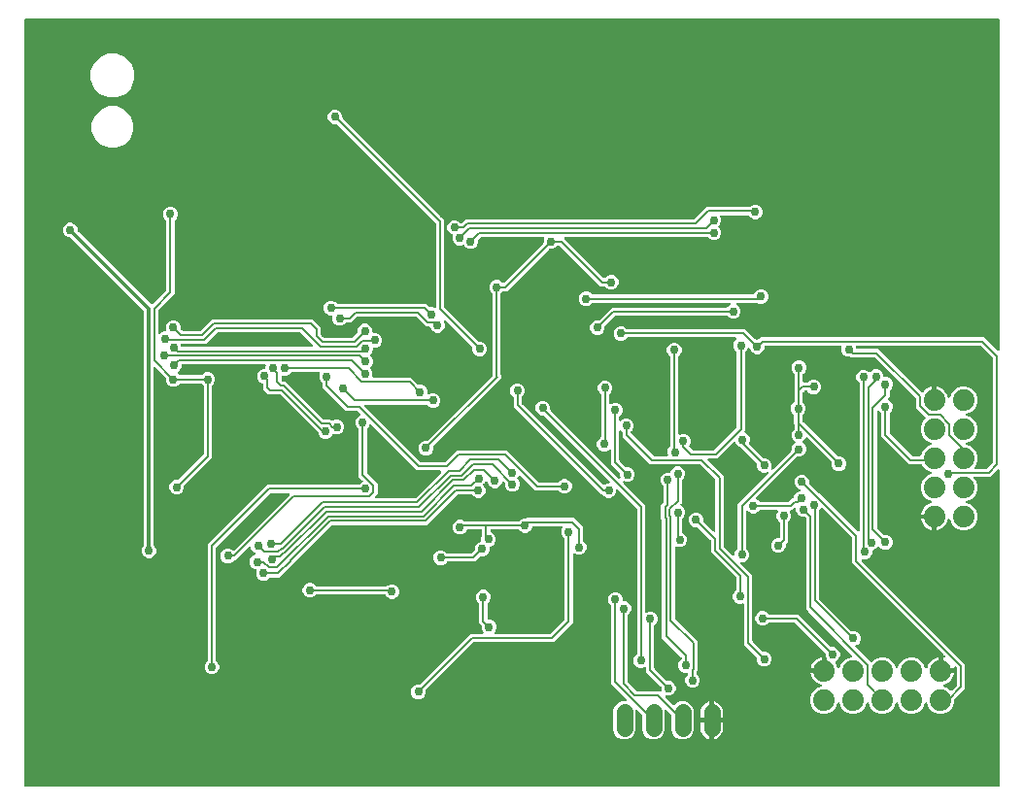
<source format=gbl>
G04 EAGLE Gerber RS-274X export*
G75*
%MOMM*%
%FSLAX34Y34*%
%LPD*%
%INBottom Copper*%
%IPPOS*%
%AMOC8*
5,1,8,0,0,1.08239X$1,22.5*%
G01*
%ADD10C,1.879600*%
%ADD11C,1.422400*%
%ADD12C,0.762000*%
%ADD13C,0.203200*%
%ADD14C,0.355600*%

G36*
X858882Y10169D02*
X858882Y10169D01*
X858940Y10167D01*
X859022Y10189D01*
X859106Y10201D01*
X859159Y10224D01*
X859215Y10239D01*
X859288Y10282D01*
X859365Y10317D01*
X859410Y10355D01*
X859460Y10384D01*
X859518Y10446D01*
X859582Y10500D01*
X859614Y10549D01*
X859654Y10592D01*
X859693Y10667D01*
X859740Y10737D01*
X859757Y10793D01*
X859784Y10845D01*
X859795Y10913D01*
X859825Y11008D01*
X859828Y11108D01*
X859839Y11176D01*
X859839Y285858D01*
X859835Y285887D01*
X859838Y285917D01*
X859815Y286028D01*
X859799Y286140D01*
X859787Y286166D01*
X859782Y286195D01*
X859730Y286296D01*
X859683Y286399D01*
X859664Y286422D01*
X859651Y286448D01*
X859573Y286530D01*
X859500Y286616D01*
X859475Y286632D01*
X859455Y286654D01*
X859357Y286711D01*
X859263Y286774D01*
X859235Y286783D01*
X859210Y286797D01*
X859100Y286825D01*
X858992Y286860D01*
X858962Y286860D01*
X858934Y286868D01*
X858821Y286864D01*
X858708Y286867D01*
X858679Y286859D01*
X858650Y286858D01*
X858542Y286824D01*
X858433Y286795D01*
X858407Y286780D01*
X858379Y286771D01*
X858316Y286725D01*
X858188Y286650D01*
X858145Y286604D01*
X858106Y286576D01*
X851973Y280443D01*
X838492Y280443D01*
X838463Y280439D01*
X838433Y280442D01*
X838322Y280419D01*
X838210Y280403D01*
X838183Y280391D01*
X838155Y280386D01*
X838054Y280333D01*
X837951Y280287D01*
X837928Y280268D01*
X837902Y280255D01*
X837820Y280177D01*
X837734Y280104D01*
X837718Y280079D01*
X837696Y280059D01*
X837639Y279961D01*
X837576Y279867D01*
X837567Y279839D01*
X837552Y279814D01*
X837525Y279704D01*
X837490Y279596D01*
X837490Y279566D01*
X837482Y279538D01*
X837486Y279425D01*
X837483Y279312D01*
X837491Y279283D01*
X837491Y279254D01*
X837526Y279146D01*
X837555Y279037D01*
X837570Y279011D01*
X837579Y278983D01*
X837625Y278919D01*
X837700Y278792D01*
X837746Y278749D01*
X837774Y278710D01*
X838621Y277863D01*
X840439Y273475D01*
X840439Y268725D01*
X838621Y264337D01*
X835263Y260979D01*
X831301Y259338D01*
X831276Y259323D01*
X831248Y259314D01*
X831154Y259251D01*
X831057Y259193D01*
X831036Y259172D01*
X831012Y259156D01*
X830939Y259069D01*
X830861Y258987D01*
X830848Y258961D01*
X830829Y258938D01*
X830783Y258835D01*
X830731Y258734D01*
X830725Y258705D01*
X830714Y258678D01*
X830698Y258566D01*
X830676Y258455D01*
X830679Y258426D01*
X830675Y258397D01*
X830691Y258285D01*
X830701Y258172D01*
X830711Y258145D01*
X830715Y258115D01*
X830762Y258012D01*
X830803Y257907D01*
X830820Y257883D01*
X830832Y257856D01*
X830906Y257770D01*
X830974Y257680D01*
X830998Y257662D01*
X831017Y257640D01*
X831083Y257598D01*
X831202Y257510D01*
X831260Y257488D01*
X831301Y257462D01*
X835263Y255821D01*
X838621Y252463D01*
X840439Y248075D01*
X840439Y243325D01*
X838621Y238937D01*
X835263Y235579D01*
X830875Y233761D01*
X826125Y233761D01*
X821737Y235579D01*
X818379Y238937D01*
X816673Y243055D01*
X816653Y243090D01*
X816640Y243128D01*
X816622Y243152D01*
X816612Y243179D01*
X816567Y243235D01*
X816529Y243300D01*
X816499Y243328D01*
X816476Y243361D01*
X816453Y243380D01*
X816435Y243402D01*
X816377Y243443D01*
X816322Y243495D01*
X816286Y243514D01*
X816255Y243539D01*
X816227Y243551D01*
X816204Y243567D01*
X816137Y243591D01*
X816069Y243626D01*
X816030Y243633D01*
X815993Y243649D01*
X815962Y243652D01*
X815936Y243662D01*
X815865Y243666D01*
X815790Y243681D01*
X815750Y243677D01*
X815710Y243682D01*
X815680Y243677D01*
X815652Y243678D01*
X815583Y243663D01*
X815507Y243656D01*
X815470Y243642D01*
X815430Y243635D01*
X815402Y243622D01*
X815375Y243616D01*
X815312Y243581D01*
X815242Y243554D01*
X815210Y243530D01*
X815174Y243513D01*
X815151Y243492D01*
X815126Y243479D01*
X815075Y243428D01*
X815015Y243383D01*
X814991Y243351D01*
X814961Y243324D01*
X814945Y243298D01*
X814925Y243278D01*
X814896Y243224D01*
X814845Y243155D01*
X814831Y243117D01*
X814809Y243084D01*
X814795Y243029D01*
X814769Y242980D01*
X814164Y241117D01*
X813311Y239443D01*
X812206Y237922D01*
X810878Y236594D01*
X809357Y235489D01*
X807683Y234636D01*
X805896Y234055D01*
X805131Y233934D01*
X805131Y244684D01*
X805123Y244742D01*
X805124Y244768D01*
X805125Y244800D01*
X805103Y244882D01*
X805091Y244965D01*
X805067Y245019D01*
X805053Y245075D01*
X805010Y245148D01*
X804975Y245225D01*
X804937Y245269D01*
X804907Y245320D01*
X804846Y245377D01*
X804791Y245442D01*
X804743Y245474D01*
X804700Y245514D01*
X804625Y245553D01*
X804555Y245599D01*
X804499Y245617D01*
X804447Y245644D01*
X804379Y245655D01*
X804284Y245685D01*
X804184Y245688D01*
X804116Y245699D01*
X803099Y245699D01*
X803099Y246716D01*
X803091Y246774D01*
X803092Y246830D01*
X803092Y246831D01*
X803092Y246832D01*
X803071Y246914D01*
X803059Y246997D01*
X803035Y247051D01*
X803021Y247107D01*
X802978Y247180D01*
X802943Y247257D01*
X802905Y247302D01*
X802875Y247352D01*
X802814Y247410D01*
X802759Y247474D01*
X802711Y247506D01*
X802668Y247546D01*
X802593Y247585D01*
X802523Y247631D01*
X802467Y247649D01*
X802415Y247676D01*
X802347Y247687D01*
X802252Y247717D01*
X802152Y247720D01*
X802084Y247731D01*
X791334Y247731D01*
X791455Y248496D01*
X792036Y250283D01*
X792889Y251957D01*
X793994Y253478D01*
X795322Y254806D01*
X796843Y255911D01*
X798517Y256764D01*
X800380Y257369D01*
X800406Y257382D01*
X800436Y257389D01*
X800471Y257409D01*
X800509Y257421D01*
X800571Y257462D01*
X800636Y257494D01*
X800657Y257514D01*
X800683Y257528D01*
X800712Y257557D01*
X800745Y257579D01*
X800793Y257637D01*
X800847Y257685D01*
X800861Y257709D01*
X800883Y257731D01*
X800902Y257766D01*
X800928Y257797D01*
X800959Y257866D01*
X800996Y257927D01*
X801004Y257954D01*
X801018Y257981D01*
X801027Y258020D01*
X801043Y258057D01*
X801054Y258132D01*
X801073Y258201D01*
X801073Y258228D01*
X801079Y258259D01*
X801077Y258299D01*
X801082Y258338D01*
X801071Y258414D01*
X801071Y258485D01*
X801063Y258511D01*
X801061Y258542D01*
X801047Y258580D01*
X801041Y258620D01*
X801010Y258689D01*
X800990Y258757D01*
X800975Y258781D01*
X800964Y258810D01*
X800941Y258842D01*
X800924Y258879D01*
X800875Y258936D01*
X800837Y258997D01*
X800815Y259015D01*
X800798Y259040D01*
X800766Y259065D01*
X800740Y259095D01*
X800686Y259129D01*
X800623Y259184D01*
X800597Y259196D01*
X800574Y259215D01*
X800503Y259243D01*
X800455Y259273D01*
X796337Y260979D01*
X792979Y264337D01*
X791161Y268725D01*
X791161Y273475D01*
X792979Y277863D01*
X796337Y281221D01*
X800299Y282862D01*
X800324Y282877D01*
X800352Y282886D01*
X800446Y282949D01*
X800543Y283007D01*
X800564Y283028D01*
X800588Y283044D01*
X800661Y283131D01*
X800739Y283213D01*
X800752Y283239D01*
X800771Y283262D01*
X800817Y283365D01*
X800869Y283466D01*
X800875Y283495D01*
X800886Y283522D01*
X800902Y283634D01*
X800924Y283745D01*
X800921Y283774D01*
X800925Y283803D01*
X800909Y283915D01*
X800899Y284028D01*
X800889Y284055D01*
X800885Y284084D01*
X800838Y284188D01*
X800797Y284293D01*
X800780Y284317D01*
X800768Y284344D01*
X800694Y284430D01*
X800626Y284520D01*
X800602Y284538D01*
X800583Y284560D01*
X800517Y284602D01*
X800398Y284690D01*
X800340Y284712D01*
X800299Y284738D01*
X796337Y286379D01*
X792979Y289737D01*
X792532Y290817D01*
X792531Y290818D01*
X792531Y290819D01*
X792460Y290938D01*
X792387Y291061D01*
X792386Y291062D01*
X792385Y291064D01*
X792281Y291161D01*
X792181Y291257D01*
X792179Y291257D01*
X792178Y291258D01*
X792052Y291323D01*
X791928Y291387D01*
X791926Y291387D01*
X791925Y291388D01*
X791910Y291390D01*
X791649Y291442D01*
X791618Y291439D01*
X791594Y291443D01*
X781027Y291443D01*
X756943Y315527D01*
X756943Y335655D01*
X756931Y335742D01*
X756928Y335829D01*
X756911Y335882D01*
X756903Y335936D01*
X756868Y336016D01*
X756841Y336099D01*
X756813Y336139D01*
X756787Y336196D01*
X756691Y336309D01*
X756646Y336373D01*
X755094Y337925D01*
X755059Y338002D01*
X755022Y338046D01*
X754994Y338095D01*
X754931Y338154D01*
X754875Y338219D01*
X754828Y338251D01*
X754787Y338290D01*
X754711Y338329D01*
X754639Y338377D01*
X754585Y338394D01*
X754534Y338420D01*
X754450Y338437D01*
X754368Y338463D01*
X754311Y338464D01*
X754255Y338475D01*
X754170Y338468D01*
X754084Y338470D01*
X754029Y338456D01*
X753972Y338451D01*
X753892Y338420D01*
X753809Y338398D01*
X753760Y338369D01*
X753707Y338349D01*
X753638Y338297D01*
X753564Y338253D01*
X753525Y338211D01*
X753480Y338177D01*
X753429Y338108D01*
X753370Y338046D01*
X753344Y337995D01*
X753310Y337950D01*
X753279Y337869D01*
X753240Y337792D01*
X753232Y337744D01*
X753209Y337684D01*
X753198Y337539D01*
X753185Y337461D01*
X753185Y236266D01*
X753197Y236179D01*
X753200Y236092D01*
X753217Y236039D01*
X753225Y235984D01*
X753260Y235904D01*
X753287Y235821D01*
X753315Y235782D01*
X753341Y235725D01*
X753437Y235612D01*
X753482Y235548D01*
X758882Y230148D01*
X758952Y230096D01*
X759016Y230036D01*
X759065Y230010D01*
X759109Y229977D01*
X759191Y229946D01*
X759269Y229906D01*
X759316Y229898D01*
X759375Y229876D01*
X759522Y229864D01*
X759600Y229851D01*
X761763Y229851D01*
X764097Y228884D01*
X765884Y227097D01*
X766851Y224763D01*
X766851Y222237D01*
X765884Y219903D01*
X764097Y218116D01*
X761763Y217149D01*
X759237Y217149D01*
X756903Y218116D01*
X755426Y219593D01*
X755334Y219662D01*
X755246Y219736D01*
X755221Y219747D01*
X755199Y219763D01*
X755091Y219805D01*
X754987Y219851D01*
X754959Y219855D01*
X754933Y219865D01*
X754819Y219874D01*
X754705Y219890D01*
X754678Y219886D01*
X754650Y219888D01*
X754538Y219866D01*
X754424Y219849D01*
X754398Y219838D01*
X754371Y219832D01*
X754269Y219779D01*
X754165Y219732D01*
X754144Y219714D01*
X754119Y219701D01*
X754036Y219622D01*
X753948Y219548D01*
X753935Y219527D01*
X753913Y219506D01*
X753778Y219276D01*
X753770Y219263D01*
X753742Y219194D01*
X751955Y217408D01*
X749477Y216382D01*
X749476Y216381D01*
X749475Y216380D01*
X749356Y216310D01*
X749233Y216237D01*
X749232Y216236D01*
X749230Y216235D01*
X749133Y216131D01*
X749037Y216030D01*
X749037Y216029D01*
X749036Y216028D01*
X748969Y215898D01*
X748907Y215778D01*
X748907Y215776D01*
X748906Y215775D01*
X748904Y215760D01*
X748852Y215499D01*
X748855Y215468D01*
X748851Y215444D01*
X748851Y213737D01*
X747884Y211403D01*
X746097Y209616D01*
X743763Y208649D01*
X741237Y208649D01*
X741077Y208716D01*
X740994Y208737D01*
X740913Y208768D01*
X740856Y208772D01*
X740801Y208787D01*
X740715Y208784D01*
X740630Y208791D01*
X740574Y208780D01*
X740517Y208778D01*
X740435Y208752D01*
X740351Y208735D01*
X740301Y208709D01*
X740246Y208692D01*
X740175Y208644D01*
X740099Y208604D01*
X740058Y208565D01*
X740010Y208533D01*
X739955Y208468D01*
X739893Y208409D01*
X739864Y208359D01*
X739827Y208316D01*
X739792Y208237D01*
X739749Y208163D01*
X739735Y208108D01*
X739712Y208056D01*
X739700Y207971D01*
X739679Y207888D01*
X739681Y207831D01*
X739673Y207775D01*
X739685Y207689D01*
X739688Y207604D01*
X739705Y207550D01*
X739714Y207493D01*
X739749Y207415D01*
X739775Y207333D01*
X739804Y207293D01*
X739831Y207234D01*
X739925Y207124D01*
X739970Y207060D01*
X830057Y116973D01*
X830057Y96027D01*
X821036Y87006D01*
X821024Y86990D01*
X821012Y86980D01*
X820982Y86935D01*
X820924Y86872D01*
X820898Y86823D01*
X820865Y86779D01*
X820834Y86697D01*
X820794Y86619D01*
X820786Y86572D01*
X820764Y86513D01*
X820752Y86366D01*
X820739Y86288D01*
X820739Y83525D01*
X818921Y79137D01*
X815563Y75779D01*
X811175Y73961D01*
X806425Y73961D01*
X802037Y75779D01*
X798679Y79137D01*
X797038Y83099D01*
X797023Y83124D01*
X797014Y83152D01*
X796951Y83246D01*
X796893Y83343D01*
X796872Y83364D01*
X796856Y83388D01*
X796769Y83461D01*
X796687Y83539D01*
X796661Y83552D01*
X796638Y83571D01*
X796535Y83617D01*
X796434Y83669D01*
X796405Y83674D01*
X796378Y83686D01*
X796266Y83702D01*
X796155Y83724D01*
X796126Y83721D01*
X796097Y83725D01*
X795985Y83709D01*
X795872Y83699D01*
X795845Y83689D01*
X795815Y83685D01*
X795712Y83638D01*
X795607Y83597D01*
X795583Y83580D01*
X795556Y83568D01*
X795470Y83494D01*
X795380Y83426D01*
X795362Y83402D01*
X795340Y83383D01*
X795298Y83317D01*
X795210Y83198D01*
X795188Y83139D01*
X795162Y83099D01*
X793521Y79137D01*
X790163Y75779D01*
X785775Y73961D01*
X781025Y73961D01*
X776637Y75779D01*
X773279Y79137D01*
X771638Y83099D01*
X771623Y83124D01*
X771614Y83152D01*
X771551Y83246D01*
X771493Y83343D01*
X771472Y83364D01*
X771456Y83388D01*
X771369Y83461D01*
X771287Y83539D01*
X771261Y83552D01*
X771238Y83571D01*
X771135Y83617D01*
X771034Y83669D01*
X771005Y83674D01*
X770978Y83686D01*
X770866Y83702D01*
X770755Y83724D01*
X770726Y83721D01*
X770697Y83725D01*
X770585Y83709D01*
X770472Y83699D01*
X770445Y83689D01*
X770415Y83685D01*
X770312Y83638D01*
X770207Y83597D01*
X770183Y83580D01*
X770156Y83568D01*
X770070Y83494D01*
X769980Y83426D01*
X769962Y83402D01*
X769940Y83383D01*
X769898Y83317D01*
X769810Y83198D01*
X769788Y83139D01*
X769762Y83099D01*
X768121Y79137D01*
X764763Y75779D01*
X760375Y73961D01*
X755625Y73961D01*
X751237Y75779D01*
X747879Y79137D01*
X746238Y83099D01*
X746223Y83124D01*
X746214Y83152D01*
X746151Y83246D01*
X746093Y83343D01*
X746072Y83364D01*
X746056Y83388D01*
X745969Y83461D01*
X745887Y83539D01*
X745861Y83552D01*
X745838Y83571D01*
X745735Y83617D01*
X745634Y83669D01*
X745605Y83674D01*
X745578Y83686D01*
X745466Y83702D01*
X745355Y83724D01*
X745326Y83721D01*
X745297Y83725D01*
X745185Y83709D01*
X745072Y83699D01*
X745045Y83689D01*
X745015Y83685D01*
X744912Y83638D01*
X744807Y83597D01*
X744783Y83580D01*
X744756Y83568D01*
X744670Y83494D01*
X744580Y83426D01*
X744562Y83402D01*
X744540Y83383D01*
X744498Y83317D01*
X744410Y83198D01*
X744388Y83139D01*
X744362Y83099D01*
X742721Y79137D01*
X739363Y75779D01*
X734975Y73961D01*
X730225Y73961D01*
X725837Y75779D01*
X722479Y79137D01*
X720838Y83099D01*
X720823Y83124D01*
X720814Y83152D01*
X720751Y83246D01*
X720693Y83343D01*
X720672Y83364D01*
X720656Y83388D01*
X720569Y83461D01*
X720487Y83539D01*
X720461Y83552D01*
X720438Y83571D01*
X720335Y83617D01*
X720234Y83669D01*
X720205Y83674D01*
X720178Y83686D01*
X720066Y83702D01*
X719955Y83724D01*
X719926Y83721D01*
X719897Y83725D01*
X719785Y83709D01*
X719672Y83699D01*
X719645Y83689D01*
X719615Y83685D01*
X719512Y83638D01*
X719407Y83597D01*
X719383Y83580D01*
X719356Y83568D01*
X719270Y83494D01*
X719180Y83426D01*
X719162Y83402D01*
X719140Y83383D01*
X719098Y83317D01*
X719010Y83198D01*
X718988Y83139D01*
X718962Y83099D01*
X717321Y79137D01*
X713963Y75779D01*
X709575Y73961D01*
X704825Y73961D01*
X700437Y75779D01*
X697079Y79137D01*
X695261Y83525D01*
X695261Y88275D01*
X697079Y92663D01*
X700437Y96021D01*
X704555Y97727D01*
X704590Y97747D01*
X704628Y97760D01*
X704652Y97778D01*
X704679Y97788D01*
X704735Y97833D01*
X704800Y97871D01*
X704828Y97901D01*
X704861Y97924D01*
X704880Y97947D01*
X704902Y97965D01*
X704943Y98023D01*
X704995Y98078D01*
X705014Y98114D01*
X705039Y98145D01*
X705051Y98173D01*
X705067Y98196D01*
X705091Y98263D01*
X705126Y98331D01*
X705133Y98370D01*
X705149Y98407D01*
X705152Y98438D01*
X705162Y98464D01*
X705166Y98535D01*
X705181Y98610D01*
X705177Y98650D01*
X705182Y98690D01*
X705177Y98720D01*
X705178Y98748D01*
X705163Y98817D01*
X705156Y98893D01*
X705142Y98930D01*
X705135Y98970D01*
X705122Y98998D01*
X705116Y99025D01*
X705081Y99088D01*
X705054Y99158D01*
X705030Y99190D01*
X705013Y99226D01*
X704992Y99249D01*
X704979Y99274D01*
X704928Y99325D01*
X704883Y99385D01*
X704851Y99409D01*
X704824Y99439D01*
X704798Y99455D01*
X704778Y99475D01*
X704724Y99504D01*
X704655Y99555D01*
X704617Y99569D01*
X704584Y99591D01*
X704529Y99605D01*
X704480Y99631D01*
X702617Y100236D01*
X700943Y101089D01*
X699422Y102194D01*
X698094Y103522D01*
X696989Y105043D01*
X696136Y106717D01*
X695555Y108504D01*
X695434Y109269D01*
X706184Y109269D01*
X706242Y109277D01*
X706300Y109275D01*
X706382Y109297D01*
X706465Y109309D01*
X706519Y109333D01*
X706575Y109347D01*
X706648Y109390D01*
X706725Y109425D01*
X706769Y109463D01*
X706820Y109493D01*
X706877Y109554D01*
X706942Y109609D01*
X706974Y109657D01*
X707014Y109700D01*
X707053Y109775D01*
X707099Y109845D01*
X707117Y109901D01*
X707144Y109953D01*
X707155Y110021D01*
X707185Y110116D01*
X707188Y110216D01*
X707199Y110284D01*
X707199Y111301D01*
X708216Y111301D01*
X708274Y111309D01*
X708332Y111308D01*
X708414Y111329D01*
X708497Y111341D01*
X708551Y111365D01*
X708607Y111379D01*
X708680Y111422D01*
X708757Y111457D01*
X708802Y111495D01*
X708852Y111525D01*
X708910Y111586D01*
X708974Y111641D01*
X709006Y111689D01*
X709046Y111732D01*
X709085Y111807D01*
X709131Y111877D01*
X709149Y111933D01*
X709176Y111985D01*
X709187Y112053D01*
X709217Y112148D01*
X709220Y112248D01*
X709231Y112316D01*
X709231Y121513D01*
X709227Y121543D01*
X709229Y121574D01*
X709212Y121651D01*
X709191Y121794D01*
X709165Y121853D01*
X709154Y121901D01*
X708176Y124263D01*
X708176Y126427D01*
X708163Y126513D01*
X708161Y126601D01*
X708144Y126653D01*
X708136Y126708D01*
X708100Y126788D01*
X708073Y126871D01*
X708045Y126910D01*
X708019Y126967D01*
X707924Y127081D01*
X707878Y127144D01*
X681877Y153146D01*
X681807Y153198D01*
X681743Y153258D01*
X681694Y153284D01*
X681650Y153317D01*
X681568Y153348D01*
X681490Y153388D01*
X681442Y153396D01*
X681384Y153418D01*
X681236Y153430D01*
X681159Y153443D01*
X659345Y153443D01*
X659258Y153431D01*
X659171Y153428D01*
X659118Y153411D01*
X659064Y153403D01*
X658984Y153368D01*
X658901Y153341D01*
X658861Y153313D01*
X658804Y153287D01*
X658691Y153191D01*
X658627Y153146D01*
X657097Y151616D01*
X654763Y150649D01*
X652237Y150649D01*
X649903Y151616D01*
X648116Y153403D01*
X647149Y155737D01*
X647149Y158263D01*
X648116Y160597D01*
X649903Y162384D01*
X652237Y163351D01*
X654763Y163351D01*
X657097Y162384D01*
X658627Y160854D01*
X658697Y160802D01*
X658761Y160742D01*
X658810Y160716D01*
X658854Y160683D01*
X658936Y160652D01*
X659014Y160612D01*
X659062Y160604D01*
X659120Y160582D01*
X659268Y160570D01*
X659345Y160557D01*
X684526Y160557D01*
X712908Y132174D01*
X712978Y132122D01*
X713042Y132062D01*
X713091Y132037D01*
X713135Y132004D01*
X713217Y131972D01*
X713295Y131933D01*
X713343Y131925D01*
X713401Y131902D01*
X713549Y131890D01*
X713626Y131877D01*
X715790Y131877D01*
X718124Y130910D01*
X719910Y129124D01*
X720877Y126790D01*
X720877Y124263D01*
X719910Y121929D01*
X718124Y120142D01*
X717322Y119810D01*
X717291Y119792D01*
X717258Y119781D01*
X717169Y119720D01*
X717077Y119666D01*
X717053Y119640D01*
X717023Y119620D01*
X716956Y119537D01*
X716882Y119459D01*
X716866Y119428D01*
X716843Y119400D01*
X716801Y119302D01*
X716752Y119206D01*
X716745Y119172D01*
X716731Y119139D01*
X716717Y119033D01*
X716697Y118927D01*
X716700Y118892D01*
X716695Y118857D01*
X716712Y118751D01*
X716721Y118644D01*
X716734Y118611D01*
X716739Y118576D01*
X716774Y118506D01*
X716823Y118379D01*
X716865Y118323D01*
X716889Y118276D01*
X717411Y117557D01*
X718264Y115883D01*
X718869Y114020D01*
X718884Y113989D01*
X718892Y113956D01*
X718910Y113925D01*
X718921Y113891D01*
X718962Y113830D01*
X718994Y113764D01*
X719017Y113740D01*
X719034Y113709D01*
X719059Y113685D01*
X719079Y113655D01*
X719137Y113607D01*
X719185Y113553D01*
X719213Y113536D01*
X719238Y113512D01*
X719270Y113495D01*
X719297Y113472D01*
X719366Y113442D01*
X719427Y113404D01*
X719458Y113395D01*
X719489Y113378D01*
X719524Y113371D01*
X719557Y113357D01*
X719632Y113346D01*
X719701Y113327D01*
X719733Y113327D01*
X719768Y113320D01*
X719803Y113323D01*
X719838Y113318D01*
X719913Y113329D01*
X719985Y113329D01*
X720016Y113339D01*
X720051Y113341D01*
X720084Y113353D01*
X720120Y113359D01*
X720189Y113390D01*
X720257Y113410D01*
X720285Y113428D01*
X720318Y113440D01*
X720346Y113461D01*
X720379Y113476D01*
X720436Y113525D01*
X720497Y113563D01*
X720518Y113588D01*
X720546Y113609D01*
X720568Y113637D01*
X720595Y113660D01*
X720629Y113714D01*
X720684Y113777D01*
X720698Y113807D01*
X720719Y113834D01*
X720745Y113900D01*
X720773Y113945D01*
X722479Y118063D01*
X725837Y121421D01*
X730225Y123239D01*
X730782Y123239D01*
X730811Y123243D01*
X730840Y123240D01*
X730951Y123263D01*
X731063Y123279D01*
X731090Y123291D01*
X731119Y123296D01*
X731219Y123348D01*
X731322Y123395D01*
X731345Y123414D01*
X731371Y123427D01*
X731453Y123505D01*
X731539Y123578D01*
X731556Y123603D01*
X731577Y123623D01*
X731634Y123721D01*
X731697Y123815D01*
X731706Y123843D01*
X731721Y123868D01*
X731749Y123978D01*
X731783Y124086D01*
X731784Y124116D01*
X731791Y124144D01*
X731787Y124257D01*
X731790Y124370D01*
X731783Y124399D01*
X731782Y124428D01*
X731747Y124536D01*
X731718Y124645D01*
X731703Y124671D01*
X731694Y124699D01*
X731649Y124762D01*
X731573Y124890D01*
X731527Y124933D01*
X731499Y124972D01*
X693760Y162711D01*
X691379Y165092D01*
X691379Y244020D01*
X691367Y244107D01*
X691364Y244194D01*
X691347Y244247D01*
X691339Y244302D01*
X691304Y244382D01*
X691277Y244465D01*
X691249Y244504D01*
X691223Y244561D01*
X691127Y244674D01*
X691082Y244738D01*
X690620Y245200D01*
X690550Y245252D01*
X690486Y245312D01*
X690437Y245338D01*
X690393Y245371D01*
X690311Y245402D01*
X690233Y245442D01*
X690186Y245450D01*
X690127Y245472D01*
X689980Y245484D01*
X689902Y245497D01*
X687739Y245497D01*
X685405Y246464D01*
X683618Y248251D01*
X682651Y250585D01*
X682651Y252227D01*
X682647Y252256D01*
X682650Y252285D01*
X682627Y252396D01*
X682611Y252508D01*
X682599Y252535D01*
X682594Y252564D01*
X682541Y252665D01*
X682495Y252768D01*
X682476Y252790D01*
X682463Y252816D01*
X682385Y252898D01*
X682312Y252985D01*
X682287Y253001D01*
X682267Y253022D01*
X682169Y253080D01*
X682075Y253142D01*
X682047Y253151D01*
X682022Y253166D01*
X681912Y253194D01*
X681804Y253228D01*
X681774Y253229D01*
X681746Y253236D01*
X681633Y253233D01*
X681520Y253236D01*
X681491Y253228D01*
X681462Y253227D01*
X681354Y253192D01*
X681245Y253164D01*
X681219Y253149D01*
X681191Y253140D01*
X681128Y253094D01*
X681000Y253018D01*
X680957Y252973D01*
X680918Y252945D01*
X679417Y251443D01*
X678351Y251443D01*
X678238Y251427D01*
X678123Y251417D01*
X678097Y251407D01*
X678070Y251403D01*
X677965Y251356D01*
X677858Y251315D01*
X677836Y251299D01*
X677811Y251287D01*
X677723Y251213D01*
X677631Y251144D01*
X677615Y251121D01*
X677594Y251104D01*
X677530Y251008D01*
X677461Y250916D01*
X677451Y250890D01*
X677436Y250867D01*
X677401Y250757D01*
X677361Y250650D01*
X677359Y250622D01*
X677350Y250596D01*
X677347Y250481D01*
X677338Y250367D01*
X677344Y250342D01*
X677343Y250312D01*
X677410Y250055D01*
X677413Y250039D01*
X678430Y247585D01*
X678430Y245059D01*
X677463Y242725D01*
X675933Y241195D01*
X675881Y241125D01*
X675821Y241061D01*
X675796Y241012D01*
X675763Y240968D01*
X675731Y240886D01*
X675692Y240808D01*
X675684Y240760D01*
X675661Y240702D01*
X675649Y240554D01*
X675636Y240477D01*
X675636Y223964D01*
X673790Y222118D01*
X673738Y222048D01*
X673678Y221984D01*
X673652Y221935D01*
X673619Y221891D01*
X673588Y221809D01*
X673548Y221731D01*
X673540Y221684D01*
X673518Y221625D01*
X673508Y221504D01*
X673507Y221501D01*
X673506Y221485D01*
X673506Y221478D01*
X673493Y221400D01*
X673493Y219237D01*
X672526Y216903D01*
X670739Y215116D01*
X668405Y214149D01*
X665879Y214149D01*
X663545Y215116D01*
X661758Y216903D01*
X660791Y219237D01*
X660791Y221763D01*
X661758Y224097D01*
X663545Y225884D01*
X665879Y226851D01*
X667507Y226851D01*
X667565Y226859D01*
X667624Y226857D01*
X667705Y226879D01*
X667789Y226891D01*
X667842Y226914D01*
X667899Y226929D01*
X667971Y226972D01*
X668048Y227007D01*
X668093Y227045D01*
X668143Y227074D01*
X668201Y227136D01*
X668265Y227190D01*
X668298Y227239D01*
X668338Y227282D01*
X668376Y227357D01*
X668423Y227427D01*
X668440Y227483D01*
X668467Y227535D01*
X668478Y227603D01*
X668509Y227698D01*
X668511Y227798D01*
X668523Y227866D01*
X668523Y240477D01*
X668510Y240564D01*
X668508Y240651D01*
X668491Y240704D01*
X668483Y240758D01*
X668447Y240838D01*
X668420Y240921D01*
X668392Y240961D01*
X668366Y241018D01*
X668271Y241131D01*
X668225Y241195D01*
X666695Y242725D01*
X665729Y245059D01*
X665729Y247585D01*
X666745Y250039D01*
X666774Y250151D01*
X666808Y250260D01*
X666809Y250288D01*
X666816Y250315D01*
X666813Y250429D01*
X666816Y250544D01*
X666809Y250571D01*
X666808Y250599D01*
X666773Y250708D01*
X666744Y250819D01*
X666730Y250843D01*
X666721Y250870D01*
X666657Y250965D01*
X666599Y251064D01*
X666578Y251083D01*
X666563Y251106D01*
X666475Y251180D01*
X666391Y251258D01*
X666367Y251271D01*
X666345Y251289D01*
X666241Y251335D01*
X666138Y251388D01*
X666114Y251392D01*
X666086Y251404D01*
X665822Y251441D01*
X665807Y251443D01*
X651345Y251443D01*
X651258Y251431D01*
X651171Y251428D01*
X651118Y251411D01*
X651064Y251403D01*
X650984Y251368D01*
X650901Y251341D01*
X650861Y251313D01*
X650804Y251287D01*
X650691Y251191D01*
X650627Y251146D01*
X649097Y249616D01*
X646763Y248649D01*
X644237Y248649D01*
X641903Y249616D01*
X640790Y250729D01*
X640766Y250746D01*
X640747Y250769D01*
X640653Y250832D01*
X640563Y250900D01*
X640535Y250910D01*
X640511Y250926D01*
X640403Y250961D01*
X640297Y251001D01*
X640268Y251003D01*
X640240Y251012D01*
X640126Y251015D01*
X640014Y251025D01*
X639985Y251019D01*
X639956Y251020D01*
X639846Y250991D01*
X639735Y250969D01*
X639709Y250955D01*
X639681Y250948D01*
X639583Y250890D01*
X639483Y250838D01*
X639461Y250817D01*
X639436Y250802D01*
X639359Y250720D01*
X639277Y250642D01*
X639262Y250617D01*
X639242Y250595D01*
X639190Y250494D01*
X639133Y250397D01*
X639126Y250368D01*
X639112Y250342D01*
X639099Y250265D01*
X639063Y250121D01*
X639065Y250059D01*
X639057Y250011D01*
X639057Y218345D01*
X639069Y218258D01*
X639072Y218171D01*
X639089Y218118D01*
X639097Y218064D01*
X639132Y217984D01*
X639159Y217901D01*
X639187Y217861D01*
X639213Y217804D01*
X639309Y217691D01*
X639354Y217627D01*
X640884Y216097D01*
X641851Y213763D01*
X641851Y211237D01*
X640884Y208903D01*
X639097Y207116D01*
X636763Y206149D01*
X635380Y206149D01*
X635351Y206145D01*
X635322Y206148D01*
X635211Y206125D01*
X635099Y206109D01*
X635072Y206097D01*
X635043Y206092D01*
X634943Y206040D01*
X634840Y205993D01*
X634817Y205974D01*
X634791Y205961D01*
X634709Y205883D01*
X634623Y205810D01*
X634606Y205785D01*
X634585Y205765D01*
X634528Y205667D01*
X634465Y205573D01*
X634456Y205545D01*
X634441Y205520D01*
X634413Y205410D01*
X634379Y205302D01*
X634378Y205272D01*
X634371Y205244D01*
X634375Y205131D01*
X634372Y205018D01*
X634379Y204989D01*
X634380Y204960D01*
X634415Y204852D01*
X634444Y204743D01*
X634459Y204717D01*
X634468Y204689D01*
X634513Y204626D01*
X634589Y204498D01*
X634631Y204459D01*
X634634Y204453D01*
X634640Y204447D01*
X634663Y204416D01*
X642176Y196903D01*
X644557Y194522D01*
X644557Y137394D01*
X644569Y137307D01*
X644572Y137220D01*
X644589Y137167D01*
X644597Y137112D01*
X644632Y137032D01*
X644659Y136949D01*
X644687Y136910D01*
X644713Y136853D01*
X644809Y136740D01*
X644854Y136676D01*
X653382Y128148D01*
X653452Y128096D01*
X653516Y128036D01*
X653565Y128010D01*
X653609Y127977D01*
X653691Y127946D01*
X653769Y127906D01*
X653816Y127898D01*
X653875Y127876D01*
X654022Y127864D01*
X654100Y127851D01*
X656263Y127851D01*
X658597Y126884D01*
X660384Y125097D01*
X661351Y122763D01*
X661351Y120237D01*
X660384Y117903D01*
X658597Y116116D01*
X656263Y115149D01*
X653737Y115149D01*
X651403Y116116D01*
X649616Y117903D01*
X648649Y120237D01*
X648649Y122400D01*
X648637Y122487D01*
X648634Y122574D01*
X648617Y122627D01*
X648609Y122682D01*
X648574Y122762D01*
X648547Y122845D01*
X648519Y122884D01*
X648493Y122941D01*
X648397Y123054D01*
X648352Y123118D01*
X637443Y134027D01*
X637443Y169033D01*
X637427Y169147D01*
X637417Y169261D01*
X637407Y169287D01*
X637403Y169314D01*
X637356Y169419D01*
X637315Y169526D01*
X637299Y169548D01*
X637287Y169574D01*
X637213Y169662D01*
X637144Y169753D01*
X637121Y169770D01*
X637104Y169791D01*
X637008Y169854D01*
X636916Y169923D01*
X636890Y169933D01*
X636867Y169948D01*
X636757Y169983D01*
X636650Y170024D01*
X636622Y170026D01*
X636596Y170034D01*
X636481Y170037D01*
X636367Y170046D01*
X636342Y170041D01*
X636312Y170041D01*
X636055Y169974D01*
X636039Y169971D01*
X635263Y169649D01*
X632737Y169649D01*
X630403Y170616D01*
X628616Y172403D01*
X627649Y174737D01*
X627649Y177263D01*
X628616Y179597D01*
X630146Y181127D01*
X630198Y181197D01*
X630258Y181261D01*
X630284Y181310D01*
X630317Y181354D01*
X630348Y181436D01*
X630388Y181514D01*
X630396Y181562D01*
X630418Y181620D01*
X630430Y181768D01*
X630443Y181845D01*
X630443Y192408D01*
X630431Y192494D01*
X630428Y192582D01*
X630411Y192634D01*
X630403Y192689D01*
X630368Y192769D01*
X630341Y192852D01*
X630313Y192891D01*
X630287Y192948D01*
X630191Y193062D01*
X630146Y193125D01*
X608379Y214892D01*
X608379Y224670D01*
X608367Y224757D01*
X608364Y224844D01*
X608347Y224897D01*
X608339Y224952D01*
X608304Y225032D01*
X608277Y225115D01*
X608249Y225154D01*
X608223Y225211D01*
X608127Y225324D01*
X608082Y225388D01*
X597118Y236352D01*
X597048Y236404D01*
X596984Y236464D01*
X596935Y236490D01*
X596891Y236523D01*
X596809Y236554D01*
X596731Y236594D01*
X596684Y236602D01*
X596625Y236624D01*
X596478Y236636D01*
X596400Y236649D01*
X594237Y236649D01*
X591903Y237616D01*
X590116Y239403D01*
X589149Y241737D01*
X589149Y244263D01*
X590116Y246597D01*
X591903Y248384D01*
X594237Y249351D01*
X596763Y249351D01*
X599097Y248384D01*
X600884Y246597D01*
X601851Y244263D01*
X601851Y242100D01*
X601863Y242013D01*
X601866Y241926D01*
X601883Y241873D01*
X601891Y241818D01*
X601926Y241738D01*
X601953Y241655D01*
X601981Y241616D01*
X602007Y241559D01*
X602103Y241446D01*
X602148Y241382D01*
X610710Y232820D01*
X610734Y232802D01*
X610753Y232780D01*
X610847Y232717D01*
X610937Y232649D01*
X610965Y232639D01*
X610989Y232622D01*
X611097Y232588D01*
X611203Y232548D01*
X611232Y232545D01*
X611260Y232536D01*
X611374Y232534D01*
X611486Y232524D01*
X611515Y232530D01*
X611544Y232529D01*
X611654Y232558D01*
X611765Y232580D01*
X611791Y232594D01*
X611819Y232601D01*
X611917Y232659D01*
X612017Y232711D01*
X612039Y232731D01*
X612064Y232746D01*
X612141Y232829D01*
X612223Y232907D01*
X612238Y232932D01*
X612258Y232954D01*
X612310Y233054D01*
X612367Y233152D01*
X612374Y233181D01*
X612388Y233207D01*
X612401Y233284D01*
X612437Y233428D01*
X612435Y233490D01*
X612443Y233538D01*
X612443Y277606D01*
X612431Y277693D01*
X612428Y277780D01*
X612411Y277833D01*
X612403Y277888D01*
X612368Y277968D01*
X612341Y278051D01*
X612313Y278090D01*
X612287Y278147D01*
X612191Y278260D01*
X612146Y278324D01*
X599324Y291146D01*
X599254Y291198D01*
X599190Y291258D01*
X599141Y291284D01*
X599097Y291317D01*
X599015Y291348D01*
X598937Y291388D01*
X598890Y291396D01*
X598831Y291418D01*
X598684Y291430D01*
X598606Y291443D01*
X555527Y291443D01*
X531443Y315527D01*
X531443Y319155D01*
X531431Y319242D01*
X531428Y319329D01*
X531411Y319382D01*
X531403Y319436D01*
X531368Y319516D01*
X531341Y319599D01*
X531313Y319639D01*
X531287Y319696D01*
X531191Y319809D01*
X531146Y319873D01*
X530290Y320729D01*
X530266Y320746D01*
X530247Y320769D01*
X530153Y320832D01*
X530063Y320900D01*
X530035Y320910D01*
X530011Y320926D01*
X529903Y320961D01*
X529797Y321001D01*
X529768Y321003D01*
X529740Y321012D01*
X529626Y321015D01*
X529514Y321025D01*
X529485Y321019D01*
X529456Y321020D01*
X529346Y320991D01*
X529235Y320969D01*
X529209Y320955D01*
X529181Y320948D01*
X529083Y320890D01*
X528983Y320838D01*
X528961Y320817D01*
X528936Y320802D01*
X528859Y320720D01*
X528777Y320642D01*
X528762Y320617D01*
X528742Y320595D01*
X528690Y320494D01*
X528633Y320397D01*
X528626Y320368D01*
X528612Y320342D01*
X528599Y320265D01*
X528563Y320121D01*
X528565Y320059D01*
X528557Y320011D01*
X528557Y294894D01*
X528569Y294807D01*
X528572Y294720D01*
X528589Y294667D01*
X528597Y294612D01*
X528632Y294532D01*
X528659Y294449D01*
X528687Y294410D01*
X528713Y294353D01*
X528809Y294240D01*
X528854Y294176D01*
X533882Y289148D01*
X533952Y289096D01*
X534016Y289036D01*
X534065Y289010D01*
X534109Y288977D01*
X534191Y288946D01*
X534269Y288906D01*
X534316Y288898D01*
X534375Y288876D01*
X534522Y288864D01*
X534600Y288851D01*
X536763Y288851D01*
X539097Y287884D01*
X540884Y286097D01*
X541851Y283763D01*
X541851Y281237D01*
X540884Y278903D01*
X539097Y277116D01*
X536763Y276149D01*
X534237Y276149D01*
X533223Y276569D01*
X533140Y276591D01*
X533060Y276621D01*
X533003Y276626D01*
X532948Y276640D01*
X532862Y276638D01*
X532776Y276645D01*
X532721Y276634D01*
X532664Y276632D01*
X532582Y276606D01*
X532498Y276589D01*
X532447Y276563D01*
X532393Y276545D01*
X532322Y276497D01*
X532245Y276458D01*
X532204Y276419D01*
X532157Y276387D01*
X532102Y276321D01*
X532039Y276262D01*
X532010Y276213D01*
X531974Y276169D01*
X531939Y276091D01*
X531895Y276017D01*
X531881Y275962D01*
X531858Y275910D01*
X531847Y275824D01*
X531825Y275741D01*
X531827Y275684D01*
X531819Y275628D01*
X531832Y275543D01*
X531834Y275457D01*
X531852Y275403D01*
X531860Y275347D01*
X531895Y275268D01*
X531922Y275187D01*
X531951Y275146D01*
X531977Y275088D01*
X532071Y274977D01*
X532117Y274913D01*
X551057Y255973D01*
X551057Y163053D01*
X551073Y162939D01*
X551083Y162825D01*
X551093Y162799D01*
X551097Y162771D01*
X551144Y162667D01*
X551185Y162559D01*
X551201Y162537D01*
X551213Y162512D01*
X551287Y162424D01*
X551356Y162333D01*
X551379Y162316D01*
X551396Y162295D01*
X551492Y162231D01*
X551584Y162163D01*
X551610Y162153D01*
X551633Y162137D01*
X551743Y162103D01*
X551850Y162062D01*
X551878Y162060D01*
X551904Y162052D01*
X552019Y162049D01*
X552133Y162040D01*
X552158Y162045D01*
X552188Y162044D01*
X552445Y162111D01*
X552461Y162115D01*
X554237Y162851D01*
X556763Y162851D01*
X559097Y161884D01*
X560884Y160097D01*
X561851Y157763D01*
X561851Y155237D01*
X560884Y152903D01*
X559354Y151373D01*
X559302Y151303D01*
X559242Y151239D01*
X559216Y151190D01*
X559183Y151146D01*
X559152Y151064D01*
X559112Y150986D01*
X559104Y150938D01*
X559082Y150880D01*
X559070Y150732D01*
X559057Y150655D01*
X559057Y113894D01*
X559069Y113807D01*
X559072Y113720D01*
X559089Y113667D01*
X559097Y113612D01*
X559132Y113532D01*
X559159Y113449D01*
X559187Y113410D01*
X559213Y113353D01*
X559309Y113240D01*
X559354Y113176D01*
X569882Y102648D01*
X569952Y102596D01*
X570016Y102536D01*
X570065Y102510D01*
X570109Y102477D01*
X570191Y102446D01*
X570269Y102406D01*
X570316Y102398D01*
X570375Y102376D01*
X570522Y102364D01*
X570600Y102351D01*
X572763Y102351D01*
X575097Y101384D01*
X576884Y99597D01*
X577851Y97263D01*
X577851Y94737D01*
X576884Y92403D01*
X575097Y90616D01*
X572763Y89649D01*
X570237Y89649D01*
X569906Y89786D01*
X569823Y89808D01*
X569742Y89838D01*
X569686Y89843D01*
X569631Y89857D01*
X569545Y89855D01*
X569459Y89862D01*
X569403Y89851D01*
X569346Y89849D01*
X569265Y89823D01*
X569180Y89806D01*
X569130Y89780D01*
X569076Y89762D01*
X569004Y89715D01*
X568928Y89675D01*
X568887Y89636D01*
X568840Y89604D01*
X568784Y89538D01*
X568722Y89479D01*
X568693Y89430D01*
X568657Y89387D01*
X568622Y89308D01*
X568578Y89234D01*
X568564Y89179D01*
X568541Y89127D01*
X568529Y89042D01*
X568508Y88958D01*
X568510Y88902D01*
X568502Y88845D01*
X568514Y88760D01*
X568517Y88674D01*
X568535Y88620D01*
X568543Y88564D01*
X568578Y88486D01*
X568605Y88404D01*
X568633Y88364D01*
X568660Y88305D01*
X568754Y88194D01*
X568800Y88130D01*
X575116Y81814D01*
X575162Y81779D01*
X575203Y81737D01*
X575275Y81694D01*
X575343Y81643D01*
X575397Y81623D01*
X575448Y81593D01*
X575530Y81572D01*
X575608Y81542D01*
X575667Y81537D01*
X575723Y81523D01*
X575808Y81526D01*
X575892Y81519D01*
X575949Y81530D01*
X576008Y81532D01*
X576088Y81558D01*
X576170Y81575D01*
X576222Y81602D01*
X576278Y81620D01*
X576334Y81660D01*
X576423Y81706D01*
X576495Y81774D01*
X576551Y81814D01*
X578232Y83495D01*
X581780Y84965D01*
X585620Y84965D01*
X589168Y83495D01*
X591883Y80780D01*
X593353Y77232D01*
X593353Y59168D01*
X591883Y55620D01*
X589168Y52905D01*
X585620Y51435D01*
X581780Y51435D01*
X578232Y52905D01*
X575517Y55620D01*
X574047Y59168D01*
X574047Y72402D01*
X574035Y72489D01*
X574032Y72576D01*
X574015Y72629D01*
X574007Y72684D01*
X573972Y72764D01*
X573945Y72847D01*
X573917Y72886D01*
X573891Y72943D01*
X573795Y73056D01*
X573750Y73120D01*
X569686Y77184D01*
X569662Y77202D01*
X569643Y77224D01*
X569549Y77287D01*
X569459Y77355D01*
X569431Y77365D01*
X569407Y77382D01*
X569299Y77416D01*
X569193Y77456D01*
X569164Y77459D01*
X569136Y77468D01*
X569022Y77470D01*
X568910Y77480D01*
X568881Y77474D01*
X568852Y77475D01*
X568742Y77446D01*
X568631Y77424D01*
X568605Y77410D01*
X568577Y77403D01*
X568479Y77345D01*
X568379Y77293D01*
X568357Y77273D01*
X568332Y77258D01*
X568255Y77175D01*
X568173Y77097D01*
X568158Y77072D01*
X568138Y77050D01*
X568086Y76950D01*
X568029Y76852D01*
X568022Y76823D01*
X568008Y76797D01*
X567995Y76720D01*
X567959Y76576D01*
X567961Y76514D01*
X567953Y76466D01*
X567953Y59168D01*
X566483Y55620D01*
X563768Y52905D01*
X560220Y51435D01*
X556380Y51435D01*
X552832Y52905D01*
X550117Y55620D01*
X548647Y59168D01*
X548647Y72402D01*
X548635Y72489D01*
X548632Y72576D01*
X548615Y72629D01*
X548607Y72684D01*
X548572Y72764D01*
X548545Y72847D01*
X548517Y72886D01*
X548491Y72943D01*
X548395Y73056D01*
X548350Y73120D01*
X544286Y77184D01*
X544262Y77202D01*
X544243Y77224D01*
X544149Y77287D01*
X544059Y77355D01*
X544031Y77365D01*
X544007Y77382D01*
X543899Y77416D01*
X543793Y77456D01*
X543764Y77459D01*
X543736Y77468D01*
X543622Y77470D01*
X543510Y77480D01*
X543481Y77474D01*
X543452Y77475D01*
X543342Y77446D01*
X543231Y77424D01*
X543205Y77410D01*
X543177Y77403D01*
X543079Y77345D01*
X542979Y77293D01*
X542957Y77273D01*
X542932Y77258D01*
X542855Y77175D01*
X542773Y77097D01*
X542758Y77072D01*
X542738Y77050D01*
X542686Y76950D01*
X542629Y76852D01*
X542622Y76823D01*
X542608Y76797D01*
X542595Y76720D01*
X542559Y76576D01*
X542561Y76514D01*
X542553Y76466D01*
X542553Y59168D01*
X541083Y55620D01*
X538368Y52905D01*
X534820Y51435D01*
X530980Y51435D01*
X527432Y52905D01*
X524717Y55620D01*
X523247Y59168D01*
X523247Y77232D01*
X524717Y80780D01*
X527432Y83495D01*
X530980Y84965D01*
X534054Y84965D01*
X534083Y84969D01*
X534113Y84966D01*
X534224Y84989D01*
X534336Y85005D01*
X534362Y85017D01*
X534391Y85022D01*
X534492Y85074D01*
X534595Y85121D01*
X534618Y85140D01*
X534644Y85153D01*
X534726Y85231D01*
X534812Y85304D01*
X534828Y85329D01*
X534850Y85349D01*
X534907Y85447D01*
X534970Y85541D01*
X534979Y85569D01*
X534993Y85594D01*
X535021Y85704D01*
X535056Y85812D01*
X535056Y85842D01*
X535064Y85870D01*
X535060Y85983D01*
X535063Y86096D01*
X535055Y86125D01*
X535054Y86154D01*
X535020Y86262D01*
X534991Y86371D01*
X534976Y86397D01*
X534967Y86425D01*
X534921Y86488D01*
X534846Y86616D01*
X534800Y86659D01*
X534772Y86698D01*
X521443Y100027D01*
X521443Y167655D01*
X521431Y167742D01*
X521428Y167829D01*
X521411Y167882D01*
X521403Y167936D01*
X521368Y168016D01*
X521341Y168099D01*
X521313Y168139D01*
X521287Y168196D01*
X521191Y168309D01*
X521146Y168373D01*
X519616Y169903D01*
X518649Y172237D01*
X518649Y174763D01*
X519616Y177097D01*
X521403Y178884D01*
X523737Y179851D01*
X526263Y179851D01*
X528597Y178884D01*
X530384Y177097D01*
X531351Y174763D01*
X531351Y172866D01*
X531359Y172808D01*
X531357Y172750D01*
X531379Y172668D01*
X531391Y172584D01*
X531414Y172531D01*
X531429Y172475D01*
X531472Y172402D01*
X531507Y172325D01*
X531545Y172280D01*
X531574Y172230D01*
X531636Y172172D01*
X531690Y172108D01*
X531739Y172076D01*
X531782Y172036D01*
X531857Y171997D01*
X531927Y171950D01*
X531983Y171933D01*
X532035Y171906D01*
X532103Y171895D01*
X532198Y171865D01*
X532298Y171862D01*
X532366Y171851D01*
X533763Y171851D01*
X536097Y170884D01*
X537884Y169097D01*
X538851Y166763D01*
X538851Y164237D01*
X537884Y161903D01*
X536354Y160373D01*
X536302Y160303D01*
X536242Y160239D01*
X536216Y160190D01*
X536183Y160146D01*
X536152Y160064D01*
X536112Y159986D01*
X536104Y159938D01*
X536082Y159880D01*
X536070Y159732D01*
X536057Y159655D01*
X536057Y101641D01*
X536069Y101555D01*
X536072Y101467D01*
X536089Y101414D01*
X536097Y101360D01*
X536132Y101280D01*
X536159Y101197D01*
X536187Y101157D01*
X536213Y101100D01*
X536309Y100987D01*
X536354Y100923D01*
X543300Y93978D01*
X543369Y93925D01*
X543433Y93865D01*
X543483Y93840D01*
X543527Y93807D01*
X543608Y93776D01*
X543686Y93736D01*
X543734Y93728D01*
X543792Y93706D01*
X543940Y93693D01*
X544017Y93680D01*
X563250Y93680D01*
X563630Y93300D01*
X563699Y93248D01*
X563762Y93189D01*
X563812Y93163D01*
X563858Y93129D01*
X563938Y93098D01*
X564014Y93059D01*
X564070Y93048D01*
X564123Y93027D01*
X564209Y93020D01*
X564293Y93004D01*
X564350Y93009D01*
X564407Y93004D01*
X564491Y93021D01*
X564576Y93028D01*
X564630Y93049D01*
X564685Y93060D01*
X564762Y93099D01*
X564842Y93130D01*
X564887Y93164D01*
X564938Y93191D01*
X565000Y93250D01*
X565068Y93302D01*
X565103Y93347D01*
X565144Y93387D01*
X565187Y93461D01*
X565239Y93529D01*
X565259Y93583D01*
X565287Y93632D01*
X565309Y93715D01*
X565339Y93795D01*
X565344Y93852D01*
X565358Y93907D01*
X565355Y93993D01*
X565362Y94079D01*
X565351Y94127D01*
X565349Y94191D01*
X565304Y94329D01*
X565286Y94406D01*
X565149Y94737D01*
X565149Y96900D01*
X565137Y96987D01*
X565134Y97074D01*
X565117Y97127D01*
X565109Y97182D01*
X565074Y97262D01*
X565047Y97345D01*
X565019Y97384D01*
X564993Y97441D01*
X564897Y97554D01*
X564852Y97618D01*
X551943Y110527D01*
X551943Y113447D01*
X551927Y113561D01*
X551917Y113675D01*
X551907Y113701D01*
X551903Y113729D01*
X551856Y113833D01*
X551815Y113941D01*
X551799Y113963D01*
X551787Y113988D01*
X551713Y114076D01*
X551644Y114167D01*
X551621Y114184D01*
X551604Y114205D01*
X551508Y114269D01*
X551416Y114337D01*
X551390Y114347D01*
X551367Y114363D01*
X551257Y114397D01*
X551150Y114438D01*
X551122Y114440D01*
X551096Y114448D01*
X550981Y114451D01*
X550867Y114460D01*
X550842Y114455D01*
X550812Y114456D01*
X550555Y114389D01*
X550539Y114385D01*
X548763Y113649D01*
X546237Y113649D01*
X543903Y114616D01*
X542116Y116403D01*
X541149Y118737D01*
X541149Y121263D01*
X542116Y123597D01*
X543646Y125127D01*
X543698Y125197D01*
X543758Y125261D01*
X543784Y125310D01*
X543817Y125354D01*
X543848Y125436D01*
X543888Y125514D01*
X543896Y125562D01*
X543918Y125620D01*
X543927Y125723D01*
X543929Y125731D01*
X543930Y125767D01*
X543930Y125768D01*
X543943Y125845D01*
X543943Y252606D01*
X543931Y252693D01*
X543928Y252780D01*
X543911Y252833D01*
X543903Y252888D01*
X543868Y252968D01*
X543841Y253051D01*
X543813Y253090D01*
X543787Y253147D01*
X543691Y253260D01*
X543646Y253324D01*
X527554Y269416D01*
X527531Y269434D01*
X527512Y269456D01*
X527417Y269519D01*
X527327Y269587D01*
X527299Y269597D01*
X527275Y269614D01*
X527167Y269648D01*
X527061Y269688D01*
X527032Y269691D01*
X527004Y269699D01*
X526891Y269702D01*
X526778Y269712D01*
X526749Y269706D01*
X526720Y269707D01*
X526610Y269678D01*
X526499Y269656D01*
X526473Y269642D01*
X526445Y269635D01*
X526347Y269577D01*
X526247Y269525D01*
X526226Y269505D01*
X526200Y269490D01*
X526123Y269407D01*
X526041Y269329D01*
X526026Y269304D01*
X526006Y269282D01*
X525954Y269182D01*
X525897Y269084D01*
X525890Y269055D01*
X525876Y269029D01*
X525863Y268952D01*
X525827Y268808D01*
X525829Y268746D01*
X525821Y268698D01*
X525821Y267267D01*
X524854Y264932D01*
X523068Y263146D01*
X520733Y262179D01*
X518207Y262179D01*
X515873Y263146D01*
X514343Y264676D01*
X514273Y264728D01*
X514209Y264788D01*
X514160Y264814D01*
X514116Y264847D01*
X514034Y264878D01*
X513956Y264918D01*
X513908Y264926D01*
X513850Y264948D01*
X513702Y264960D01*
X513625Y264973D01*
X512997Y264973D01*
X436443Y341527D01*
X436443Y349655D01*
X436431Y349742D01*
X436428Y349829D01*
X436411Y349882D01*
X436403Y349936D01*
X436368Y350016D01*
X436341Y350099D01*
X436313Y350139D01*
X436287Y350196D01*
X436191Y350309D01*
X436146Y350373D01*
X434616Y351903D01*
X433649Y354237D01*
X433649Y356763D01*
X434616Y359097D01*
X436403Y360884D01*
X438737Y361851D01*
X441263Y361851D01*
X443597Y360884D01*
X445384Y359097D01*
X446351Y356763D01*
X446351Y354237D01*
X445384Y351903D01*
X443854Y350373D01*
X443802Y350303D01*
X443742Y350239D01*
X443716Y350190D01*
X443683Y350146D01*
X443652Y350064D01*
X443612Y349986D01*
X443604Y349938D01*
X443582Y349880D01*
X443570Y349732D01*
X443557Y349655D01*
X443557Y344894D01*
X443569Y344807D01*
X443572Y344720D01*
X443589Y344667D01*
X443597Y344612D01*
X443632Y344532D01*
X443659Y344449D01*
X443687Y344410D01*
X443713Y344353D01*
X443809Y344240D01*
X443854Y344176D01*
X514277Y273753D01*
X514323Y273718D01*
X514364Y273676D01*
X514436Y273633D01*
X514504Y273583D01*
X514558Y273562D01*
X514609Y273532D01*
X514691Y273511D01*
X514769Y273481D01*
X514828Y273476D01*
X514884Y273462D01*
X514969Y273465D01*
X515053Y273458D01*
X515110Y273469D01*
X515169Y273471D01*
X515249Y273497D01*
X515331Y273514D01*
X515383Y273541D01*
X515439Y273559D01*
X515495Y273599D01*
X515584Y273645D01*
X515656Y273713D01*
X515712Y273753D01*
X515873Y273914D01*
X518207Y274881D01*
X519638Y274881D01*
X519667Y274885D01*
X519697Y274882D01*
X519808Y274905D01*
X519920Y274920D01*
X519947Y274932D01*
X519975Y274938D01*
X520076Y274990D01*
X520179Y275037D01*
X520202Y275056D01*
X520228Y275069D01*
X520310Y275147D01*
X520396Y275220D01*
X520412Y275245D01*
X520434Y275265D01*
X520491Y275363D01*
X520554Y275457D01*
X520563Y275485D01*
X520578Y275510D01*
X520605Y275620D01*
X520640Y275728D01*
X520640Y275757D01*
X520648Y275786D01*
X520644Y275899D01*
X520647Y276012D01*
X520640Y276041D01*
X520639Y276070D01*
X520604Y276178D01*
X520575Y276287D01*
X520560Y276312D01*
X520551Y276340D01*
X520506Y276404D01*
X520430Y276532D01*
X520384Y276575D01*
X520356Y276614D01*
X463118Y333852D01*
X463048Y333904D01*
X462984Y333964D01*
X462935Y333990D01*
X462891Y334023D01*
X462809Y334054D01*
X462731Y334094D01*
X462684Y334102D01*
X462625Y334124D01*
X462478Y334136D01*
X462400Y334149D01*
X460737Y334149D01*
X458403Y335116D01*
X456616Y336903D01*
X455649Y339237D01*
X455649Y341763D01*
X456616Y344097D01*
X458403Y345884D01*
X460737Y346851D01*
X463263Y346851D01*
X465597Y345884D01*
X467384Y344097D01*
X468351Y341763D01*
X468351Y339100D01*
X468359Y339042D01*
X468357Y338985D01*
X468365Y338957D01*
X468366Y338926D01*
X468383Y338873D01*
X468391Y338818D01*
X468416Y338762D01*
X468429Y338710D01*
X468443Y338687D01*
X468453Y338655D01*
X468481Y338616D01*
X468507Y338559D01*
X468548Y338510D01*
X468574Y338466D01*
X468616Y338427D01*
X468648Y338382D01*
X527913Y279117D01*
X527982Y279065D01*
X528044Y279006D01*
X528095Y278980D01*
X528140Y278946D01*
X528221Y278915D01*
X528297Y278876D01*
X528353Y278865D01*
X528406Y278845D01*
X528492Y278837D01*
X528576Y278821D01*
X528633Y278826D01*
X528689Y278821D01*
X528774Y278838D01*
X528859Y278845D01*
X528912Y278866D01*
X528968Y278877D01*
X529044Y278917D01*
X529125Y278947D01*
X529170Y278982D01*
X529220Y279008D01*
X529283Y279067D01*
X529351Y279119D01*
X529385Y279164D01*
X529427Y279204D01*
X529470Y279278D01*
X529521Y279347D01*
X529542Y279400D01*
X529570Y279449D01*
X529591Y279532D01*
X529622Y279613D01*
X529626Y279669D01*
X529640Y279725D01*
X529638Y279810D01*
X529645Y279896D01*
X529633Y279944D01*
X529631Y280009D01*
X529587Y280147D01*
X529569Y280223D01*
X529149Y281237D01*
X529149Y283400D01*
X529137Y283487D01*
X529134Y283574D01*
X529117Y283627D01*
X529109Y283682D01*
X529074Y283761D01*
X529047Y283845D01*
X529019Y283884D01*
X528993Y283941D01*
X528897Y284054D01*
X528852Y284118D01*
X521443Y291527D01*
X521443Y303511D01*
X521439Y303540D01*
X521442Y303569D01*
X521419Y303680D01*
X521403Y303792D01*
X521391Y303819D01*
X521386Y303848D01*
X521333Y303949D01*
X521287Y304052D01*
X521268Y304074D01*
X521255Y304100D01*
X521177Y304182D01*
X521104Y304269D01*
X521079Y304285D01*
X521059Y304306D01*
X520961Y304364D01*
X520867Y304426D01*
X520839Y304435D01*
X520814Y304450D01*
X520704Y304478D01*
X520596Y304512D01*
X520566Y304513D01*
X520538Y304520D01*
X520425Y304517D01*
X520312Y304520D01*
X520283Y304512D01*
X520254Y304511D01*
X520146Y304476D01*
X520037Y304448D01*
X520011Y304433D01*
X519983Y304424D01*
X519919Y304378D01*
X519792Y304302D01*
X519749Y304257D01*
X519710Y304229D01*
X519097Y303616D01*
X516763Y302649D01*
X514237Y302649D01*
X511903Y303616D01*
X510116Y305403D01*
X509149Y307737D01*
X509149Y310263D01*
X510116Y312597D01*
X511902Y314384D01*
X512174Y314496D01*
X512176Y314497D01*
X512177Y314498D01*
X512295Y314567D01*
X512419Y314641D01*
X512420Y314642D01*
X512422Y314643D01*
X512516Y314743D01*
X512615Y314848D01*
X512615Y314849D01*
X512616Y314850D01*
X512679Y314972D01*
X512745Y315100D01*
X512745Y315102D01*
X512746Y315103D01*
X512748Y315118D01*
X512800Y315379D01*
X512797Y315410D01*
X512801Y315434D01*
X512801Y352155D01*
X512789Y352242D01*
X512786Y352329D01*
X512769Y352382D01*
X512761Y352436D01*
X512726Y352516D01*
X512699Y352599D01*
X512671Y352639D01*
X512645Y352696D01*
X512549Y352809D01*
X512504Y352873D01*
X510974Y354403D01*
X510007Y356737D01*
X510007Y359263D01*
X510974Y361597D01*
X512761Y363384D01*
X515095Y364351D01*
X517621Y364351D01*
X519955Y363384D01*
X521742Y361597D01*
X522709Y359263D01*
X522709Y356737D01*
X521742Y354403D01*
X520212Y352873D01*
X520160Y352803D01*
X520100Y352739D01*
X520074Y352690D01*
X520041Y352646D01*
X520010Y352564D01*
X519970Y352486D01*
X519962Y352438D01*
X519940Y352380D01*
X519928Y352232D01*
X519915Y352155D01*
X519915Y344787D01*
X519931Y344673D01*
X519941Y344559D01*
X519951Y344533D01*
X519955Y344506D01*
X520002Y344401D01*
X520043Y344294D01*
X520059Y344271D01*
X520071Y344246D01*
X520145Y344159D01*
X520214Y344067D01*
X520237Y344050D01*
X520254Y344029D01*
X520350Y343965D01*
X520442Y343897D01*
X520468Y343887D01*
X520491Y343872D01*
X520601Y343837D01*
X520708Y343796D01*
X520736Y343794D01*
X520762Y343786D01*
X520877Y343783D01*
X520991Y343774D01*
X521016Y343779D01*
X521046Y343778D01*
X521303Y343846D01*
X521319Y343849D01*
X523737Y344851D01*
X526263Y344851D01*
X528597Y343884D01*
X530384Y342097D01*
X531351Y339763D01*
X531351Y337237D01*
X530384Y334903D01*
X528854Y333373D01*
X528802Y333303D01*
X528742Y333239D01*
X528716Y333190D01*
X528683Y333146D01*
X528652Y333064D01*
X528612Y332986D01*
X528604Y332938D01*
X528582Y332880D01*
X528570Y332732D01*
X528557Y332655D01*
X528557Y329989D01*
X528561Y329960D01*
X528558Y329931D01*
X528581Y329820D01*
X528597Y329708D01*
X528609Y329681D01*
X528614Y329652D01*
X528667Y329551D01*
X528713Y329448D01*
X528732Y329426D01*
X528745Y329400D01*
X528823Y329318D01*
X528896Y329231D01*
X528921Y329215D01*
X528941Y329194D01*
X529039Y329136D01*
X529133Y329074D01*
X529161Y329065D01*
X529186Y329050D01*
X529296Y329022D01*
X529404Y328988D01*
X529434Y328987D01*
X529462Y328980D01*
X529575Y328983D01*
X529688Y328980D01*
X529717Y328988D01*
X529746Y328989D01*
X529854Y329024D01*
X529963Y329052D01*
X529989Y329067D01*
X530017Y329076D01*
X530081Y329122D01*
X530208Y329198D01*
X530251Y329243D01*
X530290Y329271D01*
X531403Y330384D01*
X533737Y331351D01*
X536263Y331351D01*
X538597Y330384D01*
X540384Y328597D01*
X541351Y326263D01*
X541351Y323737D01*
X540384Y321403D01*
X538854Y319873D01*
X538802Y319803D01*
X538742Y319739D01*
X538716Y319690D01*
X538683Y319646D01*
X538652Y319564D01*
X538612Y319486D01*
X538604Y319438D01*
X538582Y319380D01*
X538570Y319232D01*
X538557Y319155D01*
X538557Y318894D01*
X538569Y318807D01*
X538572Y318720D01*
X538589Y318667D01*
X538597Y318612D01*
X538632Y318532D01*
X538659Y318449D01*
X538687Y318410D01*
X538713Y318353D01*
X538809Y318240D01*
X538854Y318176D01*
X558176Y298854D01*
X558246Y298802D01*
X558310Y298742D01*
X558359Y298716D01*
X558403Y298683D01*
X558485Y298652D01*
X558563Y298612D01*
X558610Y298604D01*
X558669Y298582D01*
X558816Y298570D01*
X558894Y298557D01*
X570033Y298557D01*
X570147Y298573D01*
X570261Y298583D01*
X570287Y298593D01*
X570314Y298597D01*
X570419Y298644D01*
X570526Y298685D01*
X570548Y298701D01*
X570574Y298713D01*
X570661Y298787D01*
X570753Y298856D01*
X570770Y298879D01*
X570791Y298896D01*
X570854Y298992D01*
X570923Y299084D01*
X570933Y299110D01*
X570948Y299133D01*
X570983Y299243D01*
X571024Y299350D01*
X571026Y299378D01*
X571034Y299404D01*
X571037Y299519D01*
X571046Y299633D01*
X571041Y299658D01*
X571041Y299688D01*
X570974Y299945D01*
X570971Y299961D01*
X570649Y300737D01*
X570649Y303263D01*
X571616Y305597D01*
X572646Y306627D01*
X572698Y306697D01*
X572758Y306761D01*
X572784Y306810D01*
X572817Y306854D01*
X572848Y306936D01*
X572888Y307014D01*
X572896Y307062D01*
X572918Y307120D01*
X572930Y307268D01*
X572943Y307345D01*
X572943Y385155D01*
X572931Y385242D01*
X572928Y385329D01*
X572911Y385382D01*
X572903Y385436D01*
X572868Y385516D01*
X572841Y385599D01*
X572813Y385639D01*
X572787Y385696D01*
X572691Y385809D01*
X572646Y385873D01*
X571116Y387403D01*
X570149Y389737D01*
X570149Y392263D01*
X571116Y394597D01*
X572903Y396384D01*
X575237Y397351D01*
X577763Y397351D01*
X580097Y396384D01*
X581884Y394597D01*
X582851Y392263D01*
X582851Y389737D01*
X581884Y387403D01*
X580354Y385873D01*
X580302Y385803D01*
X580242Y385739D01*
X580216Y385690D01*
X580183Y385646D01*
X580152Y385564D01*
X580112Y385486D01*
X580104Y385438D01*
X580082Y385380D01*
X580070Y385232D01*
X580057Y385155D01*
X580057Y318053D01*
X580073Y317939D01*
X580083Y317825D01*
X580093Y317799D01*
X580097Y317771D01*
X580144Y317667D01*
X580185Y317559D01*
X580201Y317537D01*
X580213Y317512D01*
X580287Y317424D01*
X580356Y317333D01*
X580379Y317316D01*
X580396Y317295D01*
X580492Y317231D01*
X580584Y317163D01*
X580610Y317153D01*
X580633Y317137D01*
X580743Y317103D01*
X580850Y317062D01*
X580878Y317060D01*
X580904Y317052D01*
X581019Y317049D01*
X581133Y317040D01*
X581158Y317045D01*
X581188Y317044D01*
X581445Y317111D01*
X581461Y317115D01*
X583237Y317851D01*
X585763Y317851D01*
X588097Y316884D01*
X589884Y315097D01*
X590851Y312763D01*
X590851Y310237D01*
X589884Y307903D01*
X589724Y307742D01*
X589688Y307696D01*
X589646Y307655D01*
X589603Y307582D01*
X589553Y307515D01*
X589532Y307461D01*
X589502Y307410D01*
X589481Y307328D01*
X589451Y307249D01*
X589447Y307191D01*
X589432Y307134D01*
X589435Y307050D01*
X589428Y306966D01*
X589439Y306909D01*
X589441Y306850D01*
X589467Y306770D01*
X589484Y306687D01*
X589511Y306635D01*
X589529Y306580D01*
X589569Y306523D01*
X589615Y306435D01*
X589684Y306363D01*
X589724Y306306D01*
X592176Y303854D01*
X592246Y303802D01*
X592310Y303742D01*
X592359Y303716D01*
X592403Y303683D01*
X592485Y303652D01*
X592563Y303612D01*
X592610Y303604D01*
X592669Y303582D01*
X592816Y303570D01*
X592894Y303557D01*
X610606Y303557D01*
X610693Y303569D01*
X610780Y303572D01*
X610833Y303589D01*
X610888Y303597D01*
X610968Y303632D01*
X611051Y303659D01*
X611090Y303687D01*
X611147Y303713D01*
X611260Y303809D01*
X611324Y303854D01*
X630646Y323176D01*
X630657Y323191D01*
X630665Y323197D01*
X630688Y323232D01*
X630698Y323246D01*
X630758Y323310D01*
X630784Y323359D01*
X630817Y323403D01*
X630848Y323485D01*
X630888Y323563D01*
X630896Y323610D01*
X630918Y323669D01*
X630930Y323816D01*
X630943Y323894D01*
X630943Y389155D01*
X630931Y389242D01*
X630928Y389329D01*
X630911Y389382D01*
X630903Y389436D01*
X630868Y389516D01*
X630841Y389599D01*
X630813Y389639D01*
X630787Y389696D01*
X630691Y389809D01*
X630646Y389873D01*
X629116Y391403D01*
X628149Y393737D01*
X628149Y396263D01*
X629116Y398597D01*
X630729Y400210D01*
X630746Y400234D01*
X630769Y400253D01*
X630832Y400347D01*
X630900Y400437D01*
X630910Y400465D01*
X630926Y400489D01*
X630961Y400597D01*
X631001Y400703D01*
X631003Y400732D01*
X631012Y400760D01*
X631015Y400874D01*
X631025Y400986D01*
X631019Y401015D01*
X631020Y401044D01*
X630991Y401154D01*
X630969Y401265D01*
X630955Y401291D01*
X630948Y401319D01*
X630890Y401417D01*
X630838Y401517D01*
X630817Y401539D01*
X630802Y401564D01*
X630720Y401641D01*
X630642Y401723D01*
X630617Y401738D01*
X630595Y401758D01*
X630494Y401810D01*
X630397Y401867D01*
X630368Y401874D01*
X630342Y401888D01*
X630265Y401901D01*
X630121Y401937D01*
X630059Y401935D01*
X630011Y401943D01*
X535845Y401943D01*
X535758Y401931D01*
X535671Y401928D01*
X535618Y401911D01*
X535564Y401903D01*
X535484Y401868D01*
X535401Y401841D01*
X535361Y401813D01*
X535304Y401787D01*
X535191Y401691D01*
X535127Y401646D01*
X533597Y400116D01*
X531263Y399149D01*
X528737Y399149D01*
X526403Y400116D01*
X524616Y401903D01*
X523649Y404237D01*
X523649Y406763D01*
X524616Y409097D01*
X526403Y410884D01*
X528737Y411851D01*
X531263Y411851D01*
X533597Y410884D01*
X535127Y409354D01*
X535197Y409302D01*
X535261Y409242D01*
X535310Y409216D01*
X535354Y409183D01*
X535436Y409152D01*
X535514Y409112D01*
X535562Y409104D01*
X535620Y409082D01*
X535768Y409070D01*
X535845Y409057D01*
X638331Y409057D01*
X646882Y400506D01*
X646952Y400454D01*
X647016Y400394D01*
X647065Y400368D01*
X647109Y400335D01*
X647191Y400304D01*
X647269Y400264D01*
X647316Y400256D01*
X647375Y400234D01*
X647522Y400222D01*
X647600Y400209D01*
X649400Y400209D01*
X649487Y400221D01*
X649574Y400224D01*
X649627Y400241D01*
X649682Y400249D01*
X649762Y400284D01*
X649845Y400311D01*
X649884Y400339D01*
X649941Y400365D01*
X650054Y400461D01*
X650118Y400506D01*
X651669Y402057D01*
X846473Y402057D01*
X848854Y399676D01*
X858106Y390424D01*
X858130Y390406D01*
X858149Y390384D01*
X858243Y390321D01*
X858333Y390253D01*
X858361Y390243D01*
X858385Y390226D01*
X858493Y390192D01*
X858599Y390152D01*
X858628Y390149D01*
X858656Y390140D01*
X858770Y390138D01*
X858882Y390128D01*
X858911Y390134D01*
X858940Y390133D01*
X859050Y390162D01*
X859161Y390184D01*
X859187Y390198D01*
X859215Y390205D01*
X859313Y390263D01*
X859413Y390315D01*
X859435Y390335D01*
X859460Y390350D01*
X859537Y390433D01*
X859619Y390511D01*
X859634Y390536D01*
X859654Y390558D01*
X859706Y390658D01*
X859763Y390756D01*
X859770Y390785D01*
X859784Y390811D01*
X859797Y390888D01*
X859833Y391032D01*
X859831Y391094D01*
X859839Y391142D01*
X859839Y678824D01*
X859831Y678882D01*
X859833Y678940D01*
X859811Y679022D01*
X859799Y679106D01*
X859776Y679159D01*
X859761Y679215D01*
X859718Y679288D01*
X859683Y679365D01*
X859645Y679410D01*
X859616Y679460D01*
X859554Y679518D01*
X859500Y679582D01*
X859451Y679614D01*
X859408Y679654D01*
X859333Y679693D01*
X859263Y679740D01*
X859207Y679757D01*
X859155Y679784D01*
X859087Y679795D01*
X858992Y679825D01*
X858892Y679828D01*
X858824Y679839D01*
X11176Y679839D01*
X11118Y679831D01*
X11060Y679833D01*
X10978Y679811D01*
X10894Y679799D01*
X10841Y679776D01*
X10785Y679761D01*
X10712Y679718D01*
X10635Y679683D01*
X10590Y679645D01*
X10540Y679616D01*
X10482Y679554D01*
X10418Y679500D01*
X10386Y679451D01*
X10346Y679408D01*
X10307Y679333D01*
X10260Y679263D01*
X10243Y679207D01*
X10216Y679155D01*
X10205Y679087D01*
X10175Y678992D01*
X10172Y678892D01*
X10161Y678824D01*
X10161Y11176D01*
X10169Y11118D01*
X10167Y11060D01*
X10189Y10978D01*
X10201Y10894D01*
X10224Y10841D01*
X10239Y10785D01*
X10282Y10712D01*
X10317Y10635D01*
X10355Y10590D01*
X10384Y10540D01*
X10446Y10482D01*
X10500Y10418D01*
X10549Y10386D01*
X10592Y10346D01*
X10667Y10307D01*
X10737Y10260D01*
X10793Y10243D01*
X10845Y10216D01*
X10913Y10205D01*
X11008Y10175D01*
X11108Y10172D01*
X11176Y10161D01*
X858824Y10161D01*
X858882Y10169D01*
G37*
%LPC*%
G36*
X172237Y108149D02*
X172237Y108149D01*
X169903Y109116D01*
X168116Y110903D01*
X167149Y113237D01*
X167149Y115763D01*
X168116Y118097D01*
X169646Y119627D01*
X169698Y119697D01*
X169758Y119761D01*
X169784Y119810D01*
X169817Y119854D01*
X169848Y119936D01*
X169888Y120014D01*
X169896Y120062D01*
X169918Y120120D01*
X169930Y120268D01*
X169943Y120345D01*
X169943Y221473D01*
X222027Y273557D01*
X301655Y273557D01*
X301742Y273569D01*
X301829Y273572D01*
X301882Y273589D01*
X301936Y273597D01*
X302016Y273632D01*
X302099Y273659D01*
X302139Y273687D01*
X302196Y273713D01*
X302309Y273809D01*
X302373Y273854D01*
X303903Y275384D01*
X304537Y275647D01*
X304636Y275705D01*
X304738Y275758D01*
X304758Y275777D01*
X304782Y275791D01*
X304861Y275875D01*
X304944Y275954D01*
X304958Y275978D01*
X304977Y275998D01*
X305029Y276100D01*
X305088Y276199D01*
X305094Y276226D01*
X305107Y276251D01*
X305129Y276363D01*
X305158Y276474D01*
X305157Y276502D01*
X305162Y276529D01*
X305152Y276644D01*
X305149Y276759D01*
X305140Y276785D01*
X305138Y276813D01*
X305096Y276920D01*
X305061Y277029D01*
X305047Y277049D01*
X305036Y277078D01*
X304875Y277290D01*
X304866Y277302D01*
X301443Y280725D01*
X301443Y322077D01*
X301431Y322164D01*
X301428Y322251D01*
X301411Y322304D01*
X301403Y322358D01*
X301368Y322438D01*
X301341Y322521D01*
X301313Y322561D01*
X301287Y322618D01*
X301191Y322731D01*
X301146Y322795D01*
X299616Y324325D01*
X298649Y326659D01*
X298649Y329185D01*
X299616Y331519D01*
X301403Y333306D01*
X302659Y333826D01*
X302757Y333884D01*
X302859Y333937D01*
X302880Y333957D01*
X302903Y333971D01*
X302982Y334054D01*
X303066Y334133D01*
X303080Y334157D01*
X303099Y334177D01*
X303151Y334280D01*
X303209Y334379D01*
X303216Y334405D01*
X303229Y334430D01*
X303251Y334543D01*
X303279Y334654D01*
X303278Y334682D01*
X303284Y334709D01*
X303274Y334823D01*
X303270Y334938D01*
X303262Y334965D01*
X303259Y334992D01*
X303218Y335099D01*
X303183Y335209D01*
X303168Y335229D01*
X303157Y335258D01*
X302997Y335470D01*
X302988Y335482D01*
X300824Y337646D01*
X300754Y337698D01*
X300690Y337758D01*
X300641Y337784D01*
X300597Y337817D01*
X300515Y337848D01*
X300437Y337888D01*
X300390Y337896D01*
X300331Y337918D01*
X300184Y337930D01*
X300106Y337943D01*
X290527Y337943D01*
X269943Y358527D01*
X269943Y361655D01*
X269931Y361742D01*
X269928Y361829D01*
X269911Y361882D01*
X269903Y361936D01*
X269868Y362016D01*
X269841Y362099D01*
X269813Y362139D01*
X269787Y362196D01*
X269691Y362309D01*
X269646Y362373D01*
X268116Y363903D01*
X267149Y366237D01*
X267149Y368763D01*
X267710Y370117D01*
X267739Y370229D01*
X267774Y370338D01*
X267774Y370366D01*
X267781Y370393D01*
X267778Y370507D01*
X267781Y370622D01*
X267774Y370649D01*
X267773Y370677D01*
X267738Y370786D01*
X267709Y370897D01*
X267695Y370921D01*
X267686Y370948D01*
X267622Y371043D01*
X267564Y371142D01*
X267544Y371161D01*
X267528Y371184D01*
X267440Y371258D01*
X267356Y371336D01*
X267332Y371349D01*
X267311Y371367D01*
X267206Y371413D01*
X267103Y371466D01*
X267079Y371470D01*
X267051Y371482D01*
X266787Y371519D01*
X266772Y371521D01*
X242845Y371521D01*
X242758Y371509D01*
X242671Y371506D01*
X242618Y371489D01*
X242564Y371481D01*
X242484Y371446D01*
X242401Y371419D01*
X242361Y371391D01*
X242304Y371365D01*
X242191Y371269D01*
X242127Y371224D01*
X240597Y369694D01*
X238263Y368727D01*
X235737Y368727D01*
X235461Y368842D01*
X235349Y368870D01*
X235240Y368905D01*
X235212Y368906D01*
X235185Y368913D01*
X235071Y368909D01*
X234956Y368912D01*
X234929Y368905D01*
X234901Y368904D01*
X234792Y368870D01*
X234681Y368840D01*
X234657Y368826D01*
X234630Y368818D01*
X234535Y368754D01*
X234436Y368695D01*
X234417Y368675D01*
X234394Y368660D01*
X234320Y368572D01*
X234242Y368488D01*
X234229Y368463D01*
X234211Y368442D01*
X234164Y368337D01*
X234112Y368235D01*
X234108Y368210D01*
X234096Y368182D01*
X234059Y367918D01*
X234057Y367904D01*
X234057Y364894D01*
X234069Y364807D01*
X234072Y364720D01*
X234089Y364667D01*
X234097Y364612D01*
X234132Y364532D01*
X234159Y364449D01*
X234187Y364410D01*
X234213Y364353D01*
X234309Y364240D01*
X234354Y364176D01*
X234612Y363918D01*
X234682Y363866D01*
X234746Y363806D01*
X234795Y363780D01*
X234839Y363747D01*
X234921Y363716D01*
X234999Y363676D01*
X235046Y363668D01*
X235105Y363646D01*
X235252Y363634D01*
X235330Y363621D01*
X237657Y363621D01*
X270613Y330664D01*
X270683Y330612D01*
X270747Y330552D01*
X270796Y330527D01*
X270840Y330493D01*
X270922Y330462D01*
X271000Y330422D01*
X271048Y330414D01*
X271106Y330392D01*
X271254Y330380D01*
X271331Y330367D01*
X277050Y330367D01*
X277876Y329541D01*
X277877Y329540D01*
X277878Y329539D01*
X277991Y329454D01*
X278103Y329370D01*
X278104Y329370D01*
X278106Y329369D01*
X278236Y329320D01*
X278369Y329269D01*
X278370Y329269D01*
X278372Y329268D01*
X278515Y329257D01*
X278652Y329246D01*
X278653Y329246D01*
X278655Y329246D01*
X278671Y329249D01*
X278931Y329301D01*
X278958Y329316D01*
X278982Y329321D01*
X281125Y330209D01*
X283651Y330209D01*
X285986Y329242D01*
X287772Y327455D01*
X288739Y325121D01*
X288739Y322595D01*
X287772Y320261D01*
X285986Y318474D01*
X283651Y317507D01*
X281125Y317507D01*
X279906Y318012D01*
X279849Y318027D01*
X279795Y318051D01*
X279712Y318062D01*
X279630Y318083D01*
X279572Y318082D01*
X279514Y318090D01*
X279430Y318078D01*
X279346Y318075D01*
X279290Y318057D01*
X279232Y318049D01*
X279156Y318014D01*
X279075Y317989D01*
X279027Y317956D01*
X278973Y317932D01*
X278909Y317877D01*
X278839Y317830D01*
X278802Y317785D01*
X278757Y317748D01*
X278720Y317689D01*
X278656Y317613D01*
X278616Y317521D01*
X278579Y317463D01*
X278120Y316355D01*
X276334Y314568D01*
X273999Y313601D01*
X271473Y313601D01*
X269139Y314568D01*
X267352Y316355D01*
X266380Y318702D01*
X266373Y318751D01*
X266370Y318838D01*
X266353Y318891D01*
X266346Y318946D01*
X266310Y319025D01*
X266283Y319109D01*
X266255Y319148D01*
X266229Y319205D01*
X266133Y319318D01*
X266088Y319382D01*
X233324Y352146D01*
X233254Y352198D01*
X233190Y352258D01*
X233141Y352284D01*
X233097Y352317D01*
X233015Y352348D01*
X232937Y352388D01*
X232890Y352396D01*
X232831Y352418D01*
X232684Y352430D01*
X232606Y352443D01*
X222527Y352443D01*
X218443Y356527D01*
X218443Y360925D01*
X218443Y360927D01*
X218443Y360928D01*
X218423Y361068D01*
X218403Y361207D01*
X218403Y361208D01*
X218403Y361210D01*
X218346Y361336D01*
X218287Y361466D01*
X218286Y361467D01*
X218285Y361469D01*
X218198Y361571D01*
X218104Y361683D01*
X218102Y361684D01*
X218101Y361685D01*
X218088Y361693D01*
X217867Y361841D01*
X217838Y361850D01*
X217817Y361863D01*
X215618Y362774D01*
X213831Y364561D01*
X212864Y366895D01*
X212864Y369421D01*
X213831Y371755D01*
X215618Y373542D01*
X217952Y374509D01*
X219134Y374509D01*
X219192Y374517D01*
X219250Y374515D01*
X219332Y374537D01*
X219416Y374549D01*
X219469Y374572D01*
X219525Y374587D01*
X219598Y374630D01*
X219675Y374665D01*
X219720Y374703D01*
X219770Y374732D01*
X219828Y374794D01*
X219892Y374848D01*
X219924Y374897D01*
X219964Y374940D01*
X220003Y375015D01*
X220050Y375085D01*
X220067Y375141D01*
X220094Y375193D01*
X220105Y375261D01*
X220135Y375356D01*
X220138Y375456D01*
X220149Y375524D01*
X220149Y376341D01*
X220412Y376975D01*
X220441Y377087D01*
X220475Y377196D01*
X220476Y377224D01*
X220483Y377251D01*
X220480Y377365D01*
X220483Y377480D01*
X220476Y377507D01*
X220475Y377535D01*
X220440Y377644D01*
X220411Y377755D01*
X220397Y377779D01*
X220388Y377806D01*
X220324Y377901D01*
X220266Y378000D01*
X220245Y378019D01*
X220230Y378042D01*
X220142Y378116D01*
X220058Y378194D01*
X220033Y378207D01*
X220012Y378225D01*
X219907Y378271D01*
X219805Y378324D01*
X219780Y378328D01*
X219752Y378340D01*
X219489Y378377D01*
X219474Y378379D01*
X147866Y378379D01*
X147808Y378371D01*
X147750Y378373D01*
X147668Y378351D01*
X147584Y378339D01*
X147531Y378316D01*
X147475Y378301D01*
X147402Y378258D01*
X147325Y378223D01*
X147280Y378185D01*
X147230Y378156D01*
X147172Y378094D01*
X147108Y378040D01*
X147076Y377991D01*
X147036Y377948D01*
X146997Y377873D01*
X146950Y377803D01*
X146933Y377747D01*
X146906Y377695D01*
X146895Y377627D01*
X146865Y377532D01*
X146862Y377432D01*
X146851Y377364D01*
X146851Y376237D01*
X145884Y373903D01*
X143955Y371973D01*
X143930Y371941D01*
X143869Y371883D01*
X143855Y371859D01*
X143836Y371839D01*
X143799Y371766D01*
X143784Y371746D01*
X143774Y371720D01*
X143726Y371638D01*
X143719Y371611D01*
X143706Y371586D01*
X143688Y371495D01*
X143683Y371480D01*
X143681Y371462D01*
X143656Y371362D01*
X143656Y371335D01*
X143651Y371307D01*
X143660Y371207D01*
X143659Y371197D01*
X143661Y371186D01*
X143665Y371078D01*
X143673Y371052D01*
X143676Y371024D01*
X143713Y370926D01*
X143715Y370918D01*
X143719Y370911D01*
X143752Y370808D01*
X143767Y370787D01*
X143778Y370758D01*
X143842Y370674D01*
X143846Y370666D01*
X143855Y370656D01*
X143937Y370548D01*
X143947Y370534D01*
X145127Y369354D01*
X145197Y369302D01*
X145261Y369242D01*
X145310Y369216D01*
X145354Y369183D01*
X145436Y369152D01*
X145514Y369112D01*
X145562Y369104D01*
X145620Y369082D01*
X145768Y369070D01*
X145845Y369057D01*
X164155Y369057D01*
X164242Y369069D01*
X164329Y369072D01*
X164382Y369089D01*
X164436Y369097D01*
X164516Y369132D01*
X164599Y369159D01*
X164639Y369187D01*
X164696Y369213D01*
X164809Y369309D01*
X164873Y369354D01*
X166403Y370884D01*
X168737Y371851D01*
X171263Y371851D01*
X173597Y370884D01*
X175384Y369097D01*
X176351Y366763D01*
X176351Y364237D01*
X175384Y361903D01*
X173854Y360373D01*
X173802Y360303D01*
X173742Y360239D01*
X173716Y360190D01*
X173683Y360146D01*
X173652Y360064D01*
X173612Y359986D01*
X173604Y359938D01*
X173582Y359880D01*
X173570Y359732D01*
X173557Y359655D01*
X173557Y297027D01*
X149554Y273024D01*
X149502Y272954D01*
X149442Y272890D01*
X149416Y272841D01*
X149383Y272797D01*
X149352Y272715D01*
X149312Y272637D01*
X149304Y272590D01*
X149282Y272531D01*
X149270Y272383D01*
X149257Y272306D01*
X149257Y270143D01*
X148290Y267808D01*
X146503Y266022D01*
X144169Y265055D01*
X141643Y265055D01*
X139308Y266022D01*
X137522Y267808D01*
X136555Y270143D01*
X136555Y272669D01*
X137522Y275003D01*
X139308Y276790D01*
X141643Y277757D01*
X143806Y277757D01*
X143893Y277769D01*
X143980Y277772D01*
X144033Y277789D01*
X144088Y277796D01*
X144167Y277832D01*
X144251Y277859D01*
X144290Y277887D01*
X144347Y277913D01*
X144460Y278009D01*
X144524Y278054D01*
X166146Y299676D01*
X166198Y299746D01*
X166258Y299810D01*
X166284Y299859D01*
X166317Y299903D01*
X166348Y299985D01*
X166388Y300063D01*
X166396Y300110D01*
X166418Y300169D01*
X166430Y300316D01*
X166443Y300394D01*
X166443Y359655D01*
X166431Y359742D01*
X166428Y359829D01*
X166411Y359882D01*
X166403Y359936D01*
X166368Y360016D01*
X166341Y360099D01*
X166313Y360139D01*
X166287Y360196D01*
X166191Y360309D01*
X166146Y360373D01*
X164873Y361646D01*
X164803Y361698D01*
X164739Y361758D01*
X164690Y361784D01*
X164646Y361817D01*
X164564Y361848D01*
X164486Y361888D01*
X164438Y361896D01*
X164380Y361918D01*
X164232Y361930D01*
X164155Y361943D01*
X145845Y361943D01*
X145758Y361931D01*
X145671Y361928D01*
X145618Y361911D01*
X145564Y361903D01*
X145484Y361868D01*
X145401Y361841D01*
X145361Y361813D01*
X145304Y361787D01*
X145191Y361691D01*
X145127Y361646D01*
X143597Y360116D01*
X141263Y359149D01*
X138737Y359149D01*
X136403Y360116D01*
X134616Y361903D01*
X133649Y364237D01*
X133649Y366400D01*
X133637Y366487D01*
X133634Y366574D01*
X133617Y366627D01*
X133609Y366682D01*
X133574Y366762D01*
X133547Y366845D01*
X133519Y366884D01*
X133493Y366941D01*
X133397Y367054D01*
X133352Y367118D01*
X124552Y375918D01*
X124528Y375936D01*
X124509Y375958D01*
X124415Y376021D01*
X124325Y376089D01*
X124297Y376099D01*
X124273Y376116D01*
X124165Y376150D01*
X124059Y376190D01*
X124030Y376193D01*
X124002Y376202D01*
X123888Y376204D01*
X123776Y376214D01*
X123747Y376208D01*
X123718Y376209D01*
X123608Y376180D01*
X123497Y376158D01*
X123471Y376144D01*
X123443Y376137D01*
X123345Y376079D01*
X123245Y376027D01*
X123223Y376007D01*
X123198Y375992D01*
X123121Y375909D01*
X123039Y375831D01*
X123024Y375806D01*
X123004Y375784D01*
X122952Y375684D01*
X122895Y375586D01*
X122888Y375557D01*
X122874Y375531D01*
X122861Y375454D01*
X122825Y375310D01*
X122827Y375248D01*
X122819Y375200D01*
X122819Y221083D01*
X122831Y220996D01*
X122834Y220909D01*
X122851Y220856D01*
X122859Y220802D01*
X122894Y220722D01*
X122921Y220639D01*
X122949Y220599D01*
X122975Y220542D01*
X123071Y220429D01*
X123116Y220365D01*
X123884Y219597D01*
X124851Y217263D01*
X124851Y214737D01*
X123884Y212403D01*
X122097Y210616D01*
X119763Y209649D01*
X117237Y209649D01*
X114903Y210616D01*
X113116Y212403D01*
X112149Y214737D01*
X112149Y217263D01*
X113116Y219597D01*
X113884Y220365D01*
X113936Y220435D01*
X113996Y220499D01*
X114022Y220548D01*
X114055Y220592D01*
X114086Y220674D01*
X114126Y220752D01*
X114134Y220800D01*
X114156Y220858D01*
X114168Y221006D01*
X114181Y221083D01*
X114181Y424791D01*
X114169Y424877D01*
X114166Y424965D01*
X114149Y425017D01*
X114141Y425072D01*
X114106Y425152D01*
X114079Y425235D01*
X114051Y425274D01*
X114025Y425331D01*
X113929Y425445D01*
X113884Y425508D01*
X50540Y488852D01*
X50471Y488904D01*
X50407Y488964D01*
X50357Y488990D01*
X50313Y489023D01*
X50232Y489054D01*
X50154Y489094D01*
X50106Y489102D01*
X50048Y489124D01*
X49900Y489136D01*
X49823Y489149D01*
X48737Y489149D01*
X46403Y490116D01*
X44616Y491903D01*
X43649Y494237D01*
X43649Y496763D01*
X44616Y499097D01*
X46403Y500884D01*
X48737Y501851D01*
X51263Y501851D01*
X53597Y500884D01*
X55384Y499097D01*
X56351Y496763D01*
X56351Y495677D01*
X56363Y495591D01*
X56366Y495503D01*
X56383Y495451D01*
X56391Y495396D01*
X56426Y495316D01*
X56453Y495233D01*
X56481Y495194D01*
X56507Y495137D01*
X56603Y495023D01*
X56648Y494960D01*
X120821Y430787D01*
X120868Y430752D01*
X120908Y430709D01*
X120981Y430666D01*
X121048Y430616D01*
X121103Y430595D01*
X121153Y430565D01*
X121235Y430545D01*
X121314Y430515D01*
X121372Y430510D01*
X121429Y430495D01*
X121513Y430498D01*
X121597Y430491D01*
X121654Y430503D01*
X121713Y430504D01*
X121793Y430530D01*
X121876Y430547D01*
X121928Y430574D01*
X121983Y430592D01*
X122040Y430632D01*
X122128Y430678D01*
X122200Y430747D01*
X122257Y430787D01*
X133646Y442176D01*
X133698Y442246D01*
X133758Y442310D01*
X133784Y442359D01*
X133817Y442403D01*
X133848Y442485D01*
X133888Y442563D01*
X133896Y442610D01*
X133918Y442669D01*
X133930Y442816D01*
X133943Y442894D01*
X133943Y503655D01*
X133931Y503742D01*
X133928Y503829D01*
X133911Y503882D01*
X133903Y503936D01*
X133868Y504016D01*
X133841Y504099D01*
X133813Y504139D01*
X133787Y504196D01*
X133691Y504309D01*
X133646Y504373D01*
X132116Y505903D01*
X131149Y508237D01*
X131149Y510763D01*
X132116Y513097D01*
X133903Y514884D01*
X136237Y515851D01*
X138763Y515851D01*
X141097Y514884D01*
X142884Y513097D01*
X143851Y510763D01*
X143851Y508237D01*
X142884Y505903D01*
X141354Y504373D01*
X141302Y504303D01*
X141242Y504239D01*
X141216Y504190D01*
X141183Y504146D01*
X141152Y504064D01*
X141112Y503986D01*
X141104Y503938D01*
X141082Y503880D01*
X141070Y503732D01*
X141057Y503655D01*
X141057Y439527D01*
X127180Y425650D01*
X127128Y425580D01*
X127068Y425516D01*
X127042Y425467D01*
X127009Y425423D01*
X126978Y425341D01*
X126938Y425263D01*
X126930Y425216D01*
X126908Y425157D01*
X126896Y425010D01*
X126883Y424932D01*
X126883Y406121D01*
X126887Y406092D01*
X126884Y406063D01*
X126907Y405952D01*
X126923Y405840D01*
X126935Y405813D01*
X126940Y405784D01*
X126993Y405683D01*
X127039Y405580D01*
X127058Y405558D01*
X127071Y405532D01*
X127149Y405450D01*
X127222Y405363D01*
X127247Y405347D01*
X127267Y405326D01*
X127365Y405268D01*
X127459Y405206D01*
X127487Y405197D01*
X127512Y405182D01*
X127622Y405154D01*
X127730Y405120D01*
X127760Y405119D01*
X127788Y405112D01*
X127901Y405115D01*
X128014Y405112D01*
X128043Y405120D01*
X128072Y405121D01*
X128180Y405156D01*
X128289Y405184D01*
X128315Y405199D01*
X128343Y405208D01*
X128407Y405254D01*
X128534Y405330D01*
X128577Y405375D01*
X128616Y405403D01*
X129403Y406190D01*
X131737Y407157D01*
X132991Y407157D01*
X133105Y407173D01*
X133220Y407183D01*
X133245Y407193D01*
X133273Y407197D01*
X133378Y407244D01*
X133485Y407285D01*
X133507Y407301D01*
X133532Y407313D01*
X133620Y407387D01*
X133712Y407456D01*
X133728Y407479D01*
X133749Y407496D01*
X133813Y407592D01*
X133882Y407684D01*
X133892Y407710D01*
X133907Y407733D01*
X133942Y407843D01*
X133982Y407950D01*
X133984Y407978D01*
X133993Y408004D01*
X133996Y408119D01*
X134005Y408233D01*
X133999Y408258D01*
X134000Y408288D01*
X133933Y408545D01*
X133929Y408561D01*
X133649Y409237D01*
X133649Y411763D01*
X134616Y414097D01*
X136403Y415884D01*
X138737Y416851D01*
X141263Y416851D01*
X143597Y415884D01*
X145384Y414097D01*
X146351Y411763D01*
X146351Y409600D01*
X146363Y409513D01*
X146366Y409426D01*
X146383Y409373D01*
X146391Y409318D01*
X146426Y409238D01*
X146453Y409155D01*
X146481Y409116D01*
X146507Y409059D01*
X146603Y408946D01*
X146648Y408882D01*
X147612Y407918D01*
X147682Y407866D01*
X147746Y407806D01*
X147795Y407780D01*
X147839Y407747D01*
X147921Y407716D01*
X147999Y407676D01*
X148046Y407668D01*
X148105Y407646D01*
X148252Y407634D01*
X148330Y407621D01*
X163290Y407621D01*
X163376Y407633D01*
X163464Y407636D01*
X163516Y407653D01*
X163571Y407661D01*
X163651Y407696D01*
X163734Y407723D01*
X163773Y407751D01*
X163830Y407777D01*
X163944Y407873D01*
X164007Y407918D01*
X173646Y417557D01*
X261473Y417557D01*
X263854Y415176D01*
X265818Y413212D01*
X268199Y410831D01*
X268199Y405053D01*
X268206Y405001D01*
X268205Y404977D01*
X268211Y404954D01*
X268214Y404879D01*
X268231Y404826D01*
X268239Y404772D01*
X268274Y404692D01*
X268301Y404609D01*
X268329Y404569D01*
X268355Y404512D01*
X268451Y404399D01*
X268496Y404335D01*
X270785Y402046D01*
X270855Y401994D01*
X270919Y401934D01*
X270968Y401908D01*
X271012Y401875D01*
X271094Y401844D01*
X271172Y401804D01*
X271220Y401796D01*
X271278Y401774D01*
X271426Y401762D01*
X271503Y401749D01*
X295798Y401749D01*
X295885Y401761D01*
X295972Y401764D01*
X296025Y401781D01*
X296080Y401789D01*
X296160Y401824D01*
X296243Y401851D01*
X296282Y401879D01*
X296339Y401905D01*
X296452Y402001D01*
X296516Y402046D01*
X300352Y405882D01*
X300404Y405952D01*
X300464Y406016D01*
X300490Y406065D01*
X300523Y406109D01*
X300554Y406191D01*
X300594Y406269D01*
X300602Y406316D01*
X300624Y406375D01*
X300636Y406522D01*
X300649Y406600D01*
X300649Y408763D01*
X301616Y411097D01*
X303403Y412884D01*
X305737Y413851D01*
X308263Y413851D01*
X310597Y412884D01*
X312384Y411097D01*
X313351Y408763D01*
X313351Y406866D01*
X313359Y406808D01*
X313357Y406750D01*
X313379Y406668D01*
X313391Y406584D01*
X313414Y406531D01*
X313429Y406475D01*
X313472Y406402D01*
X313507Y406325D01*
X313545Y406280D01*
X313574Y406230D01*
X313636Y406172D01*
X313690Y406108D01*
X313739Y406076D01*
X313782Y406036D01*
X313857Y405997D01*
X313927Y405950D01*
X313983Y405933D01*
X314035Y405906D01*
X314103Y405895D01*
X314198Y405865D01*
X314298Y405862D01*
X314366Y405851D01*
X316763Y405851D01*
X319097Y404884D01*
X320884Y403097D01*
X321851Y400763D01*
X321851Y398237D01*
X320884Y395903D01*
X319097Y394116D01*
X316763Y393149D01*
X314866Y393149D01*
X314808Y393141D01*
X314750Y393143D01*
X314668Y393121D01*
X314584Y393109D01*
X314531Y393086D01*
X314475Y393071D01*
X314402Y393028D01*
X314325Y392993D01*
X314280Y392955D01*
X314230Y392926D01*
X314172Y392864D01*
X314108Y392810D01*
X314076Y392761D01*
X314036Y392718D01*
X313997Y392643D01*
X313950Y392573D01*
X313933Y392517D01*
X313906Y392465D01*
X313895Y392397D01*
X313865Y392302D01*
X313862Y392202D01*
X313851Y392134D01*
X313851Y391237D01*
X312884Y388903D01*
X311449Y387468D01*
X311414Y387421D01*
X311372Y387381D01*
X311329Y387308D01*
X311278Y387241D01*
X311257Y387186D01*
X311228Y387136D01*
X311207Y387054D01*
X311177Y386975D01*
X311172Y386917D01*
X311158Y386860D01*
X311161Y386776D01*
X311154Y386692D01*
X311165Y386634D01*
X311167Y386576D01*
X311193Y386496D01*
X311209Y386413D01*
X311236Y386361D01*
X311254Y386305D01*
X311294Y386249D01*
X311340Y386161D01*
X311409Y386088D01*
X311449Y386032D01*
X312884Y384597D01*
X313851Y382263D01*
X313851Y379737D01*
X312884Y377403D01*
X311699Y376218D01*
X311664Y376171D01*
X311622Y376131D01*
X311579Y376058D01*
X311528Y375991D01*
X311507Y375936D01*
X311478Y375886D01*
X311457Y375804D01*
X311427Y375725D01*
X311422Y375667D01*
X311408Y375610D01*
X311411Y375526D01*
X311404Y375442D01*
X311415Y375384D01*
X311417Y375326D01*
X311443Y375246D01*
X311459Y375163D01*
X311486Y375111D01*
X311504Y375055D01*
X311544Y374999D01*
X311590Y374911D01*
X311659Y374838D01*
X311699Y374782D01*
X312384Y374097D01*
X313351Y371763D01*
X313351Y369237D01*
X313088Y368603D01*
X313059Y368491D01*
X313025Y368382D01*
X313024Y368354D01*
X313017Y368327D01*
X313020Y368213D01*
X313017Y368098D01*
X313024Y368071D01*
X313025Y368043D01*
X313060Y367934D01*
X313089Y367823D01*
X313103Y367799D01*
X313112Y367772D01*
X313176Y367677D01*
X313234Y367578D01*
X313255Y367559D01*
X313270Y367536D01*
X313358Y367462D01*
X313442Y367384D01*
X313467Y367371D01*
X313488Y367353D01*
X313593Y367307D01*
X313695Y367254D01*
X313720Y367250D01*
X313748Y367238D01*
X314011Y367201D01*
X314026Y367199D01*
X347331Y367199D01*
X353382Y361148D01*
X353452Y361096D01*
X353516Y361036D01*
X353565Y361010D01*
X353609Y360977D01*
X353691Y360946D01*
X353769Y360906D01*
X353816Y360898D01*
X353875Y360876D01*
X354022Y360864D01*
X354100Y360851D01*
X356263Y360851D01*
X358597Y359884D01*
X360384Y358097D01*
X361351Y355763D01*
X361351Y353261D01*
X361358Y353211D01*
X361357Y353199D01*
X361362Y353182D01*
X361367Y353147D01*
X361377Y353032D01*
X361387Y353007D01*
X361391Y352979D01*
X361438Y352874D01*
X361479Y352767D01*
X361495Y352745D01*
X361507Y352720D01*
X361581Y352632D01*
X361650Y352540D01*
X361673Y352524D01*
X361690Y352503D01*
X361786Y352439D01*
X361878Y352370D01*
X361904Y352360D01*
X361927Y352345D01*
X362037Y352310D01*
X362144Y352270D01*
X362172Y352268D01*
X362198Y352259D01*
X362313Y352256D01*
X362427Y352247D01*
X362452Y352253D01*
X362482Y352252D01*
X362739Y352319D01*
X362755Y352323D01*
X365237Y353351D01*
X367763Y353351D01*
X370097Y352384D01*
X371884Y350597D01*
X372851Y348263D01*
X372851Y345737D01*
X371884Y343403D01*
X370097Y341616D01*
X367763Y340649D01*
X365237Y340649D01*
X362903Y341616D01*
X361373Y343146D01*
X361303Y343198D01*
X361239Y343258D01*
X361190Y343284D01*
X361146Y343317D01*
X361064Y343348D01*
X360986Y343388D01*
X360938Y343396D01*
X360880Y343418D01*
X360732Y343430D01*
X360655Y343443D01*
X307538Y343443D01*
X307509Y343439D01*
X307479Y343442D01*
X307368Y343419D01*
X307256Y343403D01*
X307230Y343391D01*
X307201Y343386D01*
X307100Y343334D01*
X306997Y343287D01*
X306974Y343268D01*
X306948Y343255D01*
X306866Y343177D01*
X306780Y343104D01*
X306764Y343079D01*
X306742Y343059D01*
X306685Y342961D01*
X306622Y342867D01*
X306613Y342839D01*
X306599Y342814D01*
X306571Y342704D01*
X306536Y342596D01*
X306536Y342566D01*
X306528Y342538D01*
X306532Y342425D01*
X306529Y342312D01*
X306537Y342283D01*
X306538Y342254D01*
X306572Y342146D01*
X306601Y342037D01*
X306616Y342011D01*
X306625Y341983D01*
X306670Y341920D01*
X306746Y341792D01*
X306792Y341749D01*
X306820Y341710D01*
X355176Y293354D01*
X355246Y293302D01*
X355310Y293242D01*
X355359Y293216D01*
X355403Y293183D01*
X355485Y293152D01*
X355563Y293112D01*
X355610Y293104D01*
X355669Y293082D01*
X355816Y293070D01*
X355894Y293057D01*
X376111Y293057D01*
X376198Y293069D01*
X376285Y293072D01*
X376338Y293089D01*
X376393Y293097D01*
X376473Y293132D01*
X376556Y293159D01*
X376595Y293187D01*
X376652Y293213D01*
X376766Y293309D01*
X376829Y293354D01*
X386660Y303185D01*
X430743Y303185D01*
X458073Y275854D01*
X458143Y275802D01*
X458207Y275742D01*
X458256Y275716D01*
X458301Y275683D01*
X458382Y275652D01*
X458460Y275612D01*
X458508Y275604D01*
X458566Y275582D01*
X458714Y275570D01*
X458791Y275557D01*
X475155Y275557D01*
X475242Y275569D01*
X475329Y275572D01*
X475382Y275589D01*
X475436Y275597D01*
X475516Y275632D01*
X475599Y275659D01*
X475639Y275687D01*
X475696Y275713D01*
X475809Y275809D01*
X475873Y275854D01*
X477403Y277384D01*
X479737Y278351D01*
X482263Y278351D01*
X484597Y277384D01*
X486384Y275597D01*
X487351Y273263D01*
X487351Y270737D01*
X486384Y268403D01*
X484597Y266616D01*
X482263Y265649D01*
X479737Y265649D01*
X477403Y266616D01*
X475873Y268146D01*
X475803Y268198D01*
X475739Y268258D01*
X475690Y268284D01*
X475646Y268317D01*
X475564Y268348D01*
X475486Y268388D01*
X475438Y268396D01*
X475380Y268418D01*
X475232Y268430D01*
X475155Y268443D01*
X455424Y268443D01*
X442402Y281466D01*
X442310Y281534D01*
X442222Y281609D01*
X442197Y281620D01*
X442175Y281637D01*
X442067Y281677D01*
X441962Y281724D01*
X441935Y281728D01*
X441909Y281738D01*
X441795Y281747D01*
X441681Y281763D01*
X441653Y281759D01*
X441626Y281761D01*
X441513Y281739D01*
X441399Y281722D01*
X441374Y281711D01*
X441347Y281705D01*
X441245Y281653D01*
X441140Y281605D01*
X441119Y281587D01*
X441095Y281574D01*
X441011Y281495D01*
X440924Y281421D01*
X440911Y281400D01*
X440888Y281379D01*
X440754Y281149D01*
X440746Y281136D01*
X440483Y280502D01*
X439949Y279968D01*
X439914Y279921D01*
X439872Y279881D01*
X439829Y279808D01*
X439778Y279741D01*
X439757Y279686D01*
X439728Y279636D01*
X439707Y279554D01*
X439677Y279475D01*
X439672Y279417D01*
X439658Y279360D01*
X439661Y279276D01*
X439654Y279192D01*
X439665Y279134D01*
X439667Y279076D01*
X439693Y278996D01*
X439709Y278913D01*
X439736Y278861D01*
X439754Y278805D01*
X439794Y278749D01*
X439840Y278661D01*
X439909Y278588D01*
X439917Y278577D01*
X439924Y278566D01*
X439928Y278562D01*
X439949Y278532D01*
X440884Y277597D01*
X441851Y275263D01*
X441851Y272737D01*
X440884Y270403D01*
X439097Y268616D01*
X436763Y267649D01*
X434237Y267649D01*
X431903Y268616D01*
X430116Y270403D01*
X429149Y272737D01*
X429149Y274900D01*
X429137Y274987D01*
X429134Y275074D01*
X429117Y275127D01*
X429109Y275182D01*
X429074Y275262D01*
X429047Y275345D01*
X429019Y275384D01*
X428993Y275441D01*
X428897Y275554D01*
X428852Y275618D01*
X428084Y276386D01*
X428060Y276404D01*
X428041Y276426D01*
X427947Y276489D01*
X427857Y276557D01*
X427829Y276567D01*
X427805Y276584D01*
X427697Y276618D01*
X427591Y276658D01*
X427562Y276661D01*
X427534Y276670D01*
X427420Y276672D01*
X427308Y276682D01*
X427279Y276676D01*
X427250Y276677D01*
X427140Y276648D01*
X427029Y276626D01*
X427003Y276612D01*
X426975Y276605D01*
X426877Y276547D01*
X426777Y276495D01*
X426755Y276475D01*
X426730Y276460D01*
X426653Y276377D01*
X426571Y276299D01*
X426556Y276274D01*
X426536Y276252D01*
X426484Y276151D01*
X426427Y276054D01*
X426420Y276025D01*
X426406Y275999D01*
X426393Y275922D01*
X426357Y275778D01*
X426358Y275753D01*
X425384Y273403D01*
X423597Y271616D01*
X421263Y270649D01*
X418737Y270649D01*
X416403Y271616D01*
X414616Y273403D01*
X413649Y275737D01*
X413649Y275768D01*
X413637Y275853D01*
X413635Y275939D01*
X413617Y275993D01*
X413609Y276049D01*
X413574Y276128D01*
X413548Y276209D01*
X413516Y276257D01*
X413493Y276309D01*
X413438Y276374D01*
X413390Y276446D01*
X413346Y276482D01*
X413310Y276526D01*
X413238Y276573D01*
X413172Y276629D01*
X413120Y276652D01*
X413073Y276683D01*
X412991Y276709D01*
X412912Y276744D01*
X412856Y276752D01*
X412802Y276769D01*
X412716Y276771D01*
X412631Y276783D01*
X412575Y276775D01*
X412518Y276776D01*
X412435Y276755D01*
X412349Y276742D01*
X412298Y276719D01*
X412243Y276704D01*
X412169Y276661D01*
X412090Y276625D01*
X412047Y276588D01*
X411998Y276559D01*
X411939Y276497D01*
X411874Y276441D01*
X411848Y276399D01*
X411804Y276352D01*
X411738Y276223D01*
X411696Y276156D01*
X411384Y275403D01*
X410199Y274218D01*
X410164Y274171D01*
X410122Y274131D01*
X410079Y274058D01*
X410028Y273991D01*
X410007Y273936D01*
X409978Y273886D01*
X409957Y273804D01*
X409927Y273725D01*
X409922Y273667D01*
X409908Y273610D01*
X409911Y273526D01*
X409904Y273442D01*
X409915Y273384D01*
X409917Y273326D01*
X409943Y273246D01*
X409959Y273163D01*
X409986Y273111D01*
X410004Y273055D01*
X410044Y272999D01*
X410090Y272911D01*
X410159Y272838D01*
X410199Y272782D01*
X410884Y272097D01*
X411851Y269763D01*
X411851Y267237D01*
X410884Y264903D01*
X409097Y263116D01*
X406763Y262149D01*
X404237Y262149D01*
X401903Y263116D01*
X400373Y264646D01*
X400303Y264698D01*
X400239Y264758D01*
X400190Y264784D01*
X400146Y264817D01*
X400064Y264848D01*
X399986Y264888D01*
X399938Y264896D01*
X399880Y264918D01*
X399732Y264930D01*
X399655Y264943D01*
X387894Y264943D01*
X387807Y264931D01*
X387720Y264928D01*
X387667Y264911D01*
X387612Y264903D01*
X387532Y264868D01*
X387449Y264841D01*
X387410Y264813D01*
X387353Y264787D01*
X387240Y264691D01*
X387176Y264646D01*
X360973Y238443D01*
X278394Y238443D01*
X278307Y238431D01*
X278220Y238428D01*
X278167Y238411D01*
X278112Y238403D01*
X278032Y238368D01*
X277949Y238341D01*
X277910Y238313D01*
X277853Y238287D01*
X277739Y238191D01*
X277676Y238146D01*
X245854Y206324D01*
X245802Y206254D01*
X245742Y206190D01*
X245716Y206141D01*
X245683Y206097D01*
X245652Y206015D01*
X245612Y205937D01*
X245604Y205890D01*
X245582Y205831D01*
X245570Y205684D01*
X245557Y205606D01*
X245557Y205527D01*
X232667Y192637D01*
X224538Y192637D01*
X224452Y192624D01*
X224364Y192622D01*
X224312Y192605D01*
X224257Y192597D01*
X224177Y192561D01*
X224094Y192534D01*
X224055Y192506D01*
X223998Y192480D01*
X223884Y192385D01*
X223821Y192339D01*
X222291Y190809D01*
X219957Y189843D01*
X217430Y189843D01*
X215096Y190809D01*
X213309Y192596D01*
X212343Y194930D01*
X212343Y197457D01*
X212787Y198529D01*
X212816Y198641D01*
X212850Y198750D01*
X212851Y198778D01*
X212858Y198805D01*
X212855Y198919D01*
X212858Y199034D01*
X212851Y199061D01*
X212850Y199089D01*
X212815Y199198D01*
X212786Y199309D01*
X212772Y199333D01*
X212763Y199360D01*
X212699Y199455D01*
X212641Y199554D01*
X212620Y199573D01*
X212605Y199596D01*
X212517Y199670D01*
X212433Y199748D01*
X212408Y199761D01*
X212387Y199779D01*
X212282Y199825D01*
X212180Y199878D01*
X212155Y199882D01*
X212128Y199894D01*
X211864Y199931D01*
X211849Y199933D01*
X211737Y199933D01*
X209403Y200900D01*
X207616Y202687D01*
X206649Y205021D01*
X206649Y207547D01*
X207616Y209881D01*
X209403Y211668D01*
X211197Y212411D01*
X211222Y212426D01*
X211250Y212435D01*
X211344Y212498D01*
X211442Y212556D01*
X211462Y212577D01*
X211486Y212593D01*
X211559Y212680D01*
X211637Y212762D01*
X211650Y212788D01*
X211669Y212811D01*
X211715Y212914D01*
X211767Y213015D01*
X211773Y213044D01*
X211785Y213071D01*
X211800Y213183D01*
X211822Y213294D01*
X211820Y213323D01*
X211824Y213352D01*
X211807Y213465D01*
X211798Y213577D01*
X211787Y213605D01*
X211783Y213634D01*
X211736Y213737D01*
X211696Y213843D01*
X211678Y213866D01*
X211666Y213893D01*
X211592Y213979D01*
X211524Y214069D01*
X211501Y214087D01*
X211482Y214109D01*
X211415Y214151D01*
X211296Y214239D01*
X211238Y214262D01*
X211197Y214287D01*
X210403Y214616D01*
X208616Y216403D01*
X207591Y218877D01*
X207533Y218976D01*
X207480Y219078D01*
X207461Y219098D01*
X207447Y219122D01*
X207363Y219201D01*
X207284Y219284D01*
X207260Y219298D01*
X207240Y219317D01*
X207138Y219370D01*
X207039Y219428D01*
X207012Y219435D01*
X206987Y219447D01*
X206874Y219470D01*
X206763Y219498D01*
X206736Y219497D01*
X206708Y219502D01*
X206594Y219493D01*
X206479Y219489D01*
X206453Y219480D01*
X206425Y219478D01*
X206318Y219437D01*
X206209Y219401D01*
X206188Y219387D01*
X206160Y219376D01*
X205947Y219215D01*
X205935Y219207D01*
X194672Y207943D01*
X193345Y207943D01*
X193258Y207931D01*
X193171Y207928D01*
X193118Y207911D01*
X193064Y207903D01*
X192984Y207868D01*
X192901Y207841D01*
X192861Y207813D01*
X192804Y207787D01*
X192691Y207691D01*
X192627Y207646D01*
X191097Y206116D01*
X188763Y205149D01*
X186237Y205149D01*
X183903Y206116D01*
X182116Y207903D01*
X181149Y210237D01*
X181149Y212763D01*
X182116Y215097D01*
X183903Y216884D01*
X186237Y217851D01*
X188763Y217851D01*
X191097Y216884D01*
X191607Y216374D01*
X191654Y216339D01*
X191694Y216297D01*
X191767Y216254D01*
X191834Y216203D01*
X191889Y216182D01*
X191939Y216153D01*
X192021Y216132D01*
X192100Y216102D01*
X192158Y216097D01*
X192215Y216083D01*
X192299Y216086D01*
X192383Y216079D01*
X192441Y216090D01*
X192499Y216092D01*
X192579Y216118D01*
X192662Y216134D01*
X192714Y216161D01*
X192770Y216179D01*
X192826Y216219D01*
X192914Y216265D01*
X192987Y216334D01*
X193043Y216374D01*
X241379Y264710D01*
X241396Y264734D01*
X241419Y264753D01*
X241482Y264847D01*
X241550Y264937D01*
X241560Y264965D01*
X241576Y264989D01*
X241611Y265097D01*
X241651Y265203D01*
X241653Y265232D01*
X241662Y265260D01*
X241665Y265374D01*
X241675Y265486D01*
X241669Y265515D01*
X241670Y265544D01*
X241641Y265654D01*
X241619Y265765D01*
X241605Y265791D01*
X241598Y265819D01*
X241540Y265917D01*
X241488Y266017D01*
X241467Y266039D01*
X241452Y266064D01*
X241370Y266141D01*
X241292Y266223D01*
X241267Y266238D01*
X241245Y266258D01*
X241144Y266310D01*
X241047Y266367D01*
X241018Y266374D01*
X240992Y266388D01*
X240915Y266401D01*
X240771Y266437D01*
X240709Y266435D01*
X240661Y266443D01*
X225394Y266443D01*
X225307Y266431D01*
X225220Y266428D01*
X225167Y266411D01*
X225112Y266403D01*
X225032Y266368D01*
X224949Y266341D01*
X224910Y266313D01*
X224853Y266287D01*
X224740Y266191D01*
X224676Y266146D01*
X177354Y218824D01*
X177302Y218754D01*
X177242Y218690D01*
X177216Y218641D01*
X177183Y218597D01*
X177152Y218515D01*
X177112Y218437D01*
X177104Y218390D01*
X177082Y218331D01*
X177070Y218184D01*
X177057Y218106D01*
X177057Y120345D01*
X177069Y120258D01*
X177072Y120171D01*
X177089Y120118D01*
X177097Y120064D01*
X177132Y119984D01*
X177159Y119901D01*
X177187Y119861D01*
X177213Y119804D01*
X177309Y119691D01*
X177354Y119627D01*
X178884Y118097D01*
X179851Y115763D01*
X179851Y113237D01*
X178884Y110903D01*
X177097Y109116D01*
X174763Y108149D01*
X172237Y108149D01*
G37*
%LPD*%
G36*
X737015Y232729D02*
X737015Y232729D01*
X737044Y232728D01*
X737154Y232756D01*
X737265Y232779D01*
X737291Y232792D01*
X737319Y232800D01*
X737416Y232857D01*
X737517Y232909D01*
X737538Y232930D01*
X737564Y232945D01*
X737641Y233027D01*
X737723Y233105D01*
X737738Y233131D01*
X737758Y233152D01*
X737810Y233253D01*
X737867Y233350D01*
X737874Y233379D01*
X737888Y233405D01*
X737901Y233483D01*
X737937Y233626D01*
X737935Y233689D01*
X737943Y233736D01*
X737943Y361655D01*
X737931Y361742D01*
X737928Y361829D01*
X737911Y361882D01*
X737903Y361936D01*
X737868Y362016D01*
X737841Y362099D01*
X737813Y362139D01*
X737787Y362196D01*
X737691Y362309D01*
X737646Y362373D01*
X736116Y363903D01*
X735149Y366237D01*
X735149Y368763D01*
X736116Y371097D01*
X737903Y372884D01*
X740237Y373851D01*
X742763Y373851D01*
X745097Y372884D01*
X746032Y371949D01*
X746079Y371914D01*
X746119Y371872D01*
X746192Y371829D01*
X746259Y371778D01*
X746314Y371757D01*
X746364Y371728D01*
X746446Y371707D01*
X746525Y371677D01*
X746583Y371672D01*
X746640Y371658D01*
X746724Y371661D01*
X746808Y371654D01*
X746866Y371665D01*
X746924Y371667D01*
X747004Y371693D01*
X747087Y371709D01*
X747139Y371736D01*
X747195Y371754D01*
X747251Y371794D01*
X747339Y371840D01*
X747412Y371909D01*
X747468Y371949D01*
X748903Y373384D01*
X751237Y374351D01*
X753763Y374351D01*
X756097Y373384D01*
X757884Y371597D01*
X758851Y369263D01*
X758851Y368366D01*
X758859Y368308D01*
X758857Y368250D01*
X758879Y368168D01*
X758891Y368084D01*
X758914Y368031D01*
X758929Y367975D01*
X758972Y367902D01*
X759007Y367825D01*
X759045Y367780D01*
X759074Y367730D01*
X759136Y367672D01*
X759190Y367608D01*
X759239Y367576D01*
X759282Y367536D01*
X759357Y367497D01*
X759427Y367450D01*
X759483Y367433D01*
X759535Y367406D01*
X759603Y367395D01*
X759698Y367365D01*
X759798Y367362D01*
X759866Y367351D01*
X761763Y367351D01*
X764097Y366384D01*
X765884Y364597D01*
X766851Y362263D01*
X766851Y359737D01*
X765884Y357403D01*
X764354Y355873D01*
X764302Y355803D01*
X764242Y355739D01*
X764216Y355690D01*
X764183Y355646D01*
X764152Y355564D01*
X764112Y355486D01*
X764104Y355438D01*
X764082Y355380D01*
X764070Y355232D01*
X764057Y355155D01*
X764057Y349725D01*
X763134Y348802D01*
X763065Y348711D01*
X762991Y348623D01*
X762980Y348597D01*
X762963Y348575D01*
X762922Y348468D01*
X762875Y348363D01*
X762872Y348336D01*
X762862Y348310D01*
X762852Y348195D01*
X762836Y348081D01*
X762840Y348054D01*
X762838Y348026D01*
X762861Y347914D01*
X762877Y347800D01*
X762889Y347775D01*
X762894Y347748D01*
X762947Y347645D01*
X762994Y347541D01*
X763012Y347520D01*
X763025Y347495D01*
X763104Y347412D01*
X763178Y347325D01*
X763200Y347311D01*
X763221Y347289D01*
X763450Y347155D01*
X763463Y347147D01*
X764097Y346884D01*
X765884Y345097D01*
X766851Y342763D01*
X766851Y340237D01*
X765884Y337903D01*
X764354Y336373D01*
X764302Y336303D01*
X764242Y336239D01*
X764216Y336190D01*
X764183Y336146D01*
X764152Y336064D01*
X764112Y335986D01*
X764104Y335938D01*
X764082Y335880D01*
X764070Y335732D01*
X764057Y335655D01*
X764057Y318894D01*
X764069Y318807D01*
X764072Y318720D01*
X764089Y318667D01*
X764097Y318612D01*
X764132Y318532D01*
X764159Y318449D01*
X764187Y318410D01*
X764213Y318353D01*
X764309Y318240D01*
X764354Y318176D01*
X783676Y298854D01*
X783746Y298802D01*
X783810Y298742D01*
X783859Y298716D01*
X783903Y298683D01*
X783985Y298652D01*
X784063Y298612D01*
X784110Y298604D01*
X784169Y298582D01*
X784316Y298570D01*
X784394Y298557D01*
X790351Y298557D01*
X790353Y298557D01*
X790354Y298557D01*
X790494Y298577D01*
X790633Y298597D01*
X790634Y298597D01*
X790636Y298597D01*
X790762Y298654D01*
X790892Y298713D01*
X790893Y298714D01*
X790895Y298715D01*
X791002Y298806D01*
X791109Y298896D01*
X791110Y298898D01*
X791111Y298899D01*
X791119Y298912D01*
X791267Y299133D01*
X791276Y299162D01*
X791289Y299183D01*
X792979Y303263D01*
X796337Y306621D01*
X800299Y308262D01*
X800324Y308277D01*
X800352Y308286D01*
X800446Y308349D01*
X800543Y308407D01*
X800564Y308428D01*
X800588Y308444D01*
X800661Y308531D01*
X800739Y308613D01*
X800752Y308639D01*
X800771Y308662D01*
X800817Y308765D01*
X800869Y308866D01*
X800875Y308895D01*
X800886Y308922D01*
X800902Y309034D01*
X800924Y309145D01*
X800921Y309174D01*
X800925Y309203D01*
X800909Y309315D01*
X800899Y309428D01*
X800889Y309455D01*
X800885Y309484D01*
X800838Y309588D01*
X800797Y309693D01*
X800780Y309717D01*
X800768Y309744D01*
X800694Y309830D01*
X800626Y309920D01*
X800602Y309938D01*
X800583Y309960D01*
X800517Y310002D01*
X800398Y310090D01*
X800340Y310112D01*
X800299Y310138D01*
X796337Y311779D01*
X792979Y315137D01*
X791161Y319525D01*
X791161Y324275D01*
X792979Y328663D01*
X795324Y331008D01*
X795360Y331055D01*
X795402Y331095D01*
X795445Y331168D01*
X795495Y331236D01*
X795516Y331290D01*
X795546Y331341D01*
X795567Y331423D01*
X795597Y331501D01*
X795601Y331560D01*
X795616Y331616D01*
X795613Y331701D01*
X795620Y331785D01*
X795609Y331842D01*
X795607Y331900D01*
X795581Y331981D01*
X795564Y332063D01*
X795537Y332115D01*
X795519Y332171D01*
X795479Y332227D01*
X795433Y332316D01*
X795365Y332388D01*
X795324Y332444D01*
X794599Y333170D01*
X794598Y333170D01*
X787097Y340671D01*
X787097Y348452D01*
X787085Y348539D01*
X787082Y348626D01*
X787065Y348679D01*
X787057Y348734D01*
X787022Y348814D01*
X786995Y348897D01*
X786967Y348936D01*
X786941Y348993D01*
X786845Y349106D01*
X786800Y349170D01*
X751574Y384396D01*
X751504Y384448D01*
X751440Y384508D01*
X751391Y384534D01*
X751347Y384567D01*
X751265Y384598D01*
X751187Y384638D01*
X751140Y384646D01*
X751081Y384668D01*
X750934Y384680D01*
X750856Y384693D01*
X730419Y384693D01*
X730118Y384994D01*
X730048Y385046D01*
X729984Y385106D01*
X729935Y385132D01*
X729891Y385165D01*
X729809Y385196D01*
X729731Y385236D01*
X729684Y385244D01*
X729625Y385266D01*
X729478Y385278D01*
X729400Y385291D01*
X727237Y385291D01*
X724903Y386258D01*
X723116Y388045D01*
X722149Y390379D01*
X722149Y392905D01*
X722412Y393539D01*
X722441Y393651D01*
X722475Y393760D01*
X722476Y393788D01*
X722483Y393815D01*
X722480Y393929D01*
X722483Y394044D01*
X722476Y394071D01*
X722475Y394099D01*
X722440Y394208D01*
X722411Y394319D01*
X722397Y394343D01*
X722388Y394370D01*
X722324Y394465D01*
X722266Y394564D01*
X722245Y394583D01*
X722230Y394606D01*
X722142Y394680D01*
X722058Y394758D01*
X722033Y394771D01*
X722012Y394789D01*
X721907Y394835D01*
X721805Y394888D01*
X721780Y394892D01*
X721752Y394904D01*
X721489Y394941D01*
X721474Y394943D01*
X655866Y394943D01*
X655808Y394935D01*
X655750Y394937D01*
X655668Y394915D01*
X655584Y394903D01*
X655531Y394880D01*
X655475Y394865D01*
X655402Y394822D01*
X655325Y394787D01*
X655280Y394749D01*
X655230Y394720D01*
X655172Y394658D01*
X655108Y394604D01*
X655076Y394555D01*
X655036Y394512D01*
X654997Y394437D01*
X654950Y394367D01*
X654933Y394311D01*
X654906Y394259D01*
X654895Y394191D01*
X654865Y394096D01*
X654862Y393996D01*
X654851Y393928D01*
X654851Y392595D01*
X653884Y390261D01*
X652097Y388474D01*
X649763Y387507D01*
X647237Y387507D01*
X644903Y388474D01*
X643116Y390261D01*
X642201Y392469D01*
X642187Y392494D01*
X642178Y392522D01*
X642114Y392616D01*
X642057Y392714D01*
X642036Y392734D01*
X642019Y392758D01*
X641933Y392831D01*
X641850Y392909D01*
X641824Y392922D01*
X641802Y392941D01*
X641698Y392987D01*
X641598Y393039D01*
X641569Y393045D01*
X641542Y393057D01*
X641430Y393072D01*
X641319Y393094D01*
X641289Y393091D01*
X641260Y393096D01*
X641148Y393079D01*
X641035Y393070D01*
X641008Y393059D01*
X640979Y393055D01*
X640876Y393008D01*
X640770Y392968D01*
X640747Y392950D01*
X640720Y392938D01*
X640634Y392864D01*
X640543Y392796D01*
X640526Y392772D01*
X640503Y392753D01*
X640462Y392687D01*
X640373Y392568D01*
X640351Y392510D01*
X640326Y392469D01*
X639884Y391403D01*
X638354Y389873D01*
X638302Y389803D01*
X638242Y389739D01*
X638216Y389690D01*
X638183Y389646D01*
X638152Y389564D01*
X638112Y389486D01*
X638104Y389438D01*
X638082Y389380D01*
X638070Y389232D01*
X638057Y389155D01*
X638057Y320527D01*
X637917Y320386D01*
X637848Y320295D01*
X637774Y320207D01*
X637762Y320181D01*
X637746Y320159D01*
X637705Y320052D01*
X637658Y319947D01*
X637654Y319920D01*
X637644Y319894D01*
X637635Y319779D01*
X637619Y319665D01*
X637623Y319638D01*
X637621Y319610D01*
X637643Y319498D01*
X637660Y319384D01*
X637671Y319359D01*
X637677Y319332D01*
X637730Y319230D01*
X637777Y319125D01*
X637795Y319104D01*
X637808Y319079D01*
X637887Y318996D01*
X637961Y318909D01*
X637982Y318895D01*
X638003Y318873D01*
X638233Y318739D01*
X638246Y318731D01*
X639447Y318233D01*
X641233Y316447D01*
X642200Y314113D01*
X642200Y311586D01*
X641506Y309910D01*
X641506Y309909D01*
X641505Y309907D01*
X641471Y309773D01*
X641435Y309635D01*
X641435Y309633D01*
X641435Y309632D01*
X641439Y309489D01*
X641443Y309351D01*
X641444Y309349D01*
X641444Y309348D01*
X641487Y309215D01*
X641530Y309080D01*
X641531Y309079D01*
X641531Y309077D01*
X641540Y309065D01*
X641688Y308844D01*
X641712Y308824D01*
X641726Y308804D01*
X653382Y297148D01*
X653452Y297096D01*
X653516Y297036D01*
X653565Y297010D01*
X653609Y296977D01*
X653691Y296946D01*
X653769Y296906D01*
X653816Y296898D01*
X653875Y296876D01*
X654022Y296864D01*
X654100Y296851D01*
X656263Y296851D01*
X658597Y295884D01*
X660384Y294097D01*
X661351Y291763D01*
X661351Y289237D01*
X660830Y287981D01*
X660809Y287897D01*
X660778Y287817D01*
X660774Y287760D01*
X660759Y287705D01*
X660762Y287620D01*
X660755Y287534D01*
X660766Y287478D01*
X660768Y287421D01*
X660794Y287339D01*
X660811Y287255D01*
X660837Y287205D01*
X660854Y287150D01*
X660902Y287079D01*
X660942Y287003D01*
X660981Y286962D01*
X661013Y286914D01*
X661078Y286859D01*
X661137Y286797D01*
X661187Y286768D01*
X661230Y286731D01*
X661309Y286696D01*
X661383Y286653D01*
X661438Y286639D01*
X661490Y286616D01*
X661575Y286604D01*
X661658Y286583D01*
X661715Y286585D01*
X661772Y286577D01*
X661857Y286589D01*
X661942Y286592D01*
X661997Y286609D01*
X662053Y286618D01*
X662131Y286653D01*
X662213Y286679D01*
X662253Y286708D01*
X662312Y286735D01*
X662422Y286829D01*
X662486Y286874D01*
X678352Y302740D01*
X678404Y302810D01*
X678464Y302874D01*
X678490Y302923D01*
X678523Y302967D01*
X678554Y303049D01*
X678594Y303127D01*
X678602Y303174D01*
X678624Y303233D01*
X678636Y303380D01*
X678649Y303458D01*
X678649Y305621D01*
X679616Y307955D01*
X681403Y309743D01*
X681426Y309756D01*
X681454Y309765D01*
X681503Y309798D01*
X681543Y309816D01*
X681579Y309846D01*
X681645Y309886D01*
X681666Y309907D01*
X681690Y309923D01*
X681739Y309982D01*
X681760Y309999D01*
X681776Y310024D01*
X681841Y310092D01*
X681854Y310118D01*
X681873Y310141D01*
X681911Y310226D01*
X681917Y310236D01*
X681921Y310249D01*
X681971Y310345D01*
X681976Y310374D01*
X681988Y310401D01*
X682004Y310513D01*
X682026Y310624D01*
X682023Y310653D01*
X682027Y310682D01*
X682011Y310794D01*
X682001Y310907D01*
X681991Y310935D01*
X681987Y310964D01*
X681940Y311067D01*
X681899Y311172D01*
X681882Y311196D01*
X681869Y311223D01*
X681796Y311309D01*
X681728Y311399D01*
X681704Y311417D01*
X681685Y311439D01*
X681619Y311481D01*
X681500Y311569D01*
X681441Y311591D01*
X681404Y311615D01*
X679616Y313403D01*
X678649Y315737D01*
X678649Y318263D01*
X679616Y320597D01*
X681146Y322127D01*
X681198Y322197D01*
X681258Y322261D01*
X681284Y322310D01*
X681317Y322354D01*
X681338Y322411D01*
X681344Y322419D01*
X681351Y322442D01*
X681388Y322514D01*
X681396Y322562D01*
X681418Y322620D01*
X681422Y322666D01*
X681429Y322690D01*
X681431Y322775D01*
X681443Y322845D01*
X681443Y325106D01*
X681431Y325193D01*
X681428Y325280D01*
X681411Y325333D01*
X681403Y325388D01*
X681368Y325468D01*
X681341Y325551D01*
X681313Y325590D01*
X681287Y325647D01*
X681191Y325760D01*
X681146Y325824D01*
X680943Y326027D01*
X680943Y334155D01*
X680931Y334242D01*
X680928Y334329D01*
X680911Y334382D01*
X680903Y334436D01*
X680868Y334516D01*
X680841Y334599D01*
X680813Y334639D01*
X680787Y334696D01*
X680691Y334809D01*
X680646Y334873D01*
X679116Y336403D01*
X678149Y338737D01*
X678149Y341263D01*
X679116Y343597D01*
X680939Y345421D01*
X681061Y345493D01*
X681062Y345494D01*
X681064Y345495D01*
X681160Y345597D01*
X681256Y345699D01*
X681257Y345701D01*
X681258Y345702D01*
X681321Y345825D01*
X681387Y345952D01*
X681387Y345954D01*
X681388Y345955D01*
X681390Y345970D01*
X681442Y346231D01*
X681439Y346262D01*
X681443Y346286D01*
X681443Y369655D01*
X681431Y369742D01*
X681428Y369829D01*
X681411Y369882D01*
X681403Y369936D01*
X681368Y370016D01*
X681341Y370099D01*
X681313Y370139D01*
X681287Y370196D01*
X681191Y370309D01*
X681146Y370373D01*
X679616Y371903D01*
X678649Y374237D01*
X678649Y376763D01*
X679616Y379097D01*
X681403Y380884D01*
X683737Y381851D01*
X686263Y381851D01*
X688597Y380884D01*
X690384Y379097D01*
X691351Y376763D01*
X691351Y374237D01*
X690384Y371903D01*
X688854Y370373D01*
X688802Y370303D01*
X688742Y370239D01*
X688716Y370190D01*
X688683Y370146D01*
X688652Y370064D01*
X688612Y369986D01*
X688604Y369938D01*
X688582Y369880D01*
X688570Y369732D01*
X688557Y369655D01*
X688557Y363572D01*
X688565Y363514D01*
X688563Y363456D01*
X688585Y363374D01*
X688597Y363290D01*
X688620Y363237D01*
X688635Y363181D01*
X688678Y363108D01*
X688713Y363031D01*
X688751Y362986D01*
X688780Y362936D01*
X688842Y362878D01*
X688896Y362814D01*
X688945Y362782D01*
X688988Y362742D01*
X689063Y362703D01*
X689133Y362656D01*
X689189Y362639D01*
X689241Y362612D01*
X689309Y362601D01*
X689404Y362571D01*
X689504Y362568D01*
X689572Y362557D01*
X692155Y362557D01*
X692242Y362569D01*
X692329Y362572D01*
X692382Y362589D01*
X692436Y362597D01*
X692516Y362632D01*
X692599Y362659D01*
X692639Y362687D01*
X692696Y362713D01*
X692809Y362809D01*
X692873Y362854D01*
X694403Y364384D01*
X696737Y365351D01*
X699263Y365351D01*
X701597Y364384D01*
X703384Y362597D01*
X704351Y360263D01*
X704351Y357737D01*
X703384Y355403D01*
X701597Y353616D01*
X699263Y352649D01*
X696737Y352649D01*
X694403Y353616D01*
X692873Y355146D01*
X692803Y355198D01*
X692739Y355258D01*
X692690Y355284D01*
X692646Y355317D01*
X692564Y355348D01*
X692486Y355388D01*
X692438Y355396D01*
X692380Y355418D01*
X692232Y355430D01*
X692155Y355443D01*
X690394Y355443D01*
X690307Y355431D01*
X690220Y355428D01*
X690167Y355411D01*
X690112Y355403D01*
X690032Y355368D01*
X689949Y355341D01*
X689910Y355313D01*
X689853Y355287D01*
X689740Y355191D01*
X689676Y355146D01*
X688854Y354324D01*
X688802Y354254D01*
X688742Y354190D01*
X688716Y354141D01*
X688683Y354097D01*
X688652Y354015D01*
X688612Y353937D01*
X688604Y353890D01*
X688582Y353831D01*
X688570Y353684D01*
X688557Y353606D01*
X688557Y345345D01*
X688569Y345258D01*
X688572Y345171D01*
X688589Y345118D01*
X688597Y345064D01*
X688632Y344984D01*
X688659Y344901D01*
X688687Y344861D01*
X688713Y344804D01*
X688809Y344691D01*
X688854Y344627D01*
X689884Y343597D01*
X690851Y341263D01*
X690851Y338737D01*
X689884Y336403D01*
X688354Y334873D01*
X688302Y334803D01*
X688242Y334739D01*
X688216Y334690D01*
X688183Y334646D01*
X688152Y334564D01*
X688112Y334486D01*
X688104Y334438D01*
X688082Y334380D01*
X688070Y334232D01*
X688057Y334155D01*
X688057Y329394D01*
X688069Y329307D01*
X688072Y329220D01*
X688089Y329167D01*
X688097Y329112D01*
X688132Y329032D01*
X688159Y328949D01*
X688187Y328910D01*
X688213Y328853D01*
X688309Y328740D01*
X688354Y328676D01*
X688854Y328176D01*
X718382Y298648D01*
X718452Y298596D01*
X718516Y298536D01*
X718565Y298510D01*
X718609Y298477D01*
X718691Y298446D01*
X718769Y298406D01*
X718816Y298398D01*
X718875Y298376D01*
X719022Y298364D01*
X719100Y298351D01*
X721263Y298351D01*
X723597Y297384D01*
X725384Y295597D01*
X726351Y293263D01*
X726351Y290737D01*
X725384Y288403D01*
X723597Y286616D01*
X721263Y285649D01*
X718737Y285649D01*
X716403Y286616D01*
X714616Y288403D01*
X713649Y290737D01*
X713649Y292900D01*
X713637Y292987D01*
X713634Y293074D01*
X713617Y293127D01*
X713609Y293182D01*
X713574Y293262D01*
X713547Y293345D01*
X713519Y293384D01*
X713493Y293441D01*
X713397Y293554D01*
X713352Y293618D01*
X692391Y314579D01*
X692299Y314648D01*
X692211Y314722D01*
X692186Y314734D01*
X692164Y314750D01*
X692056Y314791D01*
X691951Y314838D01*
X691924Y314842D01*
X691898Y314851D01*
X691783Y314861D01*
X691670Y314877D01*
X691642Y314873D01*
X691615Y314875D01*
X691502Y314852D01*
X691388Y314836D01*
X691363Y314825D01*
X691336Y314819D01*
X691234Y314766D01*
X691129Y314719D01*
X691108Y314701D01*
X691084Y314688D01*
X691000Y314609D01*
X690913Y314535D01*
X690900Y314513D01*
X690877Y314492D01*
X690743Y314263D01*
X690735Y314250D01*
X690384Y313403D01*
X688597Y311615D01*
X688574Y311602D01*
X688546Y311593D01*
X688459Y311535D01*
X688457Y311534D01*
X688456Y311532D01*
X688452Y311530D01*
X688355Y311473D01*
X688335Y311451D01*
X688310Y311435D01*
X688237Y311348D01*
X688160Y311266D01*
X688146Y311240D01*
X688127Y311217D01*
X688081Y311114D01*
X688029Y311013D01*
X688024Y310984D01*
X688012Y310957D01*
X687996Y310845D01*
X687974Y310734D01*
X687977Y310705D01*
X687973Y310676D01*
X687989Y310564D01*
X687999Y310451D01*
X688009Y310424D01*
X688013Y310395D01*
X688059Y310294D01*
X688062Y310283D01*
X688066Y310276D01*
X688101Y310186D01*
X688118Y310162D01*
X688130Y310135D01*
X688193Y310062D01*
X688207Y310039D01*
X688224Y310023D01*
X688272Y309959D01*
X688296Y309941D01*
X688315Y309919D01*
X688374Y309882D01*
X688414Y309844D01*
X688450Y309826D01*
X688500Y309789D01*
X688559Y309767D01*
X688596Y309743D01*
X690384Y307955D01*
X691351Y305621D01*
X691351Y303095D01*
X690384Y300761D01*
X688597Y298974D01*
X686263Y298007D01*
X684100Y298007D01*
X684013Y297995D01*
X683926Y297992D01*
X683873Y297975D01*
X683818Y297967D01*
X683738Y297932D01*
X683655Y297905D01*
X683616Y297877D01*
X683559Y297851D01*
X683446Y297755D01*
X683382Y297710D01*
X648021Y262349D01*
X647952Y262258D01*
X647878Y262169D01*
X647867Y262144D01*
X647850Y262122D01*
X647809Y262015D01*
X647763Y261910D01*
X647759Y261882D01*
X647749Y261856D01*
X647739Y261742D01*
X647724Y261628D01*
X647728Y261601D01*
X647725Y261573D01*
X647748Y261460D01*
X647764Y261347D01*
X647776Y261321D01*
X647781Y261294D01*
X647834Y261192D01*
X647882Y261088D01*
X647900Y261067D01*
X647912Y261042D01*
X647991Y260959D01*
X648066Y260871D01*
X648087Y260858D01*
X648108Y260836D01*
X648338Y260701D01*
X648351Y260693D01*
X649097Y260384D01*
X650627Y258854D01*
X650697Y258802D01*
X650761Y258742D01*
X650810Y258716D01*
X650854Y258683D01*
X650936Y258652D01*
X651014Y258612D01*
X651062Y258604D01*
X651120Y258582D01*
X651268Y258570D01*
X651345Y258557D01*
X676050Y258557D01*
X676136Y258569D01*
X676224Y258572D01*
X676276Y258589D01*
X676331Y258597D01*
X676411Y258632D01*
X676494Y258659D01*
X676533Y258687D01*
X676590Y258713D01*
X676704Y258809D01*
X676767Y258854D01*
X679694Y261781D01*
X679750Y261779D01*
X679832Y261801D01*
X679916Y261813D01*
X679969Y261836D01*
X680025Y261851D01*
X680098Y261894D01*
X680175Y261929D01*
X680220Y261967D01*
X680270Y261996D01*
X680328Y262058D01*
X680392Y262112D01*
X680424Y262161D01*
X680464Y262204D01*
X680503Y262279D01*
X680550Y262349D01*
X680567Y262405D01*
X680594Y262457D01*
X680605Y262525D01*
X680635Y262620D01*
X680638Y262720D01*
X680642Y262746D01*
X681616Y265097D01*
X683403Y266884D01*
X685893Y267916D01*
X685919Y267930D01*
X685947Y267939D01*
X686041Y268003D01*
X686138Y268060D01*
X686158Y268081D01*
X686183Y268098D01*
X686256Y268185D01*
X686333Y268267D01*
X686347Y268293D01*
X686366Y268315D01*
X686412Y268419D01*
X686464Y268519D01*
X686469Y268548D01*
X686481Y268575D01*
X686497Y268687D01*
X686519Y268798D01*
X686516Y268828D01*
X686520Y268857D01*
X686504Y268969D01*
X686494Y269082D01*
X686484Y269109D01*
X686479Y269138D01*
X686433Y269241D01*
X686392Y269347D01*
X686374Y269370D01*
X686362Y269397D01*
X686289Y269483D01*
X686220Y269574D01*
X686197Y269591D01*
X686178Y269614D01*
X686112Y269655D01*
X685993Y269744D01*
X685934Y269766D01*
X685893Y269792D01*
X683903Y270616D01*
X682116Y272403D01*
X681149Y274737D01*
X681149Y277263D01*
X682116Y279597D01*
X683903Y281384D01*
X686237Y282351D01*
X688763Y282351D01*
X691097Y281384D01*
X692884Y279597D01*
X693851Y277263D01*
X693851Y275100D01*
X693858Y275048D01*
X693857Y275025D01*
X693863Y275002D01*
X693866Y274926D01*
X693883Y274873D01*
X693891Y274818D01*
X693926Y274738D01*
X693953Y274655D01*
X693981Y274616D01*
X694007Y274559D01*
X694103Y274446D01*
X694148Y274382D01*
X701818Y266712D01*
X701888Y266660D01*
X701952Y266600D01*
X702001Y266574D01*
X702045Y266541D01*
X702127Y266510D01*
X702205Y266470D01*
X702252Y266462D01*
X702311Y266440D01*
X702458Y266428D01*
X702536Y266415D01*
X702814Y266415D01*
X736176Y233053D01*
X736210Y233019D01*
X736233Y233001D01*
X736253Y232979D01*
X736347Y232916D01*
X736437Y232848D01*
X736464Y232837D01*
X736489Y232821D01*
X736597Y232787D01*
X736703Y232747D01*
X736732Y232744D01*
X736760Y232735D01*
X736873Y232732D01*
X736986Y232723D01*
X737015Y232729D01*
G37*
%LPC*%
G36*
X358737Y299149D02*
X358737Y299149D01*
X356403Y300116D01*
X354616Y301903D01*
X353649Y304237D01*
X353649Y306763D01*
X354616Y309097D01*
X356403Y310884D01*
X358737Y311851D01*
X360900Y311851D01*
X360987Y311863D01*
X361074Y311866D01*
X361127Y311883D01*
X361182Y311891D01*
X361262Y311926D01*
X361345Y311953D01*
X361384Y311981D01*
X361441Y312007D01*
X361554Y312103D01*
X361618Y312148D01*
X417874Y368404D01*
X417927Y368474D01*
X417987Y368538D01*
X418012Y368587D01*
X418045Y368632D01*
X418076Y368713D01*
X418116Y368791D01*
X418124Y368839D01*
X418147Y368897D01*
X418159Y369045D01*
X418172Y369122D01*
X418172Y439883D01*
X418160Y439970D01*
X418157Y440057D01*
X418140Y440110D01*
X418132Y440165D01*
X418096Y440245D01*
X418069Y440328D01*
X418041Y440367D01*
X418016Y440424D01*
X417920Y440538D01*
X417874Y440601D01*
X416345Y442131D01*
X415378Y444465D01*
X415378Y446992D01*
X416345Y449326D01*
X418131Y451112D01*
X420465Y452079D01*
X422992Y452079D01*
X425326Y451112D01*
X426782Y449656D01*
X426829Y449621D01*
X426869Y449579D01*
X426942Y449536D01*
X427009Y449485D01*
X427064Y449464D01*
X427114Y449435D01*
X427196Y449414D01*
X427275Y449384D01*
X427333Y449379D01*
X427390Y449365D01*
X427474Y449368D01*
X427558Y449361D01*
X427616Y449372D01*
X427674Y449374D01*
X427754Y449400D01*
X427837Y449416D01*
X427889Y449443D01*
X427945Y449461D01*
X428001Y449501D01*
X428089Y449547D01*
X428162Y449616D01*
X428218Y449656D01*
X430504Y451942D01*
X430518Y451961D01*
X462439Y483882D01*
X462491Y483952D01*
X462551Y484016D01*
X462577Y484065D01*
X462610Y484109D01*
X462641Y484191D01*
X462681Y484269D01*
X462689Y484316D01*
X462711Y484375D01*
X462723Y484522D01*
X462736Y484600D01*
X462736Y486763D01*
X463265Y488039D01*
X463294Y488151D01*
X463328Y488260D01*
X463329Y488288D01*
X463336Y488315D01*
X463333Y488429D01*
X463336Y488544D01*
X463328Y488571D01*
X463328Y488599D01*
X463293Y488708D01*
X463264Y488819D01*
X463250Y488843D01*
X463241Y488870D01*
X463177Y488965D01*
X463118Y489064D01*
X463098Y489083D01*
X463083Y489106D01*
X462995Y489180D01*
X462911Y489258D01*
X462886Y489271D01*
X462865Y489289D01*
X462760Y489335D01*
X462658Y489388D01*
X462633Y489392D01*
X462605Y489404D01*
X462342Y489441D01*
X462327Y489443D01*
X408481Y489443D01*
X408394Y489431D01*
X408307Y489428D01*
X408254Y489411D01*
X408199Y489403D01*
X408119Y489368D01*
X408036Y489341D01*
X407997Y489313D01*
X407940Y489287D01*
X407827Y489191D01*
X407763Y489146D01*
X405735Y487118D01*
X405683Y487048D01*
X405623Y486984D01*
X405597Y486935D01*
X405564Y486891D01*
X405533Y486809D01*
X405493Y486731D01*
X405485Y486684D01*
X405463Y486625D01*
X405451Y486478D01*
X405438Y486400D01*
X405438Y484237D01*
X404471Y481903D01*
X402684Y480116D01*
X400350Y479149D01*
X397824Y479149D01*
X395490Y480116D01*
X393703Y481903D01*
X393564Y482238D01*
X393535Y482288D01*
X393514Y482343D01*
X393463Y482410D01*
X393420Y482482D01*
X393377Y482522D01*
X393342Y482569D01*
X393274Y482620D01*
X393213Y482678D01*
X393161Y482704D01*
X393114Y482739D01*
X393035Y482769D01*
X392960Y482808D01*
X392903Y482819D01*
X392848Y482840D01*
X392764Y482846D01*
X392682Y482863D01*
X392623Y482858D01*
X392565Y482862D01*
X392498Y482847D01*
X392398Y482838D01*
X392305Y482803D01*
X392238Y482787D01*
X390698Y482149D01*
X388172Y482149D01*
X385838Y483116D01*
X384051Y484903D01*
X383084Y487237D01*
X383084Y489763D01*
X383429Y490595D01*
X383443Y490651D01*
X383467Y490705D01*
X383479Y490788D01*
X383500Y490870D01*
X383498Y490928D01*
X383506Y490986D01*
X383494Y491070D01*
X383491Y491154D01*
X383474Y491210D01*
X383465Y491268D01*
X383430Y491344D01*
X383405Y491425D01*
X383372Y491473D01*
X383348Y491527D01*
X383293Y491591D01*
X383246Y491661D01*
X383202Y491699D01*
X383164Y491743D01*
X383105Y491780D01*
X383029Y491844D01*
X382938Y491884D01*
X382879Y491921D01*
X381545Y492474D01*
X379759Y494260D01*
X378792Y496594D01*
X378792Y499121D01*
X379759Y501455D01*
X381545Y503241D01*
X383879Y504208D01*
X386406Y504208D01*
X388740Y503241D01*
X390270Y501712D01*
X390339Y501659D01*
X390403Y501599D01*
X390453Y501574D01*
X390497Y501541D01*
X390579Y501510D01*
X390657Y501470D01*
X390704Y501462D01*
X390763Y501439D01*
X390910Y501427D01*
X390988Y501414D01*
X391151Y501414D01*
X391238Y501426D01*
X391325Y501429D01*
X391378Y501446D01*
X391433Y501454D01*
X391513Y501490D01*
X391596Y501517D01*
X391635Y501545D01*
X391692Y501570D01*
X391806Y501666D01*
X391869Y501712D01*
X394842Y504685D01*
X593234Y504685D01*
X593321Y504697D01*
X593408Y504700D01*
X593461Y504717D01*
X593516Y504725D01*
X593596Y504760D01*
X593679Y504787D01*
X593718Y504815D01*
X593775Y504841D01*
X593888Y504937D01*
X593952Y504982D01*
X604527Y515557D01*
X641655Y515557D01*
X641742Y515569D01*
X641829Y515572D01*
X641882Y515589D01*
X641936Y515597D01*
X642016Y515632D01*
X642099Y515659D01*
X642139Y515687D01*
X642196Y515713D01*
X642309Y515809D01*
X642373Y515854D01*
X643403Y516884D01*
X645737Y517851D01*
X648263Y517851D01*
X650597Y516884D01*
X652384Y515097D01*
X653351Y512763D01*
X653351Y510237D01*
X652384Y507903D01*
X650597Y506116D01*
X648263Y505149D01*
X645737Y505149D01*
X643403Y506116D01*
X641579Y507939D01*
X641507Y508061D01*
X641506Y508062D01*
X641505Y508064D01*
X641403Y508160D01*
X641301Y508256D01*
X641299Y508257D01*
X641298Y508258D01*
X641175Y508321D01*
X641048Y508387D01*
X641046Y508387D01*
X641045Y508388D01*
X641030Y508390D01*
X640769Y508442D01*
X640738Y508439D01*
X640714Y508443D01*
X617553Y508443D01*
X617439Y508427D01*
X617325Y508417D01*
X617299Y508407D01*
X617271Y508403D01*
X617167Y508356D01*
X617059Y508315D01*
X617037Y508299D01*
X617012Y508287D01*
X616924Y508213D01*
X616833Y508144D01*
X616816Y508121D01*
X616795Y508104D01*
X616731Y508008D01*
X616663Y507916D01*
X616653Y507890D01*
X616637Y507867D01*
X616603Y507757D01*
X616562Y507650D01*
X616560Y507622D01*
X616552Y507596D01*
X616549Y507481D01*
X616540Y507367D01*
X616545Y507342D01*
X616544Y507312D01*
X616611Y507055D01*
X616615Y507039D01*
X617351Y505263D01*
X617351Y502737D01*
X616384Y500403D01*
X615199Y499218D01*
X615166Y499174D01*
X615163Y499171D01*
X615161Y499168D01*
X615122Y499131D01*
X615079Y499058D01*
X615028Y498991D01*
X615009Y498940D01*
X615006Y498935D01*
X615004Y498930D01*
X614978Y498886D01*
X614957Y498804D01*
X614927Y498725D01*
X614923Y498673D01*
X614920Y498664D01*
X614920Y498657D01*
X614908Y498610D01*
X614911Y498526D01*
X614904Y498442D01*
X614913Y498395D01*
X614913Y498380D01*
X614916Y498368D01*
X614917Y498326D01*
X614943Y498246D01*
X614959Y498163D01*
X614979Y498125D01*
X614984Y498105D01*
X614993Y498090D01*
X615004Y498055D01*
X615044Y497999D01*
X615090Y497911D01*
X615115Y497885D01*
X615130Y497860D01*
X615172Y497821D01*
X615199Y497782D01*
X616384Y496597D01*
X617351Y494263D01*
X617351Y491737D01*
X616384Y489403D01*
X614597Y487616D01*
X612263Y486649D01*
X609737Y486649D01*
X607403Y487616D01*
X605873Y489146D01*
X605803Y489198D01*
X605739Y489258D01*
X605690Y489284D01*
X605646Y489317D01*
X605564Y489348D01*
X605486Y489388D01*
X605438Y489396D01*
X605380Y489418D01*
X605232Y489430D01*
X605155Y489443D01*
X481538Y489443D01*
X481509Y489439D01*
X481479Y489442D01*
X481368Y489419D01*
X481256Y489403D01*
X481230Y489391D01*
X481201Y489386D01*
X481100Y489334D01*
X480997Y489287D01*
X480974Y489268D01*
X480948Y489255D01*
X480866Y489177D01*
X480780Y489104D01*
X480764Y489079D01*
X480742Y489059D01*
X480685Y488961D01*
X480622Y488867D01*
X480613Y488839D01*
X480599Y488814D01*
X480571Y488704D01*
X480536Y488596D01*
X480536Y488566D01*
X480528Y488538D01*
X480532Y488425D01*
X480529Y488312D01*
X480537Y488283D01*
X480538Y488254D01*
X480572Y488146D01*
X480601Y488037D01*
X480616Y488011D01*
X480625Y487983D01*
X480670Y487920D01*
X480746Y487792D01*
X480792Y487749D01*
X480820Y487710D01*
X514676Y453854D01*
X514746Y453802D01*
X514810Y453742D01*
X514859Y453716D01*
X514903Y453683D01*
X514985Y453652D01*
X515063Y453612D01*
X515110Y453604D01*
X515169Y453582D01*
X515316Y453570D01*
X515394Y453557D01*
X515655Y453557D01*
X515742Y453569D01*
X515829Y453572D01*
X515882Y453589D01*
X515936Y453597D01*
X516016Y453632D01*
X516099Y453659D01*
X516139Y453687D01*
X516196Y453713D01*
X516309Y453809D01*
X516373Y453854D01*
X517903Y455384D01*
X520237Y456351D01*
X522763Y456351D01*
X525097Y455384D01*
X526884Y453597D01*
X527851Y451263D01*
X527851Y448737D01*
X526884Y446403D01*
X525097Y444616D01*
X522763Y443649D01*
X520237Y443649D01*
X517903Y444616D01*
X516373Y446146D01*
X516303Y446198D01*
X516239Y446258D01*
X516190Y446284D01*
X516146Y446317D01*
X516064Y446348D01*
X515986Y446388D01*
X515938Y446396D01*
X515880Y446418D01*
X515732Y446430D01*
X515655Y446443D01*
X512027Y446443D01*
X476824Y481646D01*
X476754Y481698D01*
X476690Y481758D01*
X476641Y481784D01*
X476597Y481817D01*
X476515Y481848D01*
X476437Y481888D01*
X476390Y481896D01*
X476331Y481918D01*
X476184Y481930D01*
X476106Y481943D01*
X474932Y481943D01*
X474845Y481931D01*
X474758Y481928D01*
X474705Y481911D01*
X474651Y481903D01*
X474571Y481868D01*
X474488Y481841D01*
X474448Y481813D01*
X474391Y481787D01*
X474278Y481691D01*
X474214Y481646D01*
X472684Y480116D01*
X470350Y479149D01*
X468187Y479149D01*
X468100Y479137D01*
X468013Y479134D01*
X467960Y479117D01*
X467905Y479109D01*
X467825Y479074D01*
X467742Y479047D01*
X467703Y479019D01*
X467646Y478993D01*
X467533Y478897D01*
X467469Y478852D01*
X438212Y449595D01*
X438198Y449576D01*
X430793Y442172D01*
X427574Y442172D01*
X427487Y442160D01*
X427400Y442157D01*
X427347Y442140D01*
X427292Y442132D01*
X427212Y442096D01*
X427129Y442069D01*
X427090Y442041D01*
X427033Y442016D01*
X426919Y441920D01*
X426856Y441874D01*
X425583Y440601D01*
X425530Y440532D01*
X425470Y440468D01*
X425445Y440418D01*
X425412Y440374D01*
X425381Y440292D01*
X425341Y440214D01*
X425333Y440167D01*
X425310Y440108D01*
X425298Y439961D01*
X425285Y439883D01*
X425285Y369665D01*
X425297Y369579D01*
X425300Y369491D01*
X425317Y369439D01*
X425325Y369384D01*
X425361Y369304D01*
X425388Y369221D01*
X425416Y369181D01*
X425441Y369124D01*
X425537Y369011D01*
X425557Y368984D01*
X425557Y366027D01*
X366648Y307118D01*
X366596Y307048D01*
X366536Y306984D01*
X366510Y306935D01*
X366477Y306891D01*
X366446Y306809D01*
X366406Y306731D01*
X366398Y306684D01*
X366376Y306625D01*
X366364Y306478D01*
X366351Y306400D01*
X366351Y304237D01*
X365384Y301903D01*
X363597Y300116D01*
X361263Y299149D01*
X358737Y299149D01*
G37*
%LPD*%
G36*
X817893Y94241D02*
X817893Y94241D01*
X817951Y94243D01*
X818031Y94268D01*
X818114Y94285D01*
X818166Y94312D01*
X818222Y94330D01*
X818278Y94370D01*
X818366Y94416D01*
X818439Y94485D01*
X818495Y94525D01*
X822646Y98676D01*
X822698Y98746D01*
X822758Y98810D01*
X822784Y98859D01*
X822817Y98903D01*
X822848Y98985D01*
X822888Y99063D01*
X822896Y99110D01*
X822918Y99169D01*
X822930Y99316D01*
X822943Y99394D01*
X822943Y113606D01*
X822931Y113693D01*
X822928Y113780D01*
X822911Y113833D01*
X822903Y113888D01*
X822868Y113967D01*
X822841Y114051D01*
X822813Y114090D01*
X822787Y114147D01*
X822691Y114260D01*
X822646Y114324D01*
X822197Y114773D01*
X822110Y114838D01*
X822028Y114909D01*
X821997Y114924D01*
X821970Y114944D01*
X821868Y114983D01*
X821769Y115028D01*
X821736Y115033D01*
X821704Y115045D01*
X821596Y115054D01*
X821488Y115070D01*
X821455Y115066D01*
X821421Y115069D01*
X821314Y115047D01*
X821206Y115033D01*
X821175Y115020D01*
X821142Y115013D01*
X821046Y114963D01*
X820946Y114919D01*
X820920Y114897D01*
X820890Y114882D01*
X820811Y114807D01*
X820727Y114737D01*
X820708Y114709D01*
X820684Y114686D01*
X820629Y114592D01*
X820568Y114502D01*
X820557Y114470D01*
X820540Y114441D01*
X820513Y114335D01*
X820479Y114232D01*
X820479Y114202D01*
X820470Y114165D01*
X820477Y113947D01*
X820476Y113896D01*
X820566Y113331D01*
X810831Y113331D01*
X810831Y123066D01*
X811396Y122976D01*
X811505Y122975D01*
X811613Y122966D01*
X811647Y122972D01*
X811681Y122972D01*
X811786Y123000D01*
X811892Y123021D01*
X811922Y123037D01*
X811955Y123046D01*
X812048Y123102D01*
X812144Y123152D01*
X812169Y123176D01*
X812198Y123193D01*
X812272Y123273D01*
X812351Y123348D01*
X812368Y123377D01*
X812391Y123402D01*
X812439Y123500D01*
X812494Y123593D01*
X812503Y123626D01*
X812518Y123657D01*
X812538Y123764D01*
X812564Y123869D01*
X812563Y123903D01*
X812570Y123936D01*
X812559Y124045D01*
X812555Y124153D01*
X812545Y124185D01*
X812542Y124219D01*
X812501Y124320D01*
X812468Y124424D01*
X812450Y124448D01*
X812436Y124483D01*
X812302Y124657D01*
X812273Y124697D01*
X731443Y205527D01*
X731443Y227305D01*
X731431Y227392D01*
X731428Y227479D01*
X731411Y227532D01*
X731403Y227586D01*
X731368Y227666D01*
X731341Y227749D01*
X731313Y227789D01*
X731287Y227846D01*
X731191Y227959D01*
X731146Y228023D01*
X705802Y253366D01*
X705711Y253435D01*
X705623Y253509D01*
X705597Y253520D01*
X705575Y253537D01*
X705468Y253578D01*
X705363Y253625D01*
X705336Y253628D01*
X705310Y253638D01*
X705195Y253648D01*
X705081Y253664D01*
X705054Y253660D01*
X705026Y253662D01*
X704914Y253639D01*
X704800Y253623D01*
X704775Y253612D01*
X704748Y253606D01*
X704646Y253553D01*
X704541Y253506D01*
X704520Y253488D01*
X704495Y253475D01*
X704412Y253396D01*
X704325Y253322D01*
X704311Y253300D01*
X704289Y253279D01*
X704155Y253050D01*
X704147Y253037D01*
X703884Y252403D01*
X702854Y251373D01*
X702802Y251303D01*
X702742Y251239D01*
X702716Y251190D01*
X702683Y251146D01*
X702652Y251064D01*
X702612Y250986D01*
X702604Y250938D01*
X702582Y250880D01*
X702570Y250732D01*
X702557Y250655D01*
X702557Y174894D01*
X702569Y174807D01*
X702572Y174720D01*
X702589Y174667D01*
X702597Y174612D01*
X702632Y174532D01*
X702659Y174449D01*
X702687Y174410D01*
X702713Y174353D01*
X702809Y174240D01*
X702854Y174176D01*
X730882Y146148D01*
X730952Y146096D01*
X731016Y146036D01*
X731065Y146010D01*
X731109Y145977D01*
X731191Y145946D01*
X731269Y145906D01*
X731316Y145898D01*
X731375Y145876D01*
X731522Y145864D01*
X731600Y145851D01*
X733763Y145851D01*
X736097Y144884D01*
X737884Y143097D01*
X738851Y140763D01*
X738851Y138237D01*
X737884Y135903D01*
X736097Y134116D01*
X734897Y133619D01*
X734799Y133561D01*
X734697Y133508D01*
X734677Y133489D01*
X734653Y133475D01*
X734574Y133391D01*
X734491Y133312D01*
X734476Y133288D01*
X734457Y133268D01*
X734405Y133166D01*
X734347Y133067D01*
X734340Y133040D01*
X734327Y133015D01*
X734305Y132902D01*
X734277Y132791D01*
X734278Y132764D01*
X734272Y132736D01*
X734282Y132622D01*
X734286Y132507D01*
X734294Y132481D01*
X734297Y132453D01*
X734338Y132346D01*
X734373Y132237D01*
X734388Y132216D01*
X734399Y132188D01*
X734560Y131975D01*
X734568Y131963D01*
X734570Y131961D01*
X747456Y119076D01*
X747502Y119040D01*
X747543Y118998D01*
X747571Y118982D01*
X747575Y118977D01*
X747596Y118966D01*
X747616Y118955D01*
X747683Y118905D01*
X747738Y118884D01*
X747788Y118854D01*
X747870Y118833D01*
X747949Y118803D01*
X748007Y118799D01*
X748064Y118784D01*
X748148Y118787D01*
X748232Y118780D01*
X748289Y118791D01*
X748348Y118793D01*
X748428Y118819D01*
X748511Y118836D01*
X748563Y118863D01*
X748618Y118881D01*
X748674Y118921D01*
X748723Y118946D01*
X748729Y118949D01*
X748730Y118950D01*
X748763Y118967D01*
X748835Y119035D01*
X748892Y119076D01*
X751237Y121421D01*
X755625Y123239D01*
X760375Y123239D01*
X764763Y121421D01*
X768121Y118063D01*
X769762Y114101D01*
X769777Y114076D01*
X769786Y114048D01*
X769849Y113954D01*
X769907Y113857D01*
X769928Y113836D01*
X769944Y113812D01*
X770031Y113739D01*
X770113Y113661D01*
X770139Y113648D01*
X770162Y113629D01*
X770265Y113583D01*
X770366Y113531D01*
X770395Y113525D01*
X770422Y113514D01*
X770534Y113498D01*
X770645Y113476D01*
X770674Y113479D01*
X770703Y113475D01*
X770815Y113491D01*
X770928Y113501D01*
X770955Y113511D01*
X770984Y113515D01*
X771088Y113562D01*
X771193Y113603D01*
X771217Y113620D01*
X771244Y113632D01*
X771330Y113706D01*
X771420Y113774D01*
X771438Y113798D01*
X771460Y113817D01*
X771502Y113883D01*
X771590Y114002D01*
X771612Y114060D01*
X771638Y114101D01*
X773279Y118063D01*
X776637Y121421D01*
X781025Y123239D01*
X785775Y123239D01*
X790163Y121421D01*
X793521Y118063D01*
X795227Y113945D01*
X795247Y113910D01*
X795260Y113872D01*
X795278Y113848D01*
X795288Y113821D01*
X795333Y113765D01*
X795371Y113700D01*
X795401Y113672D01*
X795424Y113639D01*
X795447Y113620D01*
X795465Y113598D01*
X795523Y113557D01*
X795578Y113505D01*
X795614Y113486D01*
X795645Y113461D01*
X795673Y113449D01*
X795696Y113433D01*
X795763Y113409D01*
X795831Y113374D01*
X795870Y113367D01*
X795907Y113351D01*
X795938Y113348D01*
X795964Y113338D01*
X796035Y113334D01*
X796110Y113319D01*
X796150Y113323D01*
X796190Y113318D01*
X796220Y113323D01*
X796248Y113322D01*
X796317Y113337D01*
X796393Y113344D01*
X796430Y113358D01*
X796470Y113365D01*
X796498Y113378D01*
X796525Y113384D01*
X796588Y113419D01*
X796658Y113446D01*
X796690Y113470D01*
X796726Y113487D01*
X796749Y113508D01*
X796774Y113521D01*
X796825Y113572D01*
X796885Y113617D01*
X796909Y113649D01*
X796939Y113676D01*
X796955Y113702D01*
X796975Y113722D01*
X797004Y113776D01*
X797055Y113845D01*
X797069Y113883D01*
X797091Y113916D01*
X797105Y113971D01*
X797131Y114020D01*
X797736Y115883D01*
X798589Y117557D01*
X799694Y119078D01*
X801022Y120406D01*
X802543Y121511D01*
X804217Y122364D01*
X806004Y122945D01*
X806769Y123066D01*
X806769Y112316D01*
X806777Y112258D01*
X806775Y112200D01*
X806797Y112118D01*
X806809Y112035D01*
X806833Y111981D01*
X806847Y111925D01*
X806890Y111852D01*
X806925Y111775D01*
X806963Y111731D01*
X806993Y111680D01*
X807054Y111623D01*
X807109Y111558D01*
X807157Y111526D01*
X807200Y111486D01*
X807275Y111447D01*
X807345Y111401D01*
X807401Y111383D01*
X807453Y111356D01*
X807521Y111345D01*
X807616Y111315D01*
X807716Y111312D01*
X807784Y111301D01*
X808801Y111301D01*
X808801Y110284D01*
X808809Y110226D01*
X808808Y110168D01*
X808829Y110086D01*
X808841Y110003D01*
X808865Y109949D01*
X808879Y109893D01*
X808922Y109820D01*
X808957Y109743D01*
X808995Y109698D01*
X809025Y109648D01*
X809086Y109590D01*
X809141Y109526D01*
X809189Y109494D01*
X809232Y109454D01*
X809307Y109415D01*
X809377Y109369D01*
X809433Y109351D01*
X809485Y109324D01*
X809553Y109313D01*
X809648Y109283D01*
X809748Y109280D01*
X809816Y109269D01*
X820566Y109269D01*
X820445Y108504D01*
X819864Y106717D01*
X819011Y105043D01*
X817906Y103522D01*
X816578Y102194D01*
X815057Y101089D01*
X813383Y100236D01*
X811520Y99631D01*
X811494Y99618D01*
X811464Y99611D01*
X811429Y99591D01*
X811391Y99579D01*
X811329Y99538D01*
X811264Y99506D01*
X811243Y99486D01*
X811217Y99472D01*
X811188Y99443D01*
X811155Y99421D01*
X811107Y99363D01*
X811053Y99315D01*
X811039Y99291D01*
X811017Y99269D01*
X810998Y99234D01*
X810972Y99203D01*
X810941Y99134D01*
X810904Y99073D01*
X810896Y99046D01*
X810882Y99019D01*
X810873Y98980D01*
X810857Y98943D01*
X810846Y98868D01*
X810827Y98799D01*
X810827Y98772D01*
X810821Y98741D01*
X810823Y98701D01*
X810818Y98662D01*
X810829Y98586D01*
X810829Y98515D01*
X810837Y98489D01*
X810839Y98458D01*
X810853Y98420D01*
X810859Y98380D01*
X810890Y98311D01*
X810910Y98243D01*
X810925Y98219D01*
X810936Y98190D01*
X810959Y98158D01*
X810976Y98121D01*
X811025Y98064D01*
X811063Y98003D01*
X811085Y97985D01*
X811102Y97960D01*
X811134Y97935D01*
X811160Y97905D01*
X811214Y97871D01*
X811277Y97816D01*
X811303Y97804D01*
X811326Y97785D01*
X811397Y97757D01*
X811445Y97727D01*
X815563Y96021D01*
X817059Y94525D01*
X817106Y94490D01*
X817146Y94447D01*
X817219Y94405D01*
X817286Y94354D01*
X817341Y94333D01*
X817391Y94304D01*
X817473Y94283D01*
X817552Y94253D01*
X817610Y94248D01*
X817667Y94233D01*
X817751Y94236D01*
X817835Y94229D01*
X817893Y94241D01*
G37*
G36*
X848693Y287569D02*
X848693Y287569D01*
X848780Y287572D01*
X848833Y287589D01*
X848888Y287597D01*
X848968Y287632D01*
X849051Y287659D01*
X849090Y287687D01*
X849147Y287713D01*
X849260Y287809D01*
X849324Y287854D01*
X854146Y292676D01*
X854198Y292746D01*
X854258Y292810D01*
X854284Y292859D01*
X854317Y292903D01*
X854348Y292985D01*
X854388Y293063D01*
X854396Y293110D01*
X854418Y293169D01*
X854423Y293227D01*
X854429Y293248D01*
X854431Y293322D01*
X854443Y293394D01*
X854443Y383606D01*
X854431Y383693D01*
X854428Y383780D01*
X854411Y383833D01*
X854403Y383888D01*
X854368Y383968D01*
X854341Y384051D01*
X854313Y384090D01*
X854287Y384147D01*
X854191Y384260D01*
X854146Y384324D01*
X843824Y394646D01*
X843754Y394698D01*
X843690Y394758D01*
X843641Y394784D01*
X843597Y394817D01*
X843515Y394848D01*
X843437Y394888D01*
X843390Y394896D01*
X843331Y394918D01*
X843184Y394930D01*
X843106Y394943D01*
X735526Y394943D01*
X735412Y394927D01*
X735298Y394917D01*
X735272Y394907D01*
X735244Y394903D01*
X735140Y394856D01*
X735033Y394815D01*
X735010Y394799D01*
X734985Y394787D01*
X734897Y394713D01*
X734806Y394644D01*
X734789Y394621D01*
X734768Y394604D01*
X734704Y394508D01*
X734636Y394416D01*
X734626Y394390D01*
X734610Y394367D01*
X734576Y394257D01*
X734535Y394150D01*
X734533Y394122D01*
X734525Y394096D01*
X734522Y393981D01*
X734513Y393867D01*
X734518Y393842D01*
X734517Y393812D01*
X734584Y393555D01*
X734588Y393539D01*
X734851Y392905D01*
X734851Y392822D01*
X734859Y392764D01*
X734857Y392706D01*
X734879Y392624D01*
X734891Y392540D01*
X734914Y392487D01*
X734929Y392431D01*
X734972Y392358D01*
X735007Y392281D01*
X735045Y392236D01*
X735074Y392186D01*
X735136Y392128D01*
X735190Y392064D01*
X735239Y392032D01*
X735282Y391992D01*
X735357Y391953D01*
X735427Y391906D01*
X735483Y391889D01*
X735535Y391862D01*
X735603Y391851D01*
X735698Y391821D01*
X735798Y391818D01*
X735866Y391807D01*
X754223Y391807D01*
X756604Y389426D01*
X791830Y354200D01*
X791873Y354157D01*
X791983Y354074D01*
X792093Y353990D01*
X792097Y353989D01*
X792100Y353986D01*
X792229Y353937D01*
X792357Y353887D01*
X792362Y353886D01*
X792366Y353885D01*
X792502Y353873D01*
X792640Y353860D01*
X792645Y353861D01*
X792649Y353861D01*
X792784Y353888D01*
X792920Y353914D01*
X792924Y353916D01*
X792928Y353917D01*
X793050Y353980D01*
X793173Y354043D01*
X793176Y354045D01*
X793180Y354048D01*
X793386Y354243D01*
X793399Y354264D01*
X793413Y354278D01*
X793994Y355078D01*
X795322Y356406D01*
X796843Y357511D01*
X798517Y358364D01*
X800304Y358945D01*
X801069Y359066D01*
X801069Y348316D01*
X801077Y348258D01*
X801075Y348200D01*
X801097Y348118D01*
X801109Y348035D01*
X801133Y347981D01*
X801147Y347925D01*
X801190Y347852D01*
X801225Y347775D01*
X801263Y347731D01*
X801293Y347680D01*
X801354Y347623D01*
X801409Y347558D01*
X801457Y347526D01*
X801500Y347486D01*
X801575Y347447D01*
X801645Y347401D01*
X801701Y347383D01*
X801753Y347356D01*
X801821Y347345D01*
X801916Y347315D01*
X802016Y347312D01*
X802084Y347301D01*
X804116Y347301D01*
X804174Y347309D01*
X804232Y347308D01*
X804314Y347329D01*
X804397Y347341D01*
X804451Y347365D01*
X804507Y347379D01*
X804580Y347422D01*
X804657Y347457D01*
X804702Y347495D01*
X804752Y347525D01*
X804810Y347586D01*
X804874Y347641D01*
X804906Y347689D01*
X804946Y347732D01*
X804985Y347807D01*
X805031Y347877D01*
X805049Y347933D01*
X805076Y347985D01*
X805087Y348053D01*
X805117Y348148D01*
X805120Y348248D01*
X805131Y348316D01*
X805131Y359066D01*
X805896Y358945D01*
X807683Y358364D01*
X809357Y357511D01*
X810878Y356406D01*
X812206Y355078D01*
X813311Y353557D01*
X814164Y351883D01*
X814769Y350020D01*
X814782Y349994D01*
X814789Y349964D01*
X814809Y349929D01*
X814821Y349891D01*
X814862Y349829D01*
X814894Y349764D01*
X814914Y349743D01*
X814928Y349717D01*
X814957Y349688D01*
X814979Y349655D01*
X815037Y349607D01*
X815085Y349553D01*
X815109Y349539D01*
X815131Y349517D01*
X815166Y349498D01*
X815197Y349472D01*
X815266Y349441D01*
X815327Y349404D01*
X815354Y349396D01*
X815381Y349382D01*
X815420Y349373D01*
X815457Y349357D01*
X815532Y349346D01*
X815601Y349327D01*
X815628Y349327D01*
X815659Y349321D01*
X815699Y349323D01*
X815738Y349318D01*
X815814Y349329D01*
X815885Y349329D01*
X815911Y349337D01*
X815942Y349339D01*
X815980Y349353D01*
X816020Y349359D01*
X816089Y349390D01*
X816157Y349410D01*
X816181Y349425D01*
X816210Y349436D01*
X816242Y349459D01*
X816279Y349476D01*
X816336Y349525D01*
X816397Y349563D01*
X816415Y349585D01*
X816440Y349602D01*
X816465Y349634D01*
X816495Y349660D01*
X816529Y349714D01*
X816584Y349777D01*
X816596Y349803D01*
X816615Y349826D01*
X816643Y349897D01*
X816673Y349945D01*
X818379Y354063D01*
X821737Y357421D01*
X826125Y359239D01*
X830875Y359239D01*
X835263Y357421D01*
X838621Y354063D01*
X840439Y349675D01*
X840439Y344925D01*
X838621Y340537D01*
X835263Y337179D01*
X831301Y335538D01*
X831276Y335523D01*
X831248Y335514D01*
X831154Y335451D01*
X831057Y335393D01*
X831036Y335372D01*
X831012Y335356D01*
X830939Y335269D01*
X830861Y335187D01*
X830848Y335161D01*
X830829Y335138D01*
X830783Y335035D01*
X830731Y334934D01*
X830725Y334905D01*
X830714Y334878D01*
X830698Y334766D01*
X830676Y334655D01*
X830679Y334626D01*
X830675Y334597D01*
X830691Y334485D01*
X830701Y334372D01*
X830711Y334345D01*
X830715Y334315D01*
X830762Y334212D01*
X830803Y334107D01*
X830820Y334083D01*
X830832Y334056D01*
X830906Y333970D01*
X830974Y333880D01*
X830998Y333862D01*
X831017Y333840D01*
X831083Y333798D01*
X831202Y333710D01*
X831260Y333688D01*
X831301Y333662D01*
X835263Y332021D01*
X838621Y328663D01*
X840439Y324275D01*
X840439Y319525D01*
X838621Y315137D01*
X835263Y311779D01*
X831301Y310138D01*
X831276Y310123D01*
X831248Y310114D01*
X831154Y310051D01*
X831057Y309993D01*
X831036Y309972D01*
X831012Y309956D01*
X830939Y309869D01*
X830861Y309787D01*
X830848Y309761D01*
X830829Y309738D01*
X830783Y309635D01*
X830731Y309534D01*
X830725Y309505D01*
X830714Y309478D01*
X830698Y309366D01*
X830676Y309255D01*
X830679Y309226D01*
X830675Y309197D01*
X830691Y309085D01*
X830701Y308972D01*
X830711Y308945D01*
X830715Y308915D01*
X830762Y308812D01*
X830803Y308707D01*
X830820Y308683D01*
X830832Y308656D01*
X830906Y308570D01*
X830974Y308480D01*
X830998Y308462D01*
X831017Y308440D01*
X831083Y308398D01*
X831202Y308310D01*
X831260Y308288D01*
X831301Y308262D01*
X835263Y306621D01*
X838621Y303263D01*
X840439Y298875D01*
X840439Y294125D01*
X838621Y289737D01*
X838174Y289290D01*
X838156Y289266D01*
X838134Y289247D01*
X838071Y289153D01*
X838003Y289063D01*
X837992Y289035D01*
X837976Y289011D01*
X837942Y288903D01*
X837902Y288797D01*
X837899Y288768D01*
X837890Y288740D01*
X837887Y288626D01*
X837878Y288514D01*
X837884Y288485D01*
X837883Y288456D01*
X837912Y288346D01*
X837934Y288235D01*
X837948Y288209D01*
X837955Y288181D01*
X838013Y288083D01*
X838065Y287983D01*
X838085Y287961D01*
X838100Y287936D01*
X838183Y287859D01*
X838261Y287777D01*
X838286Y287762D01*
X838307Y287742D01*
X838408Y287690D01*
X838506Y287633D01*
X838534Y287626D01*
X838561Y287612D01*
X838638Y287599D01*
X838782Y287563D01*
X838844Y287565D01*
X838892Y287557D01*
X848606Y287557D01*
X848693Y287569D01*
G37*
%LPC*%
G36*
X352237Y86649D02*
X352237Y86649D01*
X349903Y87616D01*
X348116Y89403D01*
X347149Y91737D01*
X347149Y94263D01*
X348116Y96597D01*
X349903Y98384D01*
X352237Y99351D01*
X354400Y99351D01*
X354487Y99363D01*
X354574Y99366D01*
X354627Y99383D01*
X354682Y99391D01*
X354762Y99426D01*
X354845Y99453D01*
X354884Y99481D01*
X354941Y99507D01*
X355054Y99603D01*
X355118Y99648D01*
X399027Y143557D01*
X409511Y143557D01*
X409540Y143561D01*
X409569Y143558D01*
X409680Y143581D01*
X409792Y143597D01*
X409819Y143609D01*
X409848Y143614D01*
X409949Y143667D01*
X410052Y143713D01*
X410074Y143732D01*
X410100Y143745D01*
X410182Y143823D01*
X410269Y143896D01*
X410285Y143921D01*
X410306Y143941D01*
X410364Y144039D01*
X410426Y144133D01*
X410435Y144161D01*
X410450Y144186D01*
X410478Y144296D01*
X410512Y144404D01*
X410513Y144434D01*
X410520Y144462D01*
X410517Y144575D01*
X410520Y144688D01*
X410512Y144717D01*
X410511Y144746D01*
X410476Y144854D01*
X410448Y144963D01*
X410433Y144989D01*
X410424Y145017D01*
X410378Y145081D01*
X410302Y145208D01*
X410257Y145251D01*
X410229Y145290D01*
X409616Y145903D01*
X408649Y148237D01*
X408649Y150400D01*
X408637Y150487D01*
X408634Y150574D01*
X408617Y150627D01*
X408609Y150682D01*
X408574Y150762D01*
X408547Y150845D01*
X408519Y150884D01*
X408493Y150941D01*
X408397Y151054D01*
X408352Y151118D01*
X406443Y153027D01*
X406443Y169655D01*
X406431Y169742D01*
X406428Y169829D01*
X406411Y169882D01*
X406403Y169936D01*
X406368Y170016D01*
X406341Y170099D01*
X406313Y170139D01*
X406287Y170196D01*
X406191Y170309D01*
X406146Y170373D01*
X404616Y171903D01*
X403649Y174237D01*
X403649Y176763D01*
X404616Y179097D01*
X406403Y180884D01*
X408737Y181851D01*
X411263Y181851D01*
X413597Y180884D01*
X415384Y179097D01*
X416351Y176763D01*
X416351Y174237D01*
X415384Y171903D01*
X413854Y170373D01*
X413802Y170303D01*
X413742Y170239D01*
X413716Y170190D01*
X413683Y170146D01*
X413652Y170064D01*
X413612Y169986D01*
X413604Y169938D01*
X413582Y169880D01*
X413570Y169732D01*
X413557Y169655D01*
X413557Y156866D01*
X413565Y156808D01*
X413563Y156750D01*
X413585Y156668D01*
X413597Y156584D01*
X413620Y156531D01*
X413635Y156475D01*
X413678Y156402D01*
X413713Y156325D01*
X413751Y156280D01*
X413780Y156230D01*
X413842Y156172D01*
X413896Y156108D01*
X413945Y156076D01*
X413988Y156036D01*
X414063Y155997D01*
X414133Y155950D01*
X414189Y155933D01*
X414241Y155906D01*
X414309Y155895D01*
X414404Y155865D01*
X414504Y155862D01*
X414572Y155851D01*
X416263Y155851D01*
X418597Y154884D01*
X420384Y153097D01*
X421351Y150763D01*
X421351Y148237D01*
X420384Y145903D01*
X419771Y145290D01*
X419754Y145266D01*
X419731Y145247D01*
X419668Y145153D01*
X419600Y145063D01*
X419590Y145035D01*
X419574Y145011D01*
X419539Y144903D01*
X419499Y144797D01*
X419497Y144768D01*
X419488Y144740D01*
X419485Y144626D01*
X419475Y144514D01*
X419481Y144485D01*
X419480Y144456D01*
X419509Y144346D01*
X419531Y144235D01*
X419545Y144209D01*
X419552Y144181D01*
X419610Y144083D01*
X419662Y143983D01*
X419683Y143961D01*
X419698Y143936D01*
X419780Y143859D01*
X419858Y143777D01*
X419883Y143762D01*
X419905Y143742D01*
X420006Y143690D01*
X420103Y143633D01*
X420132Y143626D01*
X420158Y143612D01*
X420235Y143599D01*
X420379Y143563D01*
X420441Y143565D01*
X420489Y143557D01*
X468106Y143557D01*
X468193Y143569D01*
X468280Y143572D01*
X468333Y143589D01*
X468388Y143597D01*
X468468Y143632D01*
X468551Y143659D01*
X468590Y143687D01*
X468647Y143713D01*
X468760Y143809D01*
X468824Y143854D01*
X480646Y155676D01*
X480698Y155746D01*
X480758Y155810D01*
X480784Y155859D01*
X480817Y155903D01*
X480848Y155985D01*
X480888Y156063D01*
X480896Y156110D01*
X480918Y156169D01*
X480930Y156316D01*
X480943Y156394D01*
X480943Y226655D01*
X480931Y226742D01*
X480928Y226829D01*
X480911Y226882D01*
X480903Y226936D01*
X480868Y227016D01*
X480841Y227099D01*
X480813Y227139D01*
X480787Y227196D01*
X480691Y227309D01*
X480646Y227373D01*
X479116Y228903D01*
X478149Y231237D01*
X478149Y233763D01*
X479092Y236039D01*
X479121Y236151D01*
X479155Y236260D01*
X479156Y236288D01*
X479163Y236315D01*
X479160Y236429D01*
X479163Y236544D01*
X479156Y236571D01*
X479155Y236599D01*
X479120Y236708D01*
X479091Y236819D01*
X479077Y236843D01*
X479068Y236870D01*
X479004Y236965D01*
X478946Y237064D01*
X478925Y237083D01*
X478910Y237106D01*
X478822Y237180D01*
X478738Y237258D01*
X478714Y237271D01*
X478692Y237289D01*
X478588Y237335D01*
X478485Y237388D01*
X478461Y237392D01*
X478433Y237404D01*
X478169Y237441D01*
X478154Y237443D01*
X453822Y237443D01*
X453820Y237443D01*
X453819Y237443D01*
X453679Y237423D01*
X453540Y237403D01*
X453539Y237403D01*
X453537Y237403D01*
X453411Y237346D01*
X453281Y237287D01*
X453280Y237286D01*
X453278Y237285D01*
X453171Y237194D01*
X453064Y237104D01*
X453063Y237102D01*
X453062Y237101D01*
X453054Y237088D01*
X452906Y236867D01*
X452897Y236838D01*
X452884Y236817D01*
X451884Y234403D01*
X450097Y232616D01*
X447763Y231649D01*
X445237Y231649D01*
X442903Y232616D01*
X441373Y234146D01*
X441303Y234198D01*
X441239Y234258D01*
X441190Y234284D01*
X441146Y234317D01*
X441064Y234348D01*
X440986Y234388D01*
X440938Y234396D01*
X440880Y234418D01*
X440732Y234430D01*
X440655Y234443D01*
X417072Y234443D01*
X417014Y234435D01*
X416956Y234437D01*
X416874Y234415D01*
X416790Y234403D01*
X416737Y234380D01*
X416681Y234365D01*
X416608Y234322D01*
X416531Y234287D01*
X416486Y234249D01*
X416436Y234220D01*
X416378Y234158D01*
X416314Y234104D01*
X416282Y234055D01*
X416242Y234012D01*
X416203Y233937D01*
X416156Y233867D01*
X416139Y233811D01*
X416112Y233759D01*
X416101Y233691D01*
X416071Y233596D01*
X416068Y233496D01*
X416057Y233428D01*
X416057Y232997D01*
X416057Y232995D01*
X416057Y232994D01*
X416078Y232848D01*
X416097Y232715D01*
X416097Y232714D01*
X416097Y232712D01*
X416158Y232578D01*
X416213Y232456D01*
X416214Y232455D01*
X416215Y232453D01*
X416307Y232344D01*
X416396Y232239D01*
X416398Y232238D01*
X416399Y232237D01*
X416412Y232229D01*
X416633Y232081D01*
X416662Y232072D01*
X416683Y232059D01*
X418313Y231384D01*
X420100Y229597D01*
X421067Y227263D01*
X421067Y224737D01*
X420100Y222403D01*
X418313Y220616D01*
X415977Y219649D01*
X415976Y219648D01*
X415975Y219647D01*
X415854Y219576D01*
X415733Y219504D01*
X415732Y219503D01*
X415730Y219502D01*
X415633Y219398D01*
X415537Y219297D01*
X415537Y219296D01*
X415536Y219295D01*
X415470Y219166D01*
X415407Y219045D01*
X415407Y219043D01*
X415406Y219042D01*
X415404Y219027D01*
X415352Y218766D01*
X415355Y218735D01*
X415351Y218711D01*
X415351Y216237D01*
X414384Y213903D01*
X412597Y212116D01*
X410263Y211149D01*
X408100Y211149D01*
X408013Y211137D01*
X407926Y211134D01*
X407873Y211117D01*
X407818Y211109D01*
X407738Y211074D01*
X407655Y211047D01*
X407616Y211019D01*
X407559Y210993D01*
X407446Y210897D01*
X407382Y210852D01*
X402973Y206443D01*
X378845Y206443D01*
X378758Y206431D01*
X378671Y206428D01*
X378618Y206411D01*
X378564Y206403D01*
X378484Y206368D01*
X378401Y206341D01*
X378361Y206313D01*
X378304Y206287D01*
X378191Y206191D01*
X378127Y206146D01*
X376597Y204616D01*
X374263Y203649D01*
X371737Y203649D01*
X369403Y204616D01*
X367616Y206403D01*
X366649Y208737D01*
X366649Y211263D01*
X367616Y213597D01*
X369403Y215384D01*
X371737Y216351D01*
X374263Y216351D01*
X376597Y215384D01*
X378127Y213854D01*
X378197Y213802D01*
X378261Y213742D01*
X378310Y213716D01*
X378354Y213683D01*
X378436Y213652D01*
X378514Y213612D01*
X378562Y213604D01*
X378620Y213582D01*
X378768Y213570D01*
X378845Y213557D01*
X399606Y213557D01*
X399693Y213569D01*
X399780Y213572D01*
X399833Y213589D01*
X399888Y213597D01*
X399968Y213632D01*
X400051Y213659D01*
X400090Y213687D01*
X400147Y213713D01*
X400260Y213809D01*
X400324Y213854D01*
X402352Y215882D01*
X402404Y215952D01*
X402464Y216016D01*
X402490Y216065D01*
X402523Y216109D01*
X402554Y216191D01*
X402594Y216269D01*
X402602Y216316D01*
X402624Y216375D01*
X402636Y216522D01*
X402649Y216600D01*
X402649Y218763D01*
X403616Y221097D01*
X405403Y222884D01*
X407739Y223851D01*
X407740Y223852D01*
X407741Y223853D01*
X407860Y223923D01*
X407983Y223996D01*
X407984Y223997D01*
X407986Y223998D01*
X408083Y224102D01*
X408179Y224203D01*
X408179Y224204D01*
X408180Y224205D01*
X408245Y224331D01*
X408309Y224455D01*
X408309Y224457D01*
X408310Y224458D01*
X408312Y224473D01*
X408364Y224734D01*
X408361Y224765D01*
X408365Y224789D01*
X408365Y227263D01*
X408866Y228472D01*
X408874Y228502D01*
X408888Y228530D01*
X408901Y228607D01*
X408937Y228747D01*
X408935Y228812D01*
X408943Y228861D01*
X408943Y233428D01*
X408935Y233486D01*
X408937Y233544D01*
X408915Y233626D01*
X408903Y233710D01*
X408880Y233763D01*
X408865Y233819D01*
X408822Y233892D01*
X408787Y233969D01*
X408749Y234014D01*
X408720Y234064D01*
X408658Y234122D01*
X408604Y234186D01*
X408555Y234218D01*
X408512Y234258D01*
X408437Y234297D01*
X408367Y234344D01*
X408311Y234361D01*
X408259Y234388D01*
X408191Y234399D01*
X408096Y234429D01*
X407996Y234432D01*
X407928Y234443D01*
X396338Y234443D01*
X396336Y234443D01*
X396334Y234443D01*
X396194Y234423D01*
X396056Y234403D01*
X396055Y234403D01*
X396053Y234403D01*
X395925Y234345D01*
X395797Y234287D01*
X395795Y234286D01*
X395794Y234285D01*
X395683Y234191D01*
X395580Y234104D01*
X395579Y234102D01*
X395578Y234101D01*
X395569Y234088D01*
X395422Y233867D01*
X395413Y233838D01*
X395400Y233817D01*
X395026Y232914D01*
X393239Y231128D01*
X390905Y230161D01*
X388379Y230161D01*
X386045Y231128D01*
X384258Y232914D01*
X383291Y235249D01*
X383291Y237775D01*
X384258Y240109D01*
X386045Y241896D01*
X388379Y242862D01*
X390905Y242862D01*
X393239Y241896D01*
X393281Y241854D01*
X393351Y241802D01*
X393415Y241742D01*
X393464Y241716D01*
X393508Y241683D01*
X393590Y241652D01*
X393668Y241612D01*
X393715Y241604D01*
X393774Y241582D01*
X393922Y241570D01*
X393999Y241557D01*
X440655Y241557D01*
X440742Y241569D01*
X440829Y241572D01*
X440882Y241589D01*
X440936Y241597D01*
X441016Y241632D01*
X441099Y241659D01*
X441139Y241687D01*
X441196Y241713D01*
X441309Y241809D01*
X441373Y241854D01*
X442903Y243384D01*
X445237Y244351D01*
X447400Y244351D01*
X447487Y244363D01*
X447574Y244366D01*
X447627Y244383D01*
X447682Y244391D01*
X447762Y244426D01*
X447845Y244453D01*
X447884Y244481D01*
X447941Y244507D01*
X448000Y244557D01*
X488973Y244557D01*
X497156Y236374D01*
X497156Y224746D01*
X497168Y224659D01*
X497171Y224572D01*
X497188Y224519D01*
X497196Y224464D01*
X497232Y224384D01*
X497259Y224301D01*
X497287Y224262D01*
X497312Y224205D01*
X497408Y224092D01*
X497453Y224028D01*
X498983Y222498D01*
X499950Y220164D01*
X499950Y217637D01*
X498983Y215303D01*
X497197Y213517D01*
X494863Y212550D01*
X492336Y212550D01*
X490002Y213517D01*
X489790Y213729D01*
X489766Y213746D01*
X489747Y213769D01*
X489653Y213832D01*
X489563Y213900D01*
X489535Y213910D01*
X489511Y213926D01*
X489403Y213961D01*
X489297Y214001D01*
X489268Y214003D01*
X489240Y214012D01*
X489127Y214015D01*
X489014Y214025D01*
X488985Y214019D01*
X488956Y214020D01*
X488846Y213991D01*
X488735Y213969D01*
X488709Y213955D01*
X488681Y213948D01*
X488583Y213890D01*
X488483Y213838D01*
X488461Y213817D01*
X488436Y213802D01*
X488359Y213720D01*
X488277Y213642D01*
X488262Y213617D01*
X488242Y213595D01*
X488190Y213494D01*
X488133Y213397D01*
X488126Y213368D01*
X488112Y213342D01*
X488099Y213265D01*
X488063Y213121D01*
X488065Y213059D01*
X488057Y213011D01*
X488057Y153027D01*
X471473Y136443D01*
X402394Y136443D01*
X402307Y136431D01*
X402220Y136428D01*
X402167Y136411D01*
X402112Y136403D01*
X402032Y136368D01*
X401949Y136341D01*
X401910Y136313D01*
X401853Y136287D01*
X401740Y136191D01*
X401676Y136146D01*
X360148Y94618D01*
X360096Y94548D01*
X360036Y94484D01*
X360010Y94435D01*
X359977Y94391D01*
X359946Y94309D01*
X359906Y94231D01*
X359898Y94184D01*
X359876Y94125D01*
X359864Y93978D01*
X359851Y93900D01*
X359851Y91737D01*
X358884Y89403D01*
X357097Y87616D01*
X354763Y86649D01*
X352237Y86649D01*
G37*
%LPD*%
%LPC*%
G36*
X405737Y385649D02*
X405737Y385649D01*
X403403Y386616D01*
X401616Y388403D01*
X400649Y390737D01*
X400649Y392900D01*
X400637Y392987D01*
X400634Y393074D01*
X400617Y393127D01*
X400609Y393182D01*
X400574Y393262D01*
X400562Y393298D01*
X400561Y393301D01*
X400561Y393302D01*
X400547Y393345D01*
X400519Y393384D01*
X400493Y393441D01*
X400442Y393502D01*
X400416Y393546D01*
X400379Y393581D01*
X400352Y393618D01*
X377233Y416737D01*
X377164Y416789D01*
X377102Y416848D01*
X377051Y416874D01*
X377006Y416908D01*
X376926Y416938D01*
X376849Y416978D01*
X376794Y416989D01*
X376740Y417009D01*
X376655Y417016D01*
X376570Y417033D01*
X376514Y417028D01*
X376457Y417033D01*
X376373Y417016D01*
X376287Y417008D01*
X376234Y416988D01*
X376178Y416977D01*
X376102Y416937D01*
X376022Y416906D01*
X375976Y416872D01*
X375926Y416846D01*
X375864Y416787D01*
X375795Y416735D01*
X375761Y416689D01*
X375720Y416650D01*
X375676Y416576D01*
X375625Y416507D01*
X375605Y416454D01*
X375576Y416405D01*
X375555Y416321D01*
X375525Y416241D01*
X375520Y416184D01*
X375506Y416129D01*
X375509Y416043D01*
X375502Y415958D01*
X375513Y415909D01*
X375515Y415845D01*
X375560Y415707D01*
X375577Y415630D01*
X376351Y413763D01*
X376351Y411237D01*
X375384Y408903D01*
X373597Y407116D01*
X371263Y406149D01*
X368737Y406149D01*
X366403Y407116D01*
X364616Y408903D01*
X363765Y410959D01*
X363764Y410960D01*
X363763Y410961D01*
X363692Y411082D01*
X363620Y411203D01*
X363619Y411204D01*
X363618Y411206D01*
X363517Y411301D01*
X363413Y411399D01*
X363412Y411399D01*
X363411Y411400D01*
X363285Y411465D01*
X363161Y411529D01*
X363159Y411529D01*
X363158Y411530D01*
X363143Y411532D01*
X362882Y411584D01*
X362851Y411581D01*
X362827Y411585D01*
X360186Y411585D01*
X351959Y419812D01*
X351890Y419864D01*
X351826Y419924D01*
X351776Y419950D01*
X351732Y419983D01*
X351651Y420014D01*
X351573Y420054D01*
X351525Y420062D01*
X351467Y420084D01*
X351319Y420096D01*
X351242Y420109D01*
X300560Y420109D01*
X300473Y420097D01*
X300386Y420094D01*
X300333Y420077D01*
X300278Y420069D01*
X300198Y420034D01*
X300115Y420007D01*
X300076Y419979D01*
X300019Y419953D01*
X299906Y419857D01*
X299842Y419812D01*
X294973Y414943D01*
X290845Y414943D01*
X290758Y414931D01*
X290671Y414928D01*
X290618Y414911D01*
X290564Y414903D01*
X290484Y414868D01*
X290401Y414841D01*
X290361Y414813D01*
X290304Y414787D01*
X290191Y414691D01*
X290127Y414646D01*
X288597Y413116D01*
X286263Y412149D01*
X283737Y412149D01*
X281403Y413116D01*
X279616Y414903D01*
X278649Y417237D01*
X278649Y419763D01*
X278737Y419975D01*
X278766Y420086D01*
X278801Y420196D01*
X278801Y420224D01*
X278808Y420251D01*
X278805Y420365D01*
X278808Y420480D01*
X278801Y420507D01*
X278800Y420535D01*
X278765Y420644D01*
X278736Y420755D01*
X278722Y420779D01*
X278713Y420806D01*
X278649Y420901D01*
X278591Y421000D01*
X278571Y421019D01*
X278555Y421042D01*
X278467Y421116D01*
X278383Y421194D01*
X278359Y421207D01*
X278338Y421225D01*
X278232Y421272D01*
X278130Y421324D01*
X278106Y421328D01*
X278078Y421340D01*
X277814Y421377D01*
X277799Y421379D01*
X276061Y421379D01*
X273726Y422346D01*
X271940Y424133D01*
X270973Y426467D01*
X270973Y428993D01*
X271940Y431327D01*
X273726Y433114D01*
X276061Y434081D01*
X278587Y434081D01*
X280921Y433114D01*
X282451Y431584D01*
X282521Y431532D01*
X282585Y431472D01*
X282634Y431446D01*
X282678Y431413D01*
X282760Y431382D01*
X282838Y431342D01*
X282886Y431334D01*
X282944Y431312D01*
X283092Y431300D01*
X283169Y431287D01*
X360243Y431287D01*
X362882Y428648D01*
X362952Y428596D01*
X363016Y428536D01*
X363065Y428510D01*
X363109Y428477D01*
X363191Y428446D01*
X363269Y428406D01*
X363316Y428398D01*
X363375Y428376D01*
X363522Y428364D01*
X363600Y428351D01*
X365763Y428351D01*
X367539Y427615D01*
X367651Y427586D01*
X367760Y427552D01*
X367788Y427551D01*
X367815Y427544D01*
X367929Y427547D01*
X368044Y427544D01*
X368071Y427551D01*
X368099Y427552D01*
X368208Y427587D01*
X368319Y427616D01*
X368343Y427630D01*
X368370Y427639D01*
X368465Y427703D01*
X368564Y427761D01*
X368583Y427782D01*
X368606Y427797D01*
X368680Y427885D01*
X368758Y427969D01*
X368771Y427994D01*
X368789Y428015D01*
X368835Y428120D01*
X368888Y428222D01*
X368892Y428247D01*
X368904Y428274D01*
X368941Y428538D01*
X368943Y428553D01*
X368943Y501106D01*
X368931Y501193D01*
X368928Y501280D01*
X368911Y501333D01*
X368903Y501388D01*
X368868Y501468D01*
X368841Y501551D01*
X368813Y501590D01*
X368787Y501647D01*
X368691Y501760D01*
X368646Y501824D01*
X282618Y587852D01*
X282548Y587904D01*
X282484Y587964D01*
X282435Y587990D01*
X282391Y588023D01*
X282309Y588054D01*
X282231Y588094D01*
X282184Y588102D01*
X282125Y588124D01*
X281978Y588136D01*
X281900Y588149D01*
X279737Y588149D01*
X277403Y589116D01*
X275616Y590903D01*
X274649Y593237D01*
X274649Y595763D01*
X275616Y598097D01*
X277403Y599884D01*
X279737Y600851D01*
X282263Y600851D01*
X284597Y599884D01*
X286384Y598097D01*
X287351Y595763D01*
X287351Y593600D01*
X287363Y593513D01*
X287366Y593426D01*
X287383Y593373D01*
X287391Y593318D01*
X287426Y593238D01*
X287453Y593155D01*
X287481Y593116D01*
X287507Y593059D01*
X287603Y592946D01*
X287648Y592882D01*
X373676Y506854D01*
X376057Y504473D01*
X376057Y428394D01*
X376064Y428344D01*
X376063Y428327D01*
X376069Y428306D01*
X376072Y428220D01*
X376089Y428167D01*
X376097Y428112D01*
X376132Y428032D01*
X376159Y427949D01*
X376187Y427910D01*
X376213Y427853D01*
X376309Y427740D01*
X376354Y427676D01*
X405382Y398648D01*
X405452Y398596D01*
X405516Y398536D01*
X405565Y398510D01*
X405609Y398477D01*
X405691Y398446D01*
X405769Y398406D01*
X405816Y398398D01*
X405875Y398376D01*
X406022Y398364D01*
X406100Y398351D01*
X408263Y398351D01*
X410597Y397384D01*
X412384Y395597D01*
X413351Y393263D01*
X413351Y390737D01*
X412384Y388403D01*
X410597Y386616D01*
X408263Y385649D01*
X405737Y385649D01*
G37*
%LPD*%
%LPC*%
G36*
X591237Y96649D02*
X591237Y96649D01*
X588903Y97616D01*
X587116Y99403D01*
X586149Y101737D01*
X586149Y104263D01*
X587116Y106597D01*
X588435Y107916D01*
X588452Y107940D01*
X588475Y107959D01*
X588538Y108053D01*
X588606Y108143D01*
X588616Y108171D01*
X588632Y108195D01*
X588667Y108303D01*
X588707Y108409D01*
X588709Y108438D01*
X588718Y108466D01*
X588721Y108580D01*
X588731Y108692D01*
X588725Y108721D01*
X588726Y108750D01*
X588697Y108860D01*
X588675Y108971D01*
X588661Y108997D01*
X588654Y109025D01*
X588596Y109123D01*
X588544Y109223D01*
X588523Y109245D01*
X588508Y109270D01*
X588426Y109347D01*
X588348Y109429D01*
X588323Y109444D01*
X588301Y109464D01*
X588200Y109516D01*
X588103Y109573D01*
X588074Y109580D01*
X588048Y109594D01*
X587971Y109607D01*
X587827Y109643D01*
X587765Y109641D01*
X587717Y109649D01*
X585237Y109649D01*
X582903Y110616D01*
X581116Y112403D01*
X580149Y114737D01*
X580149Y117263D01*
X581116Y119597D01*
X582646Y121127D01*
X582661Y121148D01*
X582679Y121163D01*
X582710Y121210D01*
X582758Y121261D01*
X582784Y121310D01*
X582817Y121354D01*
X582830Y121390D01*
X582837Y121399D01*
X582849Y121438D01*
X582888Y121514D01*
X582896Y121562D01*
X582918Y121620D01*
X582922Y121669D01*
X582922Y121670D01*
X582923Y121674D01*
X582930Y121768D01*
X582943Y121845D01*
X582943Y122606D01*
X582931Y122693D01*
X582928Y122780D01*
X582911Y122833D01*
X582903Y122888D01*
X582868Y122968D01*
X582841Y123051D01*
X582813Y123090D01*
X582787Y123147D01*
X582691Y123260D01*
X582646Y123324D01*
X565879Y140091D01*
X565879Y242224D01*
X565867Y242311D01*
X565864Y242398D01*
X565847Y242451D01*
X565839Y242506D01*
X565804Y242585D01*
X565777Y242669D01*
X565749Y242708D01*
X565723Y242765D01*
X565627Y242878D01*
X565582Y242942D01*
X565021Y243503D01*
X565021Y255497D01*
X566845Y257321D01*
X566897Y257390D01*
X566957Y257454D01*
X566982Y257504D01*
X567015Y257548D01*
X567047Y257630D01*
X567086Y257707D01*
X567094Y257755D01*
X567117Y257814D01*
X567129Y257961D01*
X567142Y258039D01*
X567142Y271854D01*
X567130Y271940D01*
X567127Y272028D01*
X567110Y272080D01*
X567102Y272135D01*
X567066Y272215D01*
X567039Y272298D01*
X567011Y272337D01*
X566986Y272394D01*
X566890Y272508D01*
X566845Y272571D01*
X565315Y274101D01*
X564348Y276435D01*
X564348Y278962D01*
X565315Y281296D01*
X567101Y283083D01*
X569435Y284049D01*
X571962Y284049D01*
X572018Y284035D01*
X572072Y284011D01*
X572155Y284000D01*
X572237Y283979D01*
X572296Y283980D01*
X572353Y283972D01*
X572437Y283984D01*
X572521Y283987D01*
X572577Y284004D01*
X572635Y284013D01*
X572711Y284048D01*
X572792Y284073D01*
X572841Y284106D01*
X572894Y284130D01*
X572958Y284185D01*
X573028Y284232D01*
X573066Y284276D01*
X573110Y284314D01*
X573147Y284373D01*
X573211Y284449D01*
X573252Y284540D01*
X573288Y284599D01*
X574116Y286597D01*
X575903Y288384D01*
X578237Y289351D01*
X580763Y289351D01*
X583097Y288384D01*
X584884Y286597D01*
X585851Y284263D01*
X585851Y281737D01*
X584884Y279403D01*
X583354Y277873D01*
X583342Y277856D01*
X583331Y277847D01*
X583301Y277802D01*
X583242Y277739D01*
X583216Y277690D01*
X583183Y277646D01*
X583152Y277564D01*
X583112Y277486D01*
X583104Y277438D01*
X583082Y277380D01*
X583070Y277232D01*
X583057Y277155D01*
X583057Y257725D01*
X582134Y256802D01*
X582065Y256711D01*
X581991Y256623D01*
X581980Y256597D01*
X581963Y256575D01*
X581922Y256468D01*
X581875Y256363D01*
X581872Y256336D01*
X581862Y256310D01*
X581852Y256195D01*
X581836Y256081D01*
X581840Y256054D01*
X581838Y256026D01*
X581861Y255914D01*
X581877Y255800D01*
X581889Y255775D01*
X581894Y255748D01*
X581947Y255645D01*
X581994Y255541D01*
X582012Y255520D01*
X582025Y255495D01*
X582104Y255412D01*
X582178Y255325D01*
X582200Y255311D01*
X582221Y255289D01*
X582450Y255155D01*
X582463Y255147D01*
X583097Y254884D01*
X584884Y253097D01*
X585851Y250763D01*
X585851Y248237D01*
X584884Y245903D01*
X583354Y244373D01*
X583341Y244355D01*
X583327Y244344D01*
X583297Y244298D01*
X583242Y244239D01*
X583216Y244190D01*
X583183Y244146D01*
X583152Y244064D01*
X583112Y243986D01*
X583104Y243938D01*
X583082Y243880D01*
X583070Y243732D01*
X583057Y243655D01*
X583057Y232408D01*
X583057Y232406D01*
X583057Y232404D01*
X583077Y232264D01*
X583097Y232126D01*
X583097Y232125D01*
X583097Y232123D01*
X583156Y231994D01*
X583213Y231867D01*
X583214Y231865D01*
X583215Y231864D01*
X583307Y231755D01*
X583396Y231650D01*
X583398Y231649D01*
X583399Y231648D01*
X583412Y231639D01*
X583633Y231492D01*
X583662Y231483D01*
X583683Y231470D01*
X585097Y230884D01*
X586884Y229097D01*
X587851Y226763D01*
X587851Y224237D01*
X586884Y221903D01*
X585097Y220116D01*
X582763Y219149D01*
X580237Y219149D01*
X578461Y219885D01*
X578349Y219914D01*
X578240Y219948D01*
X578212Y219949D01*
X578185Y219956D01*
X578071Y219953D01*
X577956Y219956D01*
X577929Y219949D01*
X577901Y219948D01*
X577792Y219913D01*
X577681Y219884D01*
X577657Y219870D01*
X577630Y219861D01*
X577535Y219797D01*
X577436Y219739D01*
X577417Y219718D01*
X577394Y219703D01*
X577320Y219615D01*
X577242Y219531D01*
X577229Y219507D01*
X577211Y219485D01*
X577165Y219380D01*
X577112Y219278D01*
X577108Y219254D01*
X577096Y219226D01*
X577059Y218962D01*
X577057Y218947D01*
X577057Y157394D01*
X577069Y157307D01*
X577072Y157220D01*
X577089Y157167D01*
X577097Y157112D01*
X577132Y157032D01*
X577159Y156949D01*
X577187Y156910D01*
X577213Y156853D01*
X577280Y156773D01*
X577302Y156736D01*
X577329Y156711D01*
X577354Y156676D01*
X596915Y137115D01*
X596915Y111686D01*
X596354Y111125D01*
X596302Y111056D01*
X596242Y110992D01*
X596216Y110942D01*
X596183Y110898D01*
X596152Y110817D01*
X596112Y110739D01*
X596104Y110691D01*
X596082Y110633D01*
X596070Y110485D01*
X596057Y110408D01*
X596057Y108845D01*
X596069Y108758D01*
X596072Y108671D01*
X596089Y108618D01*
X596097Y108564D01*
X596132Y108484D01*
X596159Y108401D01*
X596187Y108361D01*
X596213Y108304D01*
X596309Y108191D01*
X596354Y108127D01*
X597884Y106597D01*
X598851Y104263D01*
X598851Y101737D01*
X597884Y99403D01*
X596097Y97616D01*
X593763Y96649D01*
X591237Y96649D01*
G37*
%LPD*%
%LPC*%
G36*
X508237Y404149D02*
X508237Y404149D01*
X505903Y405116D01*
X504116Y406903D01*
X503149Y409237D01*
X503149Y411763D01*
X504116Y414097D01*
X505903Y415884D01*
X508237Y416851D01*
X510400Y416851D01*
X510487Y416863D01*
X510574Y416866D01*
X510627Y416883D01*
X510682Y416891D01*
X510762Y416926D01*
X510845Y416953D01*
X510884Y416981D01*
X510941Y417007D01*
X511054Y417103D01*
X511118Y417148D01*
X522027Y428057D01*
X622155Y428057D01*
X622242Y428069D01*
X622329Y428072D01*
X622382Y428089D01*
X622436Y428097D01*
X622516Y428132D01*
X622599Y428159D01*
X622639Y428187D01*
X622696Y428213D01*
X622809Y428309D01*
X622873Y428354D01*
X624403Y429884D01*
X625180Y430206D01*
X625254Y430250D01*
X625333Y430285D01*
X625376Y430322D01*
X625425Y430351D01*
X625484Y430413D01*
X625550Y430469D01*
X625581Y430516D01*
X625620Y430557D01*
X625660Y430634D01*
X625707Y430705D01*
X625725Y430759D01*
X625751Y430810D01*
X625767Y430894D01*
X625793Y430976D01*
X625795Y431033D01*
X625806Y431089D01*
X625798Y431174D01*
X625800Y431260D01*
X625786Y431315D01*
X625781Y431372D01*
X625750Y431452D01*
X625729Y431535D01*
X625700Y431584D01*
X625679Y431637D01*
X625627Y431706D01*
X625583Y431780D01*
X625542Y431819D01*
X625508Y431864D01*
X625439Y431916D01*
X625376Y431974D01*
X625325Y432000D01*
X625280Y432034D01*
X625199Y432065D01*
X625123Y432104D01*
X625074Y432112D01*
X625014Y432135D01*
X624869Y432146D01*
X624792Y432159D01*
X505672Y432159D01*
X505585Y432147D01*
X505498Y432144D01*
X505445Y432127D01*
X505390Y432119D01*
X505311Y432084D01*
X505227Y432057D01*
X505188Y432029D01*
X505131Y432003D01*
X505018Y431907D01*
X504954Y431862D01*
X503424Y430332D01*
X501090Y429365D01*
X498564Y429365D01*
X496229Y430332D01*
X494443Y432119D01*
X493476Y434453D01*
X493476Y436979D01*
X494443Y439313D01*
X496229Y441100D01*
X498564Y442067D01*
X501090Y442067D01*
X503424Y441100D01*
X504954Y439570D01*
X505024Y439518D01*
X505088Y439458D01*
X505137Y439432D01*
X505181Y439399D01*
X505263Y439368D01*
X505341Y439328D01*
X505388Y439320D01*
X505447Y439298D01*
X505595Y439286D01*
X505672Y439273D01*
X645182Y439273D01*
X645184Y439273D01*
X645185Y439273D01*
X645326Y439293D01*
X645463Y439313D01*
X645465Y439313D01*
X645466Y439313D01*
X645594Y439371D01*
X645723Y439429D01*
X645724Y439430D01*
X645726Y439431D01*
X645833Y439522D01*
X645940Y439612D01*
X645941Y439614D01*
X645942Y439615D01*
X645950Y439628D01*
X646097Y439849D01*
X646107Y439878D01*
X646120Y439899D01*
X646616Y441097D01*
X648403Y442884D01*
X650737Y443851D01*
X653263Y443851D01*
X655597Y442884D01*
X657384Y441097D01*
X658351Y438763D01*
X658351Y436237D01*
X657384Y433903D01*
X655597Y432116D01*
X653263Y431149D01*
X650737Y431149D01*
X648485Y432082D01*
X648455Y432090D01*
X648428Y432104D01*
X648350Y432117D01*
X648210Y432153D01*
X648145Y432151D01*
X648096Y432159D01*
X631208Y432159D01*
X631123Y432147D01*
X631037Y432145D01*
X630983Y432127D01*
X630927Y432119D01*
X630848Y432084D01*
X630766Y432058D01*
X630719Y432026D01*
X630667Y432003D01*
X630602Y431948D01*
X630530Y431900D01*
X630494Y431856D01*
X630450Y431820D01*
X630403Y431748D01*
X630347Y431682D01*
X630324Y431630D01*
X630293Y431583D01*
X630267Y431501D01*
X630232Y431422D01*
X630224Y431366D01*
X630207Y431312D01*
X630205Y431226D01*
X630193Y431141D01*
X630201Y431085D01*
X630200Y431028D01*
X630221Y430945D01*
X630234Y430859D01*
X630257Y430808D01*
X630271Y430753D01*
X630315Y430679D01*
X630351Y430600D01*
X630388Y430557D01*
X630417Y430508D01*
X630479Y430449D01*
X630535Y430384D01*
X630577Y430358D01*
X630624Y430314D01*
X630753Y430248D01*
X630820Y430206D01*
X631597Y429884D01*
X633384Y428097D01*
X634351Y425763D01*
X634351Y423237D01*
X633384Y420903D01*
X631597Y419116D01*
X629263Y418149D01*
X626737Y418149D01*
X624403Y419116D01*
X622873Y420646D01*
X622803Y420698D01*
X622739Y420758D01*
X622690Y420784D01*
X622646Y420817D01*
X622564Y420848D01*
X622486Y420888D01*
X622438Y420896D01*
X622380Y420918D01*
X622232Y420930D01*
X622155Y420943D01*
X525394Y420943D01*
X525307Y420931D01*
X525220Y420928D01*
X525167Y420911D01*
X525112Y420903D01*
X525032Y420868D01*
X524949Y420841D01*
X524910Y420813D01*
X524853Y420787D01*
X524740Y420691D01*
X524676Y420646D01*
X516148Y412118D01*
X516096Y412048D01*
X516036Y411984D01*
X516010Y411935D01*
X515977Y411891D01*
X515946Y411809D01*
X515906Y411731D01*
X515898Y411684D01*
X515876Y411625D01*
X515864Y411478D01*
X515851Y411400D01*
X515851Y409237D01*
X514884Y406903D01*
X513097Y405116D01*
X510763Y404149D01*
X508237Y404149D01*
G37*
%LPD*%
G36*
X350701Y261825D02*
X350701Y261825D01*
X350789Y261828D01*
X350842Y261845D01*
X350896Y261853D01*
X350976Y261888D01*
X351059Y261915D01*
X351099Y261943D01*
X351156Y261969D01*
X351269Y262065D01*
X351333Y262110D01*
X373433Y284210D01*
X373450Y284234D01*
X373473Y284253D01*
X373536Y284347D01*
X373604Y284437D01*
X373614Y284465D01*
X373630Y284489D01*
X373665Y284597D01*
X373705Y284703D01*
X373707Y284732D01*
X373716Y284760D01*
X373719Y284874D01*
X373728Y284986D01*
X373723Y285015D01*
X373723Y285044D01*
X373695Y285154D01*
X373673Y285265D01*
X373659Y285291D01*
X373652Y285319D01*
X373594Y285417D01*
X373542Y285517D01*
X373521Y285539D01*
X373506Y285564D01*
X373424Y285641D01*
X373346Y285723D01*
X373320Y285738D01*
X373299Y285758D01*
X373198Y285810D01*
X373101Y285867D01*
X373072Y285874D01*
X373046Y285888D01*
X372969Y285901D01*
X372825Y285937D01*
X372763Y285935D01*
X372715Y285943D01*
X352527Y285943D01*
X350146Y288324D01*
X312560Y325910D01*
X312468Y325979D01*
X312380Y326053D01*
X312355Y326064D01*
X312333Y326081D01*
X312225Y326122D01*
X312121Y326168D01*
X312093Y326172D01*
X312067Y326182D01*
X311953Y326192D01*
X311839Y326207D01*
X311811Y326203D01*
X311784Y326206D01*
X311671Y326183D01*
X311558Y326167D01*
X311532Y326155D01*
X311505Y326150D01*
X311403Y326097D01*
X311299Y326050D01*
X311277Y326032D01*
X311253Y326019D01*
X311170Y325940D01*
X311082Y325865D01*
X311069Y325844D01*
X311047Y325823D01*
X310912Y325594D01*
X310904Y325581D01*
X310384Y324325D01*
X308854Y322795D01*
X308802Y322725D01*
X308742Y322661D01*
X308716Y322612D01*
X308683Y322568D01*
X308652Y322486D01*
X308612Y322408D01*
X308604Y322360D01*
X308582Y322302D01*
X308570Y322154D01*
X308557Y322077D01*
X308557Y284092D01*
X308569Y284006D01*
X308572Y283918D01*
X308589Y283866D01*
X308597Y283811D01*
X308632Y283731D01*
X308659Y283648D01*
X308687Y283609D01*
X308713Y283552D01*
X308809Y283438D01*
X308854Y283375D01*
X315534Y276695D01*
X317915Y274314D01*
X317915Y265686D01*
X315775Y263546D01*
X315757Y263522D01*
X315735Y263503D01*
X315672Y263409D01*
X315604Y263319D01*
X315593Y263291D01*
X315577Y263267D01*
X315543Y263159D01*
X315502Y263053D01*
X315500Y263024D01*
X315491Y262996D01*
X315488Y262882D01*
X315479Y262770D01*
X315485Y262741D01*
X315484Y262712D01*
X315512Y262602D01*
X315535Y262491D01*
X315548Y262465D01*
X315556Y262437D01*
X315614Y262339D01*
X315666Y262239D01*
X315686Y262217D01*
X315701Y262192D01*
X315783Y262115D01*
X315862Y262033D01*
X315887Y262018D01*
X315908Y261998D01*
X316009Y261946D01*
X316107Y261889D01*
X316135Y261882D01*
X316161Y261868D01*
X316239Y261855D01*
X316382Y261819D01*
X316445Y261821D01*
X316492Y261813D01*
X350615Y261813D01*
X350701Y261825D01*
G37*
G36*
X628221Y211373D02*
X628221Y211373D01*
X628250Y211372D01*
X628360Y211400D01*
X628471Y211423D01*
X628497Y211436D01*
X628525Y211444D01*
X628623Y211502D01*
X628723Y211554D01*
X628745Y211574D01*
X628770Y211589D01*
X628847Y211671D01*
X628929Y211750D01*
X628944Y211775D01*
X628964Y211796D01*
X629016Y211897D01*
X629073Y211995D01*
X629080Y212023D01*
X629094Y212049D01*
X629107Y212127D01*
X629143Y212270D01*
X629141Y212333D01*
X629149Y212380D01*
X629149Y213763D01*
X630116Y216097D01*
X631646Y217627D01*
X631698Y217697D01*
X631758Y217761D01*
X631784Y217810D01*
X631817Y217854D01*
X631848Y217936D01*
X631888Y218014D01*
X631896Y218062D01*
X631918Y218120D01*
X631930Y218268D01*
X631943Y218345D01*
X631943Y256331D01*
X658626Y283014D01*
X658677Y283082D01*
X658736Y283145D01*
X658762Y283196D01*
X658797Y283241D01*
X658827Y283321D01*
X658867Y283398D01*
X658878Y283453D01*
X658898Y283507D01*
X658905Y283592D01*
X658922Y283676D01*
X658917Y283733D01*
X658921Y283790D01*
X658905Y283874D01*
X658897Y283960D01*
X658877Y284013D01*
X658866Y284069D01*
X658826Y284145D01*
X658795Y284225D01*
X658761Y284270D01*
X658735Y284321D01*
X658675Y284383D01*
X658623Y284452D01*
X658578Y284486D01*
X658539Y284527D01*
X658465Y284571D01*
X658396Y284622D01*
X658343Y284642D01*
X658293Y284671D01*
X658210Y284692D01*
X658130Y284722D01*
X658073Y284727D01*
X658018Y284741D01*
X657932Y284738D01*
X657846Y284745D01*
X657798Y284734D01*
X657734Y284732D01*
X657596Y284687D01*
X657519Y284670D01*
X656263Y284149D01*
X653737Y284149D01*
X651403Y285116D01*
X649616Y286903D01*
X648649Y289237D01*
X648649Y291400D01*
X648641Y291456D01*
X648643Y291501D01*
X648636Y291528D01*
X648634Y291574D01*
X648617Y291627D01*
X648609Y291682D01*
X648576Y291756D01*
X648571Y291776D01*
X648567Y291783D01*
X648547Y291845D01*
X648519Y291884D01*
X648493Y291941D01*
X648397Y292054D01*
X648352Y292118D01*
X633680Y306790D01*
X633655Y306809D01*
X633635Y306833D01*
X633568Y306874D01*
X633452Y306961D01*
X633392Y306984D01*
X633350Y307011D01*
X632252Y307465D01*
X630465Y309252D01*
X629968Y310453D01*
X629910Y310552D01*
X629857Y310654D01*
X629838Y310674D01*
X629824Y310698D01*
X629740Y310776D01*
X629661Y310860D01*
X629637Y310874D01*
X629617Y310893D01*
X629515Y310945D01*
X629416Y311003D01*
X629389Y311010D01*
X629364Y311023D01*
X629251Y311045D01*
X629140Y311074D01*
X629112Y311073D01*
X629085Y311078D01*
X628971Y311068D01*
X628856Y311065D01*
X628830Y311056D01*
X628802Y311054D01*
X628695Y311012D01*
X628586Y310977D01*
X628565Y310963D01*
X628537Y310952D01*
X628324Y310790D01*
X628312Y310782D01*
X628310Y310780D01*
X613973Y296443D01*
X606538Y296443D01*
X606509Y296439D01*
X606479Y296442D01*
X606368Y296419D01*
X606256Y296403D01*
X606230Y296391D01*
X606201Y296386D01*
X606100Y296334D01*
X605997Y296287D01*
X605974Y296268D01*
X605948Y296255D01*
X605866Y296177D01*
X605780Y296104D01*
X605764Y296079D01*
X605742Y296059D01*
X605685Y295961D01*
X605622Y295867D01*
X605613Y295839D01*
X605599Y295814D01*
X605571Y295704D01*
X605536Y295596D01*
X605536Y295566D01*
X605528Y295538D01*
X605532Y295425D01*
X605529Y295312D01*
X605537Y295283D01*
X605538Y295254D01*
X605572Y295146D01*
X605601Y295037D01*
X605616Y295011D01*
X605625Y294983D01*
X605671Y294920D01*
X605746Y294792D01*
X605792Y294749D01*
X605820Y294710D01*
X617176Y283354D01*
X619557Y280973D01*
X619557Y219942D01*
X619569Y219856D01*
X619572Y219768D01*
X619589Y219716D01*
X619597Y219661D01*
X619632Y219581D01*
X619659Y219498D01*
X619687Y219459D01*
X619713Y219402D01*
X619809Y219288D01*
X619854Y219225D01*
X627416Y211663D01*
X627440Y211645D01*
X627459Y211623D01*
X627553Y211560D01*
X627643Y211492D01*
X627671Y211481D01*
X627695Y211465D01*
X627803Y211431D01*
X627909Y211390D01*
X627938Y211388D01*
X627966Y211379D01*
X628080Y211376D01*
X628192Y211367D01*
X628221Y211373D01*
G37*
%LPC*%
G36*
X83189Y611139D02*
X83189Y611139D01*
X76146Y614056D01*
X70756Y619446D01*
X67839Y626489D01*
X67839Y634111D01*
X70756Y641154D01*
X76146Y646544D01*
X83189Y649461D01*
X90811Y649461D01*
X97854Y646544D01*
X103244Y641154D01*
X106161Y634111D01*
X106161Y626489D01*
X103244Y619446D01*
X97854Y614056D01*
X90811Y611139D01*
X83189Y611139D01*
G37*
%LPD*%
G36*
X260981Y393625D02*
X260981Y393625D01*
X261010Y393622D01*
X261122Y393645D01*
X261234Y393661D01*
X261260Y393673D01*
X261289Y393678D01*
X261390Y393730D01*
X261493Y393777D01*
X261516Y393796D01*
X261542Y393809D01*
X261624Y393887D01*
X261710Y393960D01*
X261726Y393985D01*
X261748Y394005D01*
X261805Y394103D01*
X261868Y394197D01*
X261877Y394225D01*
X261891Y394250D01*
X261919Y394360D01*
X261953Y394468D01*
X261954Y394498D01*
X261961Y394526D01*
X261958Y394639D01*
X261961Y394752D01*
X261953Y394781D01*
X261952Y394810D01*
X261918Y394918D01*
X261889Y395027D01*
X261874Y395053D01*
X261865Y395081D01*
X261819Y395144D01*
X261744Y395272D01*
X261698Y395315D01*
X261670Y395354D01*
X250942Y406082D01*
X250872Y406134D01*
X250808Y406194D01*
X250759Y406220D01*
X250715Y406253D01*
X250633Y406284D01*
X250555Y406324D01*
X250508Y406332D01*
X250449Y406354D01*
X250301Y406366D01*
X250224Y406379D01*
X178697Y406379D01*
X178610Y406367D01*
X178523Y406364D01*
X178470Y406347D01*
X178415Y406339D01*
X178335Y406304D01*
X178252Y406277D01*
X178213Y406249D01*
X178156Y406223D01*
X178042Y406127D01*
X177979Y406082D01*
X168340Y396443D01*
X147467Y396443D01*
X147353Y396427D01*
X147239Y396417D01*
X147213Y396407D01*
X147186Y396403D01*
X147081Y396356D01*
X146974Y396315D01*
X146952Y396299D01*
X146926Y396287D01*
X146839Y396213D01*
X146747Y396144D01*
X146730Y396121D01*
X146709Y396104D01*
X146646Y396008D01*
X146577Y395916D01*
X146567Y395890D01*
X146552Y395867D01*
X146517Y395757D01*
X146476Y395650D01*
X146474Y395622D01*
X146466Y395596D01*
X146463Y395481D01*
X146454Y395367D01*
X146459Y395342D01*
X146459Y395312D01*
X146526Y395055D01*
X146529Y395039D01*
X146857Y394247D01*
X146858Y394246D01*
X146858Y394245D01*
X146927Y394129D01*
X147002Y394003D01*
X147003Y394001D01*
X147004Y394000D01*
X147109Y393901D01*
X147208Y393807D01*
X147210Y393807D01*
X147211Y393806D01*
X147339Y393740D01*
X147461Y393677D01*
X147463Y393677D01*
X147464Y393676D01*
X147479Y393674D01*
X147740Y393622D01*
X147771Y393625D01*
X147795Y393621D01*
X260952Y393621D01*
X260981Y393625D01*
G37*
%LPC*%
G36*
X83388Y567139D02*
X83388Y567139D01*
X76713Y569904D01*
X71604Y575013D01*
X68839Y581688D01*
X68839Y588912D01*
X71604Y595587D01*
X76713Y600696D01*
X83388Y603461D01*
X90612Y603461D01*
X97287Y600696D01*
X102396Y595587D01*
X105161Y588912D01*
X105161Y581688D01*
X102396Y575013D01*
X97287Y569904D01*
X90612Y567139D01*
X83388Y567139D01*
G37*
%LPD*%
%LPC*%
G36*
X329237Y174149D02*
X329237Y174149D01*
X326903Y175116D01*
X325116Y176903D01*
X324945Y177317D01*
X324944Y177318D01*
X324943Y177319D01*
X324873Y177438D01*
X324800Y177561D01*
X324799Y177562D01*
X324798Y177564D01*
X324694Y177661D01*
X324593Y177757D01*
X324592Y177757D01*
X324591Y177758D01*
X324465Y177823D01*
X324341Y177887D01*
X324339Y177887D01*
X324338Y177888D01*
X324323Y177890D01*
X324062Y177942D01*
X324031Y177939D01*
X324007Y177943D01*
X264845Y177943D01*
X264758Y177931D01*
X264671Y177928D01*
X264618Y177911D01*
X264564Y177903D01*
X264484Y177868D01*
X264401Y177841D01*
X264361Y177813D01*
X264304Y177787D01*
X264191Y177691D01*
X264127Y177646D01*
X262597Y176116D01*
X260263Y175149D01*
X257737Y175149D01*
X255403Y176116D01*
X253616Y177903D01*
X252649Y180237D01*
X252649Y182763D01*
X253616Y185097D01*
X255403Y186884D01*
X257737Y187851D01*
X260263Y187851D01*
X262597Y186884D01*
X264127Y185354D01*
X264197Y185302D01*
X264261Y185242D01*
X264310Y185216D01*
X264354Y185183D01*
X264436Y185152D01*
X264514Y185112D01*
X264562Y185104D01*
X264620Y185082D01*
X264768Y185070D01*
X264845Y185057D01*
X325655Y185057D01*
X325742Y185069D01*
X325829Y185072D01*
X325882Y185089D01*
X325936Y185097D01*
X326016Y185132D01*
X326099Y185159D01*
X326139Y185187D01*
X326196Y185213D01*
X326309Y185309D01*
X326373Y185354D01*
X326903Y185884D01*
X329237Y186851D01*
X331763Y186851D01*
X334097Y185884D01*
X335884Y184097D01*
X336851Y181763D01*
X336851Y179237D01*
X335884Y176903D01*
X334097Y175116D01*
X331763Y174149D01*
X329237Y174149D01*
G37*
%LPD*%
%LPC*%
G36*
X611131Y70231D02*
X611131Y70231D01*
X611131Y84763D01*
X611360Y84727D01*
X612805Y84258D01*
X614159Y83568D01*
X615388Y82675D01*
X616463Y81600D01*
X617356Y80371D01*
X618046Y79017D01*
X618515Y77572D01*
X618753Y76072D01*
X618753Y70231D01*
X611131Y70231D01*
G37*
%LPD*%
%LPC*%
G36*
X611131Y66169D02*
X611131Y66169D01*
X618753Y66169D01*
X618753Y60328D01*
X618515Y58828D01*
X618046Y57383D01*
X617356Y56029D01*
X616463Y54800D01*
X615388Y53725D01*
X614159Y52832D01*
X612805Y52142D01*
X611360Y51673D01*
X611131Y51637D01*
X611131Y66169D01*
G37*
%LPD*%
%LPC*%
G36*
X599447Y70231D02*
X599447Y70231D01*
X599447Y76072D01*
X599685Y77572D01*
X600154Y79017D01*
X600844Y80371D01*
X601737Y81600D01*
X602812Y82675D01*
X604041Y83568D01*
X605395Y84258D01*
X606840Y84727D01*
X607069Y84763D01*
X607069Y70231D01*
X599447Y70231D01*
G37*
%LPD*%
%LPC*%
G36*
X606840Y51673D02*
X606840Y51673D01*
X605395Y52142D01*
X604041Y52832D01*
X602812Y53725D01*
X601737Y54800D01*
X600844Y56029D01*
X600154Y57383D01*
X599685Y58828D01*
X599447Y60328D01*
X599447Y66169D01*
X607069Y66169D01*
X607069Y51637D01*
X606840Y51673D01*
G37*
%LPD*%
%LPC*%
G36*
X695434Y113331D02*
X695434Y113331D01*
X695555Y114096D01*
X696136Y115883D01*
X696989Y117557D01*
X698094Y119078D01*
X699422Y120406D01*
X700943Y121511D01*
X702617Y122364D01*
X704404Y122945D01*
X705169Y123066D01*
X705169Y113331D01*
X695434Y113331D01*
G37*
%LPD*%
%LPC*%
G36*
X800304Y234055D02*
X800304Y234055D01*
X798517Y234636D01*
X796843Y235489D01*
X795322Y236594D01*
X793994Y237922D01*
X792889Y239443D01*
X792036Y241117D01*
X791455Y242904D01*
X791334Y243669D01*
X801069Y243669D01*
X801069Y233934D01*
X800304Y234055D01*
G37*
%LPD*%
%LPC*%
G36*
X609099Y68199D02*
X609099Y68199D01*
X609099Y68201D01*
X609101Y68201D01*
X609101Y68199D01*
X609099Y68199D01*
G37*
%LPD*%
D10*
X828500Y245700D03*
X803100Y245700D03*
X828500Y271100D03*
X803100Y271100D03*
X828500Y296500D03*
X803100Y296500D03*
X828500Y321900D03*
X803100Y321900D03*
X828500Y347300D03*
X803100Y347300D03*
X707200Y85900D03*
X707200Y111300D03*
X732600Y85900D03*
X732600Y111300D03*
X758000Y85900D03*
X758000Y111300D03*
X783400Y85900D03*
X783400Y111300D03*
X808800Y85900D03*
X808800Y111300D03*
D11*
X532900Y75312D02*
X532900Y61088D01*
X558300Y61088D02*
X558300Y75312D01*
X583700Y75312D02*
X583700Y61088D01*
X609100Y61088D02*
X609100Y75312D01*
D12*
X281000Y594500D03*
D13*
X372500Y503000D01*
X372500Y426500D02*
X407000Y392000D01*
D12*
X407000Y392000D03*
X440000Y355500D03*
D13*
X440000Y343000D01*
X514470Y268530D02*
X519470Y268530D01*
D12*
X519470Y268530D03*
D13*
X372500Y426500D02*
X372500Y503000D01*
X440000Y343000D02*
X514470Y268530D01*
X462000Y340000D02*
X462000Y340500D01*
D12*
X462000Y340500D03*
X547500Y120000D03*
D13*
X547500Y254500D02*
X462000Y340000D01*
X547500Y254500D02*
X547500Y120000D01*
D12*
X530000Y405500D03*
D13*
X636858Y405500D01*
X648500Y393858D01*
D12*
X648500Y393858D03*
X814850Y282850D03*
D13*
X816000Y284000D01*
X850500Y284000D01*
X858000Y291500D01*
X653142Y398500D02*
X648500Y393858D01*
X858000Y385500D02*
X858000Y291500D01*
X858000Y385500D02*
X845000Y398500D01*
X653142Y398500D01*
D12*
X271500Y406000D03*
D13*
X270000Y407500D01*
D12*
X380000Y150000D03*
X370000Y170000D03*
X450000Y180000D03*
X500000Y170000D03*
X588500Y160500D03*
X758000Y405358D03*
X609500Y396500D03*
X567500Y374500D03*
X532969Y442574D03*
X550000Y460000D03*
X524000Y485000D03*
X415957Y453607D03*
X379358Y449500D03*
X380000Y570000D03*
X418000Y598000D03*
X387000Y530000D03*
X452000Y546500D03*
X591500Y572500D03*
X603000Y306858D03*
X535000Y300500D03*
X382000Y372500D03*
X451000Y391000D03*
X421500Y352000D03*
X222000Y250000D03*
X90500Y234000D03*
X93500Y133500D03*
X234500Y167000D03*
X194500Y514500D03*
X278500Y512500D03*
X690500Y534000D03*
X671500Y80500D03*
X706500Y614000D03*
X772000Y620500D03*
X120000Y586500D03*
X121500Y639500D03*
X236000Y399000D03*
D13*
X188500Y399000D01*
D12*
X188500Y399000D03*
X319000Y284500D03*
X631500Y274500D03*
X732000Y293500D03*
X349893Y410000D03*
X354000Y385500D03*
X321000Y370500D03*
X324500Y266000D03*
X393500Y224000D03*
X427500Y453607D03*
X470500Y451000D03*
X445000Y314500D03*
X361000Y327000D03*
X490500Y413000D03*
X513358Y235000D03*
X454000Y221500D03*
X464000Y293000D03*
X424442Y227000D03*
X733000Y336500D03*
X377000Y304000D03*
X481500Y379000D03*
X480500Y285500D03*
X168500Y235500D03*
X720500Y190000D03*
X678000Y168500D03*
X558500Y219000D03*
X535000Y192500D03*
X779000Y274500D03*
X597500Y262500D03*
X581500Y225500D03*
D13*
X579500Y227500D01*
X579500Y249500D01*
D12*
X579500Y249500D03*
X667142Y220500D03*
X672079Y246322D03*
D13*
X672079Y225437D01*
X667142Y220500D01*
D12*
X760500Y341500D03*
D13*
X760500Y317000D01*
X782500Y295000D01*
X801600Y295000D01*
X803100Y296500D01*
D12*
X535000Y325000D03*
D13*
X535000Y317000D01*
X616000Y218049D02*
X641000Y193049D01*
D12*
X655000Y121500D03*
D13*
X641000Y135500D01*
X641000Y193049D01*
X616000Y279500D02*
X600500Y295000D01*
X557000Y295000D01*
X535000Y317000D01*
X616000Y279500D02*
X616000Y218049D01*
X745046Y98854D02*
X758000Y85900D01*
X745046Y98854D02*
X745046Y116455D01*
X694936Y166565D01*
X694936Y245914D02*
X689002Y251848D01*
D12*
X689002Y251848D03*
D13*
X694936Y245914D02*
X694936Y166565D01*
D12*
X635849Y312849D03*
D13*
X635849Y309651D01*
X655000Y290500D01*
D12*
X655000Y290500D03*
X687500Y276000D03*
D13*
X700642Y262858D01*
X701341Y262858D01*
X735000Y229199D01*
X735000Y207000D01*
X826500Y115500D02*
X826500Y97500D01*
X814900Y85900D01*
X808800Y85900D01*
X826500Y115500D02*
X735000Y207000D01*
D12*
X140000Y365500D03*
D13*
X170000Y365500D01*
D12*
X170000Y365500D03*
X142906Y271406D03*
D13*
X170000Y298500D01*
X170000Y365500D01*
D12*
X137500Y509500D03*
D13*
X137500Y441000D01*
X123326Y426826D01*
X123326Y382174D02*
X140000Y365500D01*
X123326Y382174D02*
X123326Y426826D01*
D12*
X516358Y358000D03*
D13*
X516358Y309858D01*
X515500Y309000D01*
D12*
X515500Y309000D03*
X645500Y255000D03*
X687000Y261500D03*
D13*
X677943Y255000D02*
X645500Y255000D01*
X677943Y255000D02*
X681159Y258216D01*
X683716Y258216D01*
X687000Y261500D01*
D12*
X685000Y375500D03*
D13*
X685000Y355500D01*
X685000Y340500D01*
X684500Y340000D01*
D12*
X684500Y340000D03*
D13*
X685000Y355500D02*
X688500Y359000D01*
X698000Y359000D01*
D12*
X698000Y359000D03*
D13*
X684500Y340000D02*
X684500Y327500D01*
X685000Y327000D02*
X720000Y292000D01*
D12*
X720000Y292000D03*
X415000Y149500D03*
D13*
X410000Y154500D01*
X410000Y175500D01*
D12*
X410000Y175500D03*
X714526Y125526D03*
D13*
X683053Y157000D01*
X653500Y157000D01*
D12*
X653500Y157000D03*
X571500Y96000D03*
D13*
X555500Y112000D01*
X555500Y156500D01*
D12*
X555500Y156500D03*
X493599Y218901D03*
D13*
X493599Y234901D01*
X487500Y241000D01*
X449500Y241000D01*
X446500Y238000D01*
D12*
X446500Y238000D03*
D13*
X412500Y238000D01*
D12*
X259000Y181500D03*
D13*
X329500Y181500D01*
X330500Y180500D01*
D12*
X330500Y180500D03*
X305000Y327922D03*
X187500Y211500D03*
D13*
X314358Y267159D02*
X314358Y272841D01*
X314358Y267159D02*
X310341Y263142D01*
X244841Y263142D01*
X193199Y211500D01*
X187500Y211500D01*
X305000Y282199D02*
X305000Y327922D01*
X305000Y282199D02*
X314358Y272841D01*
X391130Y238000D02*
X412500Y238000D01*
X391130Y238000D02*
X389642Y236512D01*
D12*
X389642Y236512D03*
X685000Y317000D03*
D13*
X685000Y327000D01*
X684500Y327500D01*
D12*
X414716Y226000D03*
D13*
X412500Y228216D01*
X412500Y238000D01*
X752750Y388250D02*
X790654Y350346D01*
X790654Y342145D01*
X828500Y304299D02*
X828500Y296500D01*
X828500Y304299D02*
X816054Y316745D01*
X798453Y334346D02*
X790654Y342145D01*
X798453Y334346D02*
X808255Y334346D01*
X816054Y326547D01*
X816054Y316745D01*
X752750Y388250D02*
X731892Y388250D01*
X728500Y391642D01*
D12*
X728500Y391642D03*
X685000Y304358D03*
D13*
X635500Y254858D01*
D12*
X635500Y212500D03*
D13*
X635500Y254858D01*
D12*
X595500Y243000D03*
X634000Y176000D03*
D13*
X611936Y226564D02*
X595500Y243000D01*
X634000Y194301D02*
X634000Y176000D01*
X611936Y216365D02*
X611936Y226564D01*
X611936Y216365D02*
X634000Y194301D01*
D12*
X535500Y282500D03*
D13*
X525000Y293000D01*
X525000Y338500D01*
D12*
X525000Y338500D03*
X698500Y256000D03*
D13*
X699000Y255500D01*
X699000Y173000D02*
X732500Y139500D01*
D12*
X732500Y139500D03*
D13*
X699000Y173000D02*
X699000Y255500D01*
D12*
X499827Y435716D03*
D13*
X650216Y435716D01*
X652000Y437500D01*
D12*
X652000Y437500D03*
X634500Y395000D03*
D13*
X634500Y322000D01*
D12*
X584500Y311500D03*
D13*
X591000Y300000D02*
X612500Y300000D01*
X591000Y300000D02*
X584500Y306500D01*
X584500Y311500D01*
X612500Y300000D02*
X634500Y322000D01*
D12*
X576500Y391000D03*
D13*
X576500Y302500D01*
X577000Y302000D01*
D12*
X577000Y302000D03*
X628000Y424500D03*
D13*
X523500Y424500D01*
X509500Y410500D01*
D12*
X509500Y410500D03*
X399087Y485500D03*
D13*
X406587Y493000D01*
X611000Y493000D01*
D12*
X611000Y493000D03*
X389435Y488500D03*
D13*
X397999Y497064D01*
X604064Y497064D02*
X611000Y504000D01*
D12*
X611000Y504000D03*
D13*
X604064Y497064D02*
X397999Y497064D01*
D12*
X133000Y400806D03*
D13*
X133806Y400000D01*
D12*
X315500Y399500D03*
D13*
X315358Y399358D01*
X304659Y399358D02*
X299429Y394128D01*
X304659Y399358D02*
X315358Y399358D01*
X162500Y400000D02*
X133806Y400000D01*
X162500Y400000D02*
X163500Y400000D01*
X267926Y394128D02*
X299429Y394128D01*
X267926Y394128D02*
X252118Y409936D01*
X176803Y409936D01*
X166867Y400000D02*
X163500Y400000D01*
X166867Y400000D02*
X176803Y409936D01*
D12*
X140500Y393000D03*
D13*
X143436Y390064D01*
X305064Y390064D02*
X307500Y392500D01*
D12*
X307500Y392500D03*
D13*
X305064Y390064D02*
X143436Y390064D01*
D12*
X132000Y386000D03*
D13*
X302500Y386000D01*
X307500Y381000D01*
D12*
X307500Y381000D03*
X140500Y377500D03*
D13*
X144936Y381936D01*
X295564Y381936D02*
X307000Y370500D01*
D12*
X307000Y370500D03*
D13*
X295564Y381936D02*
X144936Y381936D01*
D12*
X219215Y368158D03*
D13*
X222000Y365373D01*
X222000Y358000D01*
X224000Y356000D01*
X234500Y356000D01*
X271642Y318858D01*
D12*
X272736Y319952D03*
D13*
X271642Y318858D01*
D12*
X226500Y375078D03*
D13*
X230500Y371078D01*
X230500Y363000D01*
X233436Y360064D01*
X236183Y360064D01*
X269437Y326810D01*
D12*
X282388Y323858D03*
D13*
X278529Y323858D01*
X275577Y326810D01*
X269437Y326810D01*
D12*
X237000Y375078D03*
X355000Y354500D03*
D13*
X292723Y375078D02*
X237000Y375078D01*
X345858Y363642D02*
X355000Y354500D01*
X304159Y363642D02*
X292723Y375078D01*
X304159Y363642D02*
X345858Y363642D01*
D12*
X273500Y367500D03*
D13*
X273500Y360000D01*
X292000Y341500D01*
X302000Y341500D01*
X354000Y289500D01*
D12*
X481000Y272000D03*
D13*
X378005Y289500D02*
X354000Y289500D01*
X456897Y272000D02*
X481000Y272000D01*
X388133Y299628D02*
X378005Y289500D01*
X388133Y299628D02*
X429269Y299628D01*
X456897Y272000D01*
D12*
X373000Y210000D03*
D13*
X401500Y210000D01*
X409000Y217500D01*
D12*
X409000Y217500D03*
D13*
X359500Y242000D02*
X276500Y242000D01*
X386000Y268500D02*
X405500Y268500D01*
D12*
X405500Y268500D03*
D13*
X386000Y268500D02*
X359500Y242000D01*
X276500Y242000D02*
X242000Y207500D01*
X242000Y207000D01*
X231193Y196193D01*
X218693Y196193D01*
D12*
X218693Y196193D03*
D13*
X274817Y246064D02*
X357817Y246064D01*
D12*
X406000Y279000D03*
D13*
X399564Y272564D02*
X384317Y272564D01*
X399564Y272564D02*
X406000Y279000D01*
X384317Y272564D02*
X357817Y246064D01*
D12*
X213000Y206284D03*
D13*
X218301Y206284D01*
X223159Y201426D01*
X230179Y201426D01*
X274817Y246064D01*
X273133Y250128D02*
X237005Y214000D01*
X356128Y250128D02*
X383500Y277500D01*
X356128Y250128D02*
X273133Y250128D01*
X383500Y277500D02*
X393000Y277500D01*
X402000Y286500D01*
X410500Y286500D01*
X420000Y277000D01*
D12*
X420000Y277000D03*
D13*
X237005Y214000D02*
X236000Y214000D01*
D12*
X226000Y208284D03*
D13*
X233078Y211078D02*
X236000Y214000D01*
X228794Y211078D02*
X226000Y208284D01*
X228794Y211078D02*
X233078Y211078D01*
X271450Y254192D02*
X354192Y254192D01*
X391064Y281564D02*
X401000Y291500D01*
X418000Y291500D01*
X435500Y274000D01*
D12*
X435500Y274000D03*
D13*
X381564Y281564D02*
X354192Y254192D01*
X381564Y281564D02*
X391064Y281564D01*
X235322Y218064D02*
X234317Y218064D01*
X235322Y218064D02*
X271450Y254192D01*
D12*
X214000Y220000D03*
D13*
X231395Y215142D02*
X234317Y218064D01*
X231395Y215142D02*
X218858Y215142D01*
X214000Y220000D01*
D12*
X140000Y410500D03*
D13*
X146436Y404064D01*
X165183Y404064D01*
X297692Y398192D02*
X307000Y407500D01*
D12*
X307000Y407500D03*
D13*
X264642Y409358D02*
X260000Y414000D01*
X264642Y409358D02*
X264642Y403159D01*
X269609Y398192D02*
X297692Y398192D01*
X269609Y398192D02*
X264642Y403159D01*
X260000Y414000D02*
X175119Y414000D01*
X165183Y404064D01*
D12*
X285000Y418500D03*
D13*
X293500Y418500D01*
X298666Y423666D01*
D12*
X370000Y412500D03*
D13*
X367358Y415142D01*
X361659Y415142D01*
X353135Y423666D01*
X298666Y423666D01*
D12*
X287500Y357500D03*
D13*
X298000Y347000D01*
X366500Y347000D01*
D12*
X366500Y347000D03*
X760500Y361000D03*
D13*
X760500Y351199D01*
X749628Y340327D01*
X749628Y234372D02*
X760500Y223500D01*
D12*
X760500Y223500D03*
D13*
X749628Y234372D02*
X749628Y340327D01*
D12*
X752500Y368000D03*
D13*
X752500Y365500D01*
X745564Y358564D01*
X745564Y225586D02*
X748358Y222792D01*
D12*
X748358Y222792D03*
D13*
X745564Y225586D02*
X745564Y358564D01*
D12*
X741500Y367500D03*
D13*
X741500Y216000D01*
X742500Y215000D01*
D12*
X742500Y215000D03*
X570699Y277699D03*
D13*
X570699Y256145D01*
X568578Y254024D01*
X568578Y244976D01*
X569436Y244118D01*
D12*
X586500Y116000D03*
D13*
X586500Y124500D01*
X569436Y141564D01*
X569436Y244118D01*
D12*
X579500Y283000D03*
D13*
X572642Y252341D02*
X572642Y246659D01*
X579500Y259199D02*
X579500Y283000D01*
X579500Y259199D02*
X572642Y252341D01*
X572642Y246659D02*
X573500Y245801D01*
X573500Y155500D01*
D12*
X592500Y103000D03*
D13*
X592500Y112301D02*
X593358Y113159D01*
X592500Y112301D02*
X592500Y103000D01*
X593358Y135642D02*
X573500Y155500D01*
X593358Y135642D02*
X593358Y113159D01*
D12*
X469087Y485500D03*
D13*
X513500Y450000D02*
X521500Y450000D01*
D12*
X521500Y450000D03*
D13*
X478000Y485500D02*
X469087Y485500D01*
X478000Y485500D02*
X513500Y450000D01*
X422000Y367500D02*
X360000Y305500D01*
D12*
X360000Y305500D03*
X307500Y270000D03*
D13*
X223500Y270000D01*
X173500Y220000D02*
X173500Y114500D01*
D12*
X173500Y114500D03*
D13*
X173500Y220000D02*
X223500Y270000D01*
D12*
X421729Y445729D03*
D13*
X434358Y450766D02*
X434358Y450771D01*
X469087Y485500D01*
X429320Y445729D02*
X421729Y445729D01*
X429320Y445729D02*
X434358Y450766D01*
X421729Y445729D02*
X421729Y367772D01*
X422000Y367500D01*
D12*
X484500Y232500D03*
D13*
X484500Y154500D01*
D12*
X353500Y93000D03*
D13*
X400500Y140000D01*
X470000Y140000D01*
X484500Y154500D01*
D12*
X525000Y173500D03*
D13*
X525000Y101500D01*
X558300Y68200D01*
D12*
X532500Y165500D03*
D13*
X532500Y99747D01*
X542124Y90124D01*
X561776Y90124D01*
X583700Y68200D01*
D12*
X277324Y427730D03*
D13*
X358770Y427730D01*
X364500Y422000D01*
D12*
X364500Y422000D03*
X385143Y497858D03*
D13*
X393045Y497858D01*
X396316Y501128D01*
X595128Y501128D01*
X646500Y512000D02*
X647000Y511500D01*
D12*
X647000Y511500D03*
D13*
X606000Y512000D02*
X595128Y501128D01*
X606000Y512000D02*
X646500Y512000D01*
D12*
X50000Y495500D03*
D14*
X118500Y427000D01*
X118500Y216000D01*
D12*
X118500Y216000D03*
D13*
X269767Y258256D02*
X352509Y258256D01*
X379881Y285628D02*
X389128Y285628D01*
D12*
X435099Y284099D03*
D13*
X423635Y295564D02*
X399064Y295564D01*
X423635Y295564D02*
X435099Y284099D01*
X379881Y285628D02*
X352509Y258256D01*
X389128Y285628D02*
X399064Y295564D01*
X269767Y258256D02*
X233639Y222128D01*
X225128Y222128D01*
X225000Y222000D01*
D12*
X225000Y222000D03*
M02*

</source>
